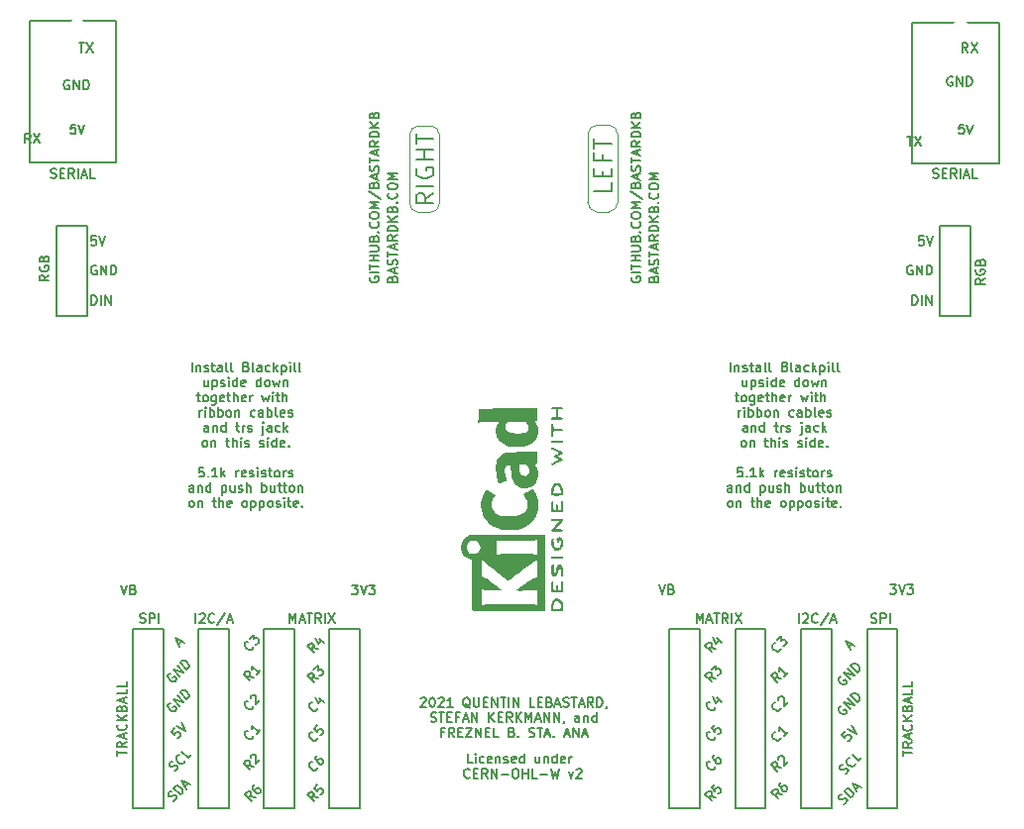
<source format=gbr>
%TF.GenerationSoftware,KiCad,Pcbnew,(6.0.0)*%
%TF.CreationDate,2021-12-31T23:30:31+08:00*%
%TF.ProjectId,adapter,61646170-7465-4722-9e6b-696361645f70,1.1*%
%TF.SameCoordinates,Original*%
%TF.FileFunction,Legend,Top*%
%TF.FilePolarity,Positive*%
%FSLAX46Y46*%
G04 Gerber Fmt 4.6, Leading zero omitted, Abs format (unit mm)*
G04 Created by KiCad (PCBNEW (6.0.0)) date 2021-12-31 23:30:31*
%MOMM*%
%LPD*%
G01*
G04 APERTURE LIST*
%ADD10C,0.120000*%
%ADD11C,0.150000*%
%ADD12C,0.200000*%
%ADD13C,5.000000*%
%ADD14R,1.700000X1.700000*%
%ADD15O,1.700000X1.700000*%
%ADD16O,1.400000X2.000000*%
%ADD17O,1.500000X1.500000*%
%ADD18O,1.400000X3.500000*%
%ADD19R,1.400000X2.000000*%
%ADD20C,1.700000*%
G04 APERTURE END LIST*
D10*
X116969496Y-36550159D02*
X115950385Y-36550159D01*
X130400000Y-35715189D02*
G75*
G03*
X131171079Y-36496078I800720J19520D01*
G01*
X130400001Y-29890189D02*
X130400001Y-35715189D01*
X132971080Y-29875000D02*
G75*
G03*
X132200001Y-29094111I-800720J-19520D01*
G01*
X116969496Y-36550159D02*
G75*
G03*
X117750386Y-35754081I-19496J800159D01*
G01*
X117750386Y-29929081D02*
G75*
G03*
X116979307Y-29148192I-800720J-19520D01*
G01*
X131180890Y-29094111D02*
X132200001Y-29094111D01*
D11*
X82720000Y-20180000D02*
X90110000Y-20180000D01*
X90110000Y-20180000D02*
X90110000Y-32240000D01*
X90110000Y-32240000D02*
X82720000Y-32240000D01*
X82720000Y-32240000D02*
X82720000Y-20180000D01*
D10*
X132190190Y-36496078D02*
G75*
G03*
X132971080Y-35700000I-19496J800159D01*
G01*
D11*
X158135000Y-20320000D02*
X165525000Y-20320000D01*
X165525000Y-20320000D02*
X165525000Y-32380000D01*
X165525000Y-32380000D02*
X158135000Y-32380000D01*
X158135000Y-32380000D02*
X158135000Y-20320000D01*
D10*
X132190190Y-36496078D02*
X131171079Y-36496078D01*
X131180890Y-29094111D02*
G75*
G03*
X130400000Y-29890189I19496J-800159D01*
G01*
X115960196Y-29148192D02*
X116979307Y-29148192D01*
X115960196Y-29148192D02*
G75*
G03*
X115179306Y-29944270I19496J-800159D01*
G01*
X117750386Y-35754081D02*
X117750385Y-29929081D01*
X132971080Y-35700000D02*
X132971079Y-29875000D01*
X115179306Y-35769270D02*
G75*
G03*
X115950385Y-36550159I800720J19520D01*
G01*
X115179307Y-29944270D02*
X115179307Y-35769270D01*
D11*
X86941476Y-22041904D02*
X87398619Y-22041904D01*
X87170047Y-22841904D02*
X87170047Y-22041904D01*
X87589095Y-22041904D02*
X88122428Y-22841904D01*
X88122428Y-22041904D02*
X87589095Y-22841904D01*
X107368624Y-76405095D02*
X106910688Y-76324283D01*
X107045375Y-76728344D02*
X106479690Y-76162658D01*
X106695189Y-75947159D01*
X106776001Y-75920221D01*
X106829876Y-75920221D01*
X106910688Y-75947159D01*
X106991500Y-76027971D01*
X107018438Y-76108783D01*
X107018438Y-76162658D01*
X106991500Y-76243470D01*
X106776001Y-76458970D01*
X106991500Y-75650847D02*
X107341687Y-75300661D01*
X107368624Y-75704722D01*
X107449436Y-75623910D01*
X107530248Y-75596973D01*
X107584123Y-75596973D01*
X107664935Y-75623910D01*
X107799622Y-75758597D01*
X107826560Y-75839409D01*
X107826560Y-75893284D01*
X107799622Y-75974096D01*
X107637998Y-76135721D01*
X107557186Y-76162658D01*
X107503311Y-76162658D01*
X146887949Y-78895511D02*
X146887949Y-78949386D01*
X146834074Y-79057135D01*
X146780200Y-79111010D01*
X146672450Y-79164885D01*
X146564700Y-79164885D01*
X146483888Y-79137948D01*
X146349201Y-79057135D01*
X146268389Y-78976323D01*
X146187577Y-78841636D01*
X146160639Y-78760824D01*
X146160639Y-78653074D01*
X146214514Y-78545325D01*
X146268389Y-78491450D01*
X146376138Y-78437575D01*
X146430013Y-78437575D01*
X146645512Y-78222076D02*
X146645512Y-78168201D01*
X146672450Y-78087389D01*
X146807137Y-77952702D01*
X146887949Y-77925764D01*
X146941824Y-77925764D01*
X147022636Y-77952702D01*
X147076511Y-78006577D01*
X147130386Y-78114326D01*
X147130386Y-78760824D01*
X147480572Y-78410638D01*
X159909935Y-33592993D02*
X160024221Y-33631088D01*
X160214697Y-33631088D01*
X160290888Y-33592993D01*
X160328983Y-33554898D01*
X160367078Y-33478707D01*
X160367078Y-33402517D01*
X160328983Y-33326326D01*
X160290888Y-33288231D01*
X160214697Y-33250136D01*
X160062316Y-33212041D01*
X159986126Y-33173945D01*
X159948031Y-33135850D01*
X159909935Y-33059660D01*
X159909935Y-32983469D01*
X159948031Y-32907279D01*
X159986126Y-32869184D01*
X160062316Y-32831088D01*
X160252793Y-32831088D01*
X160367078Y-32869184D01*
X160709935Y-33212041D02*
X160976602Y-33212041D01*
X161090888Y-33631088D02*
X160709935Y-33631088D01*
X160709935Y-32831088D01*
X161090888Y-32831088D01*
X161890888Y-33631088D02*
X161624221Y-33250136D01*
X161433745Y-33631088D02*
X161433745Y-32831088D01*
X161738507Y-32831088D01*
X161814697Y-32869184D01*
X161852793Y-32907279D01*
X161890888Y-32983469D01*
X161890888Y-33097755D01*
X161852793Y-33173945D01*
X161814697Y-33212041D01*
X161738507Y-33250136D01*
X161433745Y-33250136D01*
X162233745Y-33631088D02*
X162233745Y-32831088D01*
X162576602Y-33402517D02*
X162957555Y-33402517D01*
X162500412Y-33631088D02*
X162767078Y-32831088D01*
X163033745Y-33631088D01*
X163681364Y-33631088D02*
X163300412Y-33631088D01*
X163300412Y-32831088D01*
X94755358Y-75931957D02*
X94674546Y-75958895D01*
X94593734Y-76039707D01*
X94539859Y-76147456D01*
X94539859Y-76255206D01*
X94566797Y-76336018D01*
X94647609Y-76470705D01*
X94728421Y-76551517D01*
X94863108Y-76632330D01*
X94943920Y-76659267D01*
X95051670Y-76659267D01*
X95159419Y-76605392D01*
X95213294Y-76551517D01*
X95267169Y-76443768D01*
X95267169Y-76389893D01*
X95078607Y-76201331D01*
X94970858Y-76309081D01*
X95563480Y-76201331D02*
X94997795Y-75635646D01*
X95886729Y-75878082D01*
X95321044Y-75312397D01*
X96156103Y-75608708D02*
X95590418Y-75043023D01*
X95725105Y-74908336D01*
X95832854Y-74854461D01*
X95940604Y-74854461D01*
X96021416Y-74881399D01*
X96156103Y-74962211D01*
X96236915Y-75043023D01*
X96317728Y-75177710D01*
X96344665Y-75258522D01*
X96344665Y-75366272D01*
X96290790Y-75474021D01*
X96156103Y-75608708D01*
X116123089Y-78100634D02*
X116161184Y-78062539D01*
X116237374Y-78024443D01*
X116427851Y-78024443D01*
X116504041Y-78062539D01*
X116542136Y-78100634D01*
X116580232Y-78176824D01*
X116580232Y-78253015D01*
X116542136Y-78367300D01*
X116084994Y-78824443D01*
X116580232Y-78824443D01*
X117075470Y-78024443D02*
X117151660Y-78024443D01*
X117227851Y-78062539D01*
X117265946Y-78100634D01*
X117304041Y-78176824D01*
X117342136Y-78329205D01*
X117342136Y-78519681D01*
X117304041Y-78672062D01*
X117265946Y-78748253D01*
X117227851Y-78786348D01*
X117151660Y-78824443D01*
X117075470Y-78824443D01*
X116999279Y-78786348D01*
X116961184Y-78748253D01*
X116923089Y-78672062D01*
X116884994Y-78519681D01*
X116884994Y-78329205D01*
X116923089Y-78176824D01*
X116961184Y-78100634D01*
X116999279Y-78062539D01*
X117075470Y-78024443D01*
X117646898Y-78100634D02*
X117684994Y-78062539D01*
X117761184Y-78024443D01*
X117951660Y-78024443D01*
X118027851Y-78062539D01*
X118065946Y-78100634D01*
X118104041Y-78176824D01*
X118104041Y-78253015D01*
X118065946Y-78367300D01*
X117608803Y-78824443D01*
X118104041Y-78824443D01*
X118865946Y-78824443D02*
X118408803Y-78824443D01*
X118637374Y-78824443D02*
X118637374Y-78024443D01*
X118561184Y-78138729D01*
X118484994Y-78214919D01*
X118408803Y-78253015D01*
X120351660Y-78900634D02*
X120275470Y-78862539D01*
X120199279Y-78786348D01*
X120084994Y-78672062D01*
X120008803Y-78633967D01*
X119932613Y-78633967D01*
X119970708Y-78824443D02*
X119894517Y-78786348D01*
X119818327Y-78710158D01*
X119780232Y-78557777D01*
X119780232Y-78291110D01*
X119818327Y-78138729D01*
X119894517Y-78062539D01*
X119970708Y-78024443D01*
X120123089Y-78024443D01*
X120199279Y-78062539D01*
X120275470Y-78138729D01*
X120313565Y-78291110D01*
X120313565Y-78557777D01*
X120275470Y-78710158D01*
X120199279Y-78786348D01*
X120123089Y-78824443D01*
X119970708Y-78824443D01*
X120656422Y-78024443D02*
X120656422Y-78672062D01*
X120694517Y-78748253D01*
X120732613Y-78786348D01*
X120808803Y-78824443D01*
X120961184Y-78824443D01*
X121037374Y-78786348D01*
X121075470Y-78748253D01*
X121113565Y-78672062D01*
X121113565Y-78024443D01*
X121494517Y-78405396D02*
X121761184Y-78405396D01*
X121875470Y-78824443D02*
X121494517Y-78824443D01*
X121494517Y-78024443D01*
X121875470Y-78024443D01*
X122218327Y-78824443D02*
X122218327Y-78024443D01*
X122675470Y-78824443D01*
X122675470Y-78024443D01*
X122942136Y-78024443D02*
X123399279Y-78024443D01*
X123170708Y-78824443D02*
X123170708Y-78024443D01*
X123665946Y-78824443D02*
X123665946Y-78024443D01*
X124046898Y-78824443D02*
X124046898Y-78024443D01*
X124504041Y-78824443D01*
X124504041Y-78024443D01*
X125875470Y-78824443D02*
X125494517Y-78824443D01*
X125494517Y-78024443D01*
X126142136Y-78405396D02*
X126408803Y-78405396D01*
X126523089Y-78824443D02*
X126142136Y-78824443D01*
X126142136Y-78024443D01*
X126523089Y-78024443D01*
X127132613Y-78405396D02*
X127246898Y-78443491D01*
X127284994Y-78481586D01*
X127323089Y-78557777D01*
X127323089Y-78672062D01*
X127284994Y-78748253D01*
X127246898Y-78786348D01*
X127170708Y-78824443D01*
X126865946Y-78824443D01*
X126865946Y-78024443D01*
X127132613Y-78024443D01*
X127208803Y-78062539D01*
X127246898Y-78100634D01*
X127284994Y-78176824D01*
X127284994Y-78253015D01*
X127246898Y-78329205D01*
X127208803Y-78367300D01*
X127132613Y-78405396D01*
X126865946Y-78405396D01*
X127627851Y-78595872D02*
X128008803Y-78595872D01*
X127551660Y-78824443D02*
X127818327Y-78024443D01*
X128084994Y-78824443D01*
X128313565Y-78786348D02*
X128427851Y-78824443D01*
X128618327Y-78824443D01*
X128694517Y-78786348D01*
X128732613Y-78748253D01*
X128770708Y-78672062D01*
X128770708Y-78595872D01*
X128732613Y-78519681D01*
X128694517Y-78481586D01*
X128618327Y-78443491D01*
X128465946Y-78405396D01*
X128389755Y-78367300D01*
X128351660Y-78329205D01*
X128313565Y-78253015D01*
X128313565Y-78176824D01*
X128351660Y-78100634D01*
X128389755Y-78062539D01*
X128465946Y-78024443D01*
X128656422Y-78024443D01*
X128770708Y-78062539D01*
X128999279Y-78024443D02*
X129456422Y-78024443D01*
X129227851Y-78824443D02*
X129227851Y-78024443D01*
X129684994Y-78595872D02*
X130065946Y-78595872D01*
X129608803Y-78824443D02*
X129875470Y-78024443D01*
X130142136Y-78824443D01*
X130865946Y-78824443D02*
X130599279Y-78443491D01*
X130408803Y-78824443D02*
X130408803Y-78024443D01*
X130713565Y-78024443D01*
X130789755Y-78062539D01*
X130827851Y-78100634D01*
X130865946Y-78176824D01*
X130865946Y-78291110D01*
X130827851Y-78367300D01*
X130789755Y-78405396D01*
X130713565Y-78443491D01*
X130408803Y-78443491D01*
X131208803Y-78824443D02*
X131208803Y-78024443D01*
X131399279Y-78024443D01*
X131513565Y-78062539D01*
X131589755Y-78138729D01*
X131627851Y-78214919D01*
X131665946Y-78367300D01*
X131665946Y-78481586D01*
X131627851Y-78633967D01*
X131589755Y-78710158D01*
X131513565Y-78786348D01*
X131399279Y-78824443D01*
X131208803Y-78824443D01*
X132046898Y-78786348D02*
X132046898Y-78824443D01*
X132008803Y-78900634D01*
X131970708Y-78938729D01*
X116999279Y-80074348D02*
X117113565Y-80112443D01*
X117304041Y-80112443D01*
X117380232Y-80074348D01*
X117418327Y-80036253D01*
X117456422Y-79960062D01*
X117456422Y-79883872D01*
X117418327Y-79807681D01*
X117380232Y-79769586D01*
X117304041Y-79731491D01*
X117151660Y-79693396D01*
X117075470Y-79655300D01*
X117037374Y-79617205D01*
X116999279Y-79541015D01*
X116999279Y-79464824D01*
X117037374Y-79388634D01*
X117075470Y-79350539D01*
X117151660Y-79312443D01*
X117342136Y-79312443D01*
X117456422Y-79350539D01*
X117684994Y-79312443D02*
X118142136Y-79312443D01*
X117913565Y-80112443D02*
X117913565Y-79312443D01*
X118408803Y-79693396D02*
X118675470Y-79693396D01*
X118789755Y-80112443D02*
X118408803Y-80112443D01*
X118408803Y-79312443D01*
X118789755Y-79312443D01*
X119399279Y-79693396D02*
X119132613Y-79693396D01*
X119132613Y-80112443D02*
X119132613Y-79312443D01*
X119513565Y-79312443D01*
X119780232Y-79883872D02*
X120161184Y-79883872D01*
X119704041Y-80112443D02*
X119970708Y-79312443D01*
X120237374Y-80112443D01*
X120504041Y-80112443D02*
X120504041Y-79312443D01*
X120961184Y-80112443D01*
X120961184Y-79312443D01*
X121951660Y-80112443D02*
X121951660Y-79312443D01*
X122408803Y-80112443D02*
X122065946Y-79655300D01*
X122408803Y-79312443D02*
X121951660Y-79769586D01*
X122751660Y-79693396D02*
X123018327Y-79693396D01*
X123132613Y-80112443D02*
X122751660Y-80112443D01*
X122751660Y-79312443D01*
X123132613Y-79312443D01*
X123932613Y-80112443D02*
X123665946Y-79731491D01*
X123475470Y-80112443D02*
X123475470Y-79312443D01*
X123780232Y-79312443D01*
X123856422Y-79350539D01*
X123894517Y-79388634D01*
X123932613Y-79464824D01*
X123932613Y-79579110D01*
X123894517Y-79655300D01*
X123856422Y-79693396D01*
X123780232Y-79731491D01*
X123475470Y-79731491D01*
X124275470Y-80112443D02*
X124275470Y-79312443D01*
X124732613Y-80112443D02*
X124389755Y-79655300D01*
X124732613Y-79312443D02*
X124275470Y-79769586D01*
X125075470Y-80112443D02*
X125075470Y-79312443D01*
X125342136Y-79883872D01*
X125608803Y-79312443D01*
X125608803Y-80112443D01*
X125951660Y-79883872D02*
X126332613Y-79883872D01*
X125875470Y-80112443D02*
X126142136Y-79312443D01*
X126408803Y-80112443D01*
X126675470Y-80112443D02*
X126675470Y-79312443D01*
X127132613Y-80112443D01*
X127132613Y-79312443D01*
X127513565Y-80112443D02*
X127513565Y-79312443D01*
X127970708Y-80112443D01*
X127970708Y-79312443D01*
X128389755Y-80074348D02*
X128389755Y-80112443D01*
X128351660Y-80188634D01*
X128313565Y-80226729D01*
X129684994Y-80112443D02*
X129684994Y-79693396D01*
X129646898Y-79617205D01*
X129570708Y-79579110D01*
X129418327Y-79579110D01*
X129342136Y-79617205D01*
X129684994Y-80074348D02*
X129608803Y-80112443D01*
X129418327Y-80112443D01*
X129342136Y-80074348D01*
X129304041Y-79998158D01*
X129304041Y-79921967D01*
X129342136Y-79845777D01*
X129418327Y-79807681D01*
X129608803Y-79807681D01*
X129684994Y-79769586D01*
X130065946Y-79579110D02*
X130065946Y-80112443D01*
X130065946Y-79655300D02*
X130104041Y-79617205D01*
X130180232Y-79579110D01*
X130294517Y-79579110D01*
X130370708Y-79617205D01*
X130408803Y-79693396D01*
X130408803Y-80112443D01*
X131132613Y-80112443D02*
X131132613Y-79312443D01*
X131132613Y-80074348D02*
X131056422Y-80112443D01*
X130904041Y-80112443D01*
X130827851Y-80074348D01*
X130789755Y-80036253D01*
X130751660Y-79960062D01*
X130751660Y-79731491D01*
X130789755Y-79655300D01*
X130827851Y-79617205D01*
X130904041Y-79579110D01*
X131056422Y-79579110D01*
X131132613Y-79617205D01*
X118123089Y-80981396D02*
X117856422Y-80981396D01*
X117856422Y-81400443D02*
X117856422Y-80600443D01*
X118237374Y-80600443D01*
X118999279Y-81400443D02*
X118732613Y-81019491D01*
X118542136Y-81400443D02*
X118542136Y-80600443D01*
X118846898Y-80600443D01*
X118923089Y-80638539D01*
X118961184Y-80676634D01*
X118999279Y-80752824D01*
X118999279Y-80867110D01*
X118961184Y-80943300D01*
X118923089Y-80981396D01*
X118846898Y-81019491D01*
X118542136Y-81019491D01*
X119342136Y-80981396D02*
X119608803Y-80981396D01*
X119723089Y-81400443D02*
X119342136Y-81400443D01*
X119342136Y-80600443D01*
X119723089Y-80600443D01*
X119989755Y-80600443D02*
X120523089Y-80600443D01*
X119989755Y-81400443D01*
X120523089Y-81400443D01*
X120827851Y-81400443D02*
X120827851Y-80600443D01*
X121284994Y-81400443D01*
X121284994Y-80600443D01*
X121665946Y-80981396D02*
X121932613Y-80981396D01*
X122046898Y-81400443D02*
X121665946Y-81400443D01*
X121665946Y-80600443D01*
X122046898Y-80600443D01*
X122770708Y-81400443D02*
X122389755Y-81400443D01*
X122389755Y-80600443D01*
X123913565Y-80981396D02*
X124027851Y-81019491D01*
X124065946Y-81057586D01*
X124104041Y-81133777D01*
X124104041Y-81248062D01*
X124065946Y-81324253D01*
X124027851Y-81362348D01*
X123951660Y-81400443D01*
X123646898Y-81400443D01*
X123646898Y-80600443D01*
X123913565Y-80600443D01*
X123989755Y-80638539D01*
X124027851Y-80676634D01*
X124065946Y-80752824D01*
X124065946Y-80829015D01*
X124027851Y-80905205D01*
X123989755Y-80943300D01*
X123913565Y-80981396D01*
X123646898Y-80981396D01*
X124446898Y-81324253D02*
X124484994Y-81362348D01*
X124446898Y-81400443D01*
X124408803Y-81362348D01*
X124446898Y-81324253D01*
X124446898Y-81400443D01*
X125399279Y-81362348D02*
X125513565Y-81400443D01*
X125704041Y-81400443D01*
X125780232Y-81362348D01*
X125818327Y-81324253D01*
X125856422Y-81248062D01*
X125856422Y-81171872D01*
X125818327Y-81095681D01*
X125780232Y-81057586D01*
X125704041Y-81019491D01*
X125551660Y-80981396D01*
X125475470Y-80943300D01*
X125437374Y-80905205D01*
X125399279Y-80829015D01*
X125399279Y-80752824D01*
X125437374Y-80676634D01*
X125475470Y-80638539D01*
X125551660Y-80600443D01*
X125742136Y-80600443D01*
X125856422Y-80638539D01*
X126084994Y-80600443D02*
X126542136Y-80600443D01*
X126313565Y-81400443D02*
X126313565Y-80600443D01*
X126770708Y-81171872D02*
X127151660Y-81171872D01*
X126694517Y-81400443D02*
X126961184Y-80600443D01*
X127227851Y-81400443D01*
X127494517Y-81324253D02*
X127532613Y-81362348D01*
X127494517Y-81400443D01*
X127456422Y-81362348D01*
X127494517Y-81324253D01*
X127494517Y-81400443D01*
X128446898Y-81171872D02*
X128827851Y-81171872D01*
X128370708Y-81400443D02*
X128637374Y-80600443D01*
X128904041Y-81400443D01*
X129170708Y-81400443D02*
X129170708Y-80600443D01*
X129627851Y-81400443D01*
X129627851Y-80600443D01*
X129970708Y-81171872D02*
X130351660Y-81171872D01*
X129894517Y-81400443D02*
X130161184Y-80600443D01*
X130427851Y-81400443D01*
X101828349Y-78766311D02*
X101828349Y-78820186D01*
X101774474Y-78927935D01*
X101720599Y-78981810D01*
X101612850Y-79035685D01*
X101505100Y-79035685D01*
X101424288Y-79008748D01*
X101289601Y-78927935D01*
X101208789Y-78847123D01*
X101127977Y-78712436D01*
X101101039Y-78631624D01*
X101101039Y-78523874D01*
X101154914Y-78416125D01*
X101208789Y-78362250D01*
X101316538Y-78308375D01*
X101370413Y-78308375D01*
X101585912Y-78092876D02*
X101585912Y-78039001D01*
X101612850Y-77958189D01*
X101747537Y-77823502D01*
X101828349Y-77796564D01*
X101882224Y-77796564D01*
X101963036Y-77823502D01*
X102016911Y-77877377D01*
X102070786Y-77985126D01*
X102070786Y-78631624D01*
X102420972Y-78281438D01*
X161552381Y-24980000D02*
X161476190Y-24941904D01*
X161361905Y-24941904D01*
X161247619Y-24980000D01*
X161171428Y-25056190D01*
X161133333Y-25132380D01*
X161095238Y-25284761D01*
X161095238Y-25399047D01*
X161133333Y-25551428D01*
X161171428Y-25627619D01*
X161247619Y-25703809D01*
X161361905Y-25741904D01*
X161438095Y-25741904D01*
X161552381Y-25703809D01*
X161590476Y-25665714D01*
X161590476Y-25399047D01*
X161438095Y-25399047D01*
X161933333Y-25741904D02*
X161933333Y-24941904D01*
X162390476Y-25741904D01*
X162390476Y-24941904D01*
X162771428Y-25741904D02*
X162771428Y-24941904D01*
X162961905Y-24941904D01*
X163076190Y-24980000D01*
X163152381Y-25056190D01*
X163190476Y-25132380D01*
X163228571Y-25284761D01*
X163228571Y-25399047D01*
X163190476Y-25551428D01*
X163152381Y-25627619D01*
X163076190Y-25703809D01*
X162961905Y-25741904D01*
X162771428Y-25741904D01*
X84361904Y-41902379D02*
X83980952Y-42169046D01*
X84361904Y-42359522D02*
X83561904Y-42359522D01*
X83561904Y-42054760D01*
X83600000Y-41978570D01*
X83638095Y-41940475D01*
X83714285Y-41902379D01*
X83828571Y-41902379D01*
X83904761Y-41940475D01*
X83942857Y-41978570D01*
X83980952Y-42054760D01*
X83980952Y-42359522D01*
X83600000Y-41140475D02*
X83561904Y-41216665D01*
X83561904Y-41330951D01*
X83600000Y-41445237D01*
X83676190Y-41521427D01*
X83752380Y-41559522D01*
X83904761Y-41597618D01*
X84019047Y-41597618D01*
X84171428Y-41559522D01*
X84247619Y-41521427D01*
X84323809Y-41445237D01*
X84361904Y-41330951D01*
X84361904Y-41254760D01*
X84323809Y-41140475D01*
X84285714Y-41102379D01*
X84019047Y-41102379D01*
X84019047Y-41254760D01*
X83942857Y-40492856D02*
X83980952Y-40378570D01*
X84019047Y-40340475D01*
X84095238Y-40302379D01*
X84209523Y-40302379D01*
X84285714Y-40340475D01*
X84323809Y-40378570D01*
X84361904Y-40454760D01*
X84361904Y-40759522D01*
X83561904Y-40759522D01*
X83561904Y-40492856D01*
X83600000Y-40416665D01*
X83638095Y-40378570D01*
X83714285Y-40340475D01*
X83790476Y-40340475D01*
X83866666Y-40378570D01*
X83904761Y-40416665D01*
X83942857Y-40492856D01*
X83942857Y-40759522D01*
X101828349Y-73686311D02*
X101828349Y-73740186D01*
X101774474Y-73847935D01*
X101720599Y-73901810D01*
X101612850Y-73955685D01*
X101505100Y-73955685D01*
X101424288Y-73928748D01*
X101289601Y-73847935D01*
X101208789Y-73767123D01*
X101127977Y-73632436D01*
X101101039Y-73551624D01*
X101101039Y-73443874D01*
X101154914Y-73336125D01*
X101208789Y-73282250D01*
X101316538Y-73228375D01*
X101370413Y-73228375D01*
X101505100Y-72985938D02*
X101855287Y-72635752D01*
X101882224Y-73039813D01*
X101963036Y-72959001D01*
X102043848Y-72932064D01*
X102097723Y-72932064D01*
X102178535Y-72959001D01*
X102313222Y-73093688D01*
X102340160Y-73174500D01*
X102340160Y-73228375D01*
X102313222Y-73309187D01*
X102151598Y-73470812D01*
X102070786Y-73497749D01*
X102016911Y-73497749D01*
X104940285Y-71645904D02*
X104940285Y-70845904D01*
X105206952Y-71417333D01*
X105473619Y-70845904D01*
X105473619Y-71645904D01*
X105816476Y-71417333D02*
X106197428Y-71417333D01*
X105740285Y-71645904D02*
X106006952Y-70845904D01*
X106273619Y-71645904D01*
X106426000Y-70845904D02*
X106883142Y-70845904D01*
X106654571Y-71645904D02*
X106654571Y-70845904D01*
X107606952Y-71645904D02*
X107340285Y-71264952D01*
X107149809Y-71645904D02*
X107149809Y-70845904D01*
X107454571Y-70845904D01*
X107530761Y-70884000D01*
X107568857Y-70922095D01*
X107606952Y-70998285D01*
X107606952Y-71112571D01*
X107568857Y-71188761D01*
X107530761Y-71226857D01*
X107454571Y-71264952D01*
X107149809Y-71264952D01*
X107949809Y-71645904D02*
X107949809Y-70845904D01*
X108254571Y-70845904D02*
X108787904Y-71645904D01*
X108787904Y-70845904D02*
X108254571Y-71645904D01*
X152035358Y-78721955D02*
X151954546Y-78748893D01*
X151873734Y-78829705D01*
X151819859Y-78937454D01*
X151819859Y-79045204D01*
X151846797Y-79126016D01*
X151927609Y-79260703D01*
X152008421Y-79341515D01*
X152143108Y-79422328D01*
X152223920Y-79449265D01*
X152331670Y-79449265D01*
X152439419Y-79395390D01*
X152493294Y-79341515D01*
X152547169Y-79233766D01*
X152547169Y-79179891D01*
X152358607Y-78991329D01*
X152250858Y-79099079D01*
X152843480Y-78991329D02*
X152277795Y-78425644D01*
X153166729Y-78668080D01*
X152601044Y-78102395D01*
X153436103Y-78398706D02*
X152870418Y-77833021D01*
X153005105Y-77698334D01*
X153112854Y-77644459D01*
X153220604Y-77644459D01*
X153301416Y-77671397D01*
X153436103Y-77752209D01*
X153516915Y-77833021D01*
X153597728Y-77967708D01*
X153624665Y-78048520D01*
X153624665Y-78156270D01*
X153570790Y-78264019D01*
X153436103Y-78398706D01*
X162504762Y-29041904D02*
X162123809Y-29041904D01*
X162085714Y-29422857D01*
X162123809Y-29384761D01*
X162200000Y-29346666D01*
X162390476Y-29346666D01*
X162466666Y-29384761D01*
X162504762Y-29422857D01*
X162542857Y-29499047D01*
X162542857Y-29689523D01*
X162504762Y-29765714D01*
X162466666Y-29803809D01*
X162390476Y-29841904D01*
X162200000Y-29841904D01*
X162123809Y-29803809D01*
X162085714Y-29765714D01*
X162771428Y-29041904D02*
X163038095Y-29841904D01*
X163304762Y-29041904D01*
X92163952Y-71607809D02*
X92278238Y-71645904D01*
X92468714Y-71645904D01*
X92544904Y-71607809D01*
X92583000Y-71569714D01*
X92621095Y-71493523D01*
X92621095Y-71417333D01*
X92583000Y-71341142D01*
X92544904Y-71303047D01*
X92468714Y-71264952D01*
X92316333Y-71226857D01*
X92240142Y-71188761D01*
X92202047Y-71150666D01*
X92163952Y-71074476D01*
X92163952Y-70998285D01*
X92202047Y-70922095D01*
X92240142Y-70884000D01*
X92316333Y-70845904D01*
X92506809Y-70845904D01*
X92621095Y-70884000D01*
X92963952Y-71645904D02*
X92963952Y-70845904D01*
X93268714Y-70845904D01*
X93344904Y-70884000D01*
X93383000Y-70922095D01*
X93421095Y-70998285D01*
X93421095Y-71112571D01*
X93383000Y-71188761D01*
X93344904Y-71226857D01*
X93268714Y-71264952D01*
X92963952Y-71264952D01*
X93763952Y-71645904D02*
X93763952Y-70845904D01*
X146941824Y-84029386D02*
X146483888Y-83948574D01*
X146618575Y-84352635D02*
X146052890Y-83786949D01*
X146268389Y-83571450D01*
X146349201Y-83544512D01*
X146403076Y-83544512D01*
X146483888Y-83571450D01*
X146564700Y-83652262D01*
X146591638Y-83733074D01*
X146591638Y-83786949D01*
X146564700Y-83867761D01*
X146349201Y-84083261D01*
X146645512Y-83302076D02*
X146645512Y-83248201D01*
X146672450Y-83167389D01*
X146807137Y-83032702D01*
X146887949Y-83005764D01*
X146941824Y-83005764D01*
X147022636Y-83032702D01*
X147076511Y-83086577D01*
X147130386Y-83194326D01*
X147130386Y-83840824D01*
X147480572Y-83490638D01*
X96901142Y-71645904D02*
X96901142Y-70845904D01*
X97244000Y-70922095D02*
X97282095Y-70884000D01*
X97358285Y-70845904D01*
X97548761Y-70845904D01*
X97624952Y-70884000D01*
X97663047Y-70922095D01*
X97701142Y-70998285D01*
X97701142Y-71074476D01*
X97663047Y-71188761D01*
X97205904Y-71645904D01*
X97701142Y-71645904D01*
X98501142Y-71569714D02*
X98463047Y-71607809D01*
X98348761Y-71645904D01*
X98272571Y-71645904D01*
X98158285Y-71607809D01*
X98082095Y-71531619D01*
X98044000Y-71455428D01*
X98005904Y-71303047D01*
X98005904Y-71188761D01*
X98044000Y-71036380D01*
X98082095Y-70960190D01*
X98158285Y-70884000D01*
X98272571Y-70845904D01*
X98348761Y-70845904D01*
X98463047Y-70884000D01*
X98501142Y-70922095D01*
X99415428Y-70807809D02*
X98729714Y-71836380D01*
X99644000Y-71417333D02*
X100024952Y-71417333D01*
X99567809Y-71645904D02*
X99834476Y-70845904D01*
X100101142Y-71645904D01*
X110259523Y-68411904D02*
X110754761Y-68411904D01*
X110488095Y-68716666D01*
X110602380Y-68716666D01*
X110678571Y-68754761D01*
X110716666Y-68792857D01*
X110754761Y-68869047D01*
X110754761Y-69059523D01*
X110716666Y-69135714D01*
X110678571Y-69173809D01*
X110602380Y-69211904D01*
X110373809Y-69211904D01*
X110297619Y-69173809D01*
X110259523Y-69135714D01*
X110983333Y-68411904D02*
X111250000Y-69211904D01*
X111516666Y-68411904D01*
X111707142Y-68411904D02*
X112202380Y-68411904D01*
X111935714Y-68716666D01*
X112050000Y-68716666D01*
X112126190Y-68754761D01*
X112164285Y-68792857D01*
X112202380Y-68869047D01*
X112202380Y-69059523D01*
X112164285Y-69135714D01*
X112126190Y-69173809D01*
X112050000Y-69211904D01*
X111821428Y-69211904D01*
X111745238Y-69173809D01*
X111707142Y-69135714D01*
X141328424Y-76359389D02*
X140870488Y-76278577D01*
X141005175Y-76682638D02*
X140439490Y-76116952D01*
X140654989Y-75901453D01*
X140735801Y-75874515D01*
X140789676Y-75874515D01*
X140870488Y-75901453D01*
X140951300Y-75982265D01*
X140978238Y-76063077D01*
X140978238Y-76116952D01*
X140951300Y-76197764D01*
X140735801Y-76413264D01*
X140951300Y-75605141D02*
X141301487Y-75254955D01*
X141328424Y-75659016D01*
X141409236Y-75578204D01*
X141490048Y-75551267D01*
X141543923Y-75551267D01*
X141624735Y-75578204D01*
X141759422Y-75712891D01*
X141786360Y-75793703D01*
X141786360Y-75847578D01*
X141759422Y-75928390D01*
X141597798Y-76090015D01*
X141516986Y-76116952D01*
X141463111Y-76116952D01*
X162866666Y-22841904D02*
X162600000Y-22460952D01*
X162409523Y-22841904D02*
X162409523Y-22041904D01*
X162714285Y-22041904D01*
X162790476Y-22080000D01*
X162828571Y-22118095D01*
X162866666Y-22194285D01*
X162866666Y-22308571D01*
X162828571Y-22384761D01*
X162790476Y-22422857D01*
X162714285Y-22460952D01*
X162409523Y-22460952D01*
X163133333Y-22041904D02*
X163666666Y-22841904D01*
X163666666Y-22041904D02*
X163133333Y-22841904D01*
D12*
X132449651Y-34003571D02*
X132449651Y-34717857D01*
X130949651Y-34717857D01*
X131663937Y-33503571D02*
X131663937Y-33003571D01*
X132449651Y-32789285D02*
X132449651Y-33503571D01*
X130949651Y-33503571D01*
X130949651Y-32789285D01*
X131663937Y-31646428D02*
X131663937Y-32146428D01*
X132449651Y-32146428D02*
X130949651Y-32146428D01*
X130949651Y-31432142D01*
X130949651Y-31075000D02*
X130949651Y-30217857D01*
X132449651Y-30646428D02*
X130949651Y-30646428D01*
D11*
X158127838Y-41129000D02*
X158051647Y-41090904D01*
X157937362Y-41090904D01*
X157823076Y-41129000D01*
X157746885Y-41205190D01*
X157708790Y-41281380D01*
X157670695Y-41433761D01*
X157670695Y-41548047D01*
X157708790Y-41700428D01*
X157746885Y-41776619D01*
X157823076Y-41852809D01*
X157937362Y-41890904D01*
X158013552Y-41890904D01*
X158127838Y-41852809D01*
X158165933Y-41814714D01*
X158165933Y-41548047D01*
X158013552Y-41548047D01*
X158508790Y-41890904D02*
X158508790Y-41090904D01*
X158965933Y-41890904D01*
X158965933Y-41090904D01*
X159346885Y-41890904D02*
X159346885Y-41090904D01*
X159537362Y-41090904D01*
X159651647Y-41129000D01*
X159727838Y-41205190D01*
X159765933Y-41281380D01*
X159804028Y-41433761D01*
X159804028Y-41548047D01*
X159765933Y-41700428D01*
X159727838Y-41776619D01*
X159651647Y-41852809D01*
X159537362Y-41890904D01*
X159346885Y-41890904D01*
X90211904Y-82999695D02*
X90211904Y-82542552D01*
X91011904Y-82771124D02*
X90211904Y-82771124D01*
X91011904Y-81818743D02*
X90630952Y-82085410D01*
X91011904Y-82275886D02*
X90211904Y-82275886D01*
X90211904Y-81971124D01*
X90250000Y-81894933D01*
X90288095Y-81856838D01*
X90364285Y-81818743D01*
X90478571Y-81818743D01*
X90554761Y-81856838D01*
X90592857Y-81894933D01*
X90630952Y-81971124D01*
X90630952Y-82275886D01*
X90783333Y-81513981D02*
X90783333Y-81133029D01*
X91011904Y-81590171D02*
X90211904Y-81323505D01*
X91011904Y-81056838D01*
X90935714Y-80333029D02*
X90973809Y-80371124D01*
X91011904Y-80485410D01*
X91011904Y-80561600D01*
X90973809Y-80675886D01*
X90897619Y-80752076D01*
X90821428Y-80790171D01*
X90669047Y-80828267D01*
X90554761Y-80828267D01*
X90402380Y-80790171D01*
X90326190Y-80752076D01*
X90250000Y-80675886D01*
X90211904Y-80561600D01*
X90211904Y-80485410D01*
X90250000Y-80371124D01*
X90288095Y-80333029D01*
X91011904Y-79990171D02*
X90211904Y-79990171D01*
X91011904Y-79533029D02*
X90554761Y-79875886D01*
X90211904Y-79533029D02*
X90669047Y-79990171D01*
X90592857Y-78923505D02*
X90630952Y-78809219D01*
X90669047Y-78771124D01*
X90745238Y-78733029D01*
X90859523Y-78733029D01*
X90935714Y-78771124D01*
X90973809Y-78809219D01*
X91011904Y-78885410D01*
X91011904Y-79190171D01*
X90211904Y-79190171D01*
X90211904Y-78923505D01*
X90250000Y-78847314D01*
X90288095Y-78809219D01*
X90364285Y-78771124D01*
X90440476Y-78771124D01*
X90516666Y-78809219D01*
X90554761Y-78847314D01*
X90592857Y-78923505D01*
X90592857Y-79190171D01*
X90783333Y-78428267D02*
X90783333Y-78047314D01*
X91011904Y-78504457D02*
X90211904Y-78237791D01*
X91011904Y-77971124D01*
X91011904Y-77323505D02*
X91011904Y-77704457D01*
X90211904Y-77704457D01*
X91011904Y-76675886D02*
X91011904Y-77056838D01*
X90211904Y-77056838D01*
X158127838Y-44441904D02*
X158127838Y-43641904D01*
X158318314Y-43641904D01*
X158432600Y-43680000D01*
X158508790Y-43756190D01*
X158546886Y-43832380D01*
X158584981Y-43984761D01*
X158584981Y-44099047D01*
X158546886Y-44251428D01*
X158508790Y-44327619D01*
X158432600Y-44403809D01*
X158318314Y-44441904D01*
X158127838Y-44441904D01*
X158927838Y-44441904D02*
X158927838Y-43641904D01*
X159308790Y-44441904D02*
X159308790Y-43641904D01*
X159765933Y-44441904D01*
X159765933Y-43641904D01*
X159080219Y-38561904D02*
X158699266Y-38561904D01*
X158661171Y-38942857D01*
X158699266Y-38904761D01*
X158775457Y-38866666D01*
X158965933Y-38866666D01*
X159042123Y-38904761D01*
X159080219Y-38942857D01*
X159118314Y-39019047D01*
X159118314Y-39209523D01*
X159080219Y-39285714D01*
X159042123Y-39323809D01*
X158965933Y-39361904D01*
X158775457Y-39361904D01*
X158699266Y-39323809D01*
X158661171Y-39285714D01*
X159346885Y-38561904D02*
X159613552Y-39361904D01*
X159880219Y-38561904D01*
X147001624Y-86330186D02*
X146543688Y-86249374D01*
X146678375Y-86653435D02*
X146112690Y-86087749D01*
X146328189Y-85872250D01*
X146409001Y-85845312D01*
X146462876Y-85845312D01*
X146543688Y-85872250D01*
X146624500Y-85953062D01*
X146651438Y-86033874D01*
X146651438Y-86087749D01*
X146624500Y-86168561D01*
X146409001Y-86384061D01*
X146920812Y-85279627D02*
X146813062Y-85387377D01*
X146786125Y-85468189D01*
X146786125Y-85522064D01*
X146813062Y-85656751D01*
X146893874Y-85791438D01*
X147109374Y-86006937D01*
X147190186Y-86033874D01*
X147244061Y-86033874D01*
X147324873Y-86006937D01*
X147432622Y-85899187D01*
X147459560Y-85818375D01*
X147459560Y-85764500D01*
X147432622Y-85683688D01*
X147297935Y-85549001D01*
X147217123Y-85522064D01*
X147163248Y-85522064D01*
X147082436Y-85549001D01*
X146974687Y-85656751D01*
X146947749Y-85737563D01*
X146947749Y-85791438D01*
X146974687Y-85872250D01*
X101882224Y-83900186D02*
X101424288Y-83819374D01*
X101558975Y-84223435D02*
X100993290Y-83657749D01*
X101208789Y-83442250D01*
X101289601Y-83415312D01*
X101343476Y-83415312D01*
X101424288Y-83442250D01*
X101505100Y-83523062D01*
X101532038Y-83603874D01*
X101532038Y-83657749D01*
X101505100Y-83738561D01*
X101289601Y-83954061D01*
X101585912Y-83172876D02*
X101585912Y-83119001D01*
X101612850Y-83038189D01*
X101747537Y-82903502D01*
X101828349Y-82876564D01*
X101882224Y-82876564D01*
X101963036Y-82903502D01*
X102016911Y-82957377D01*
X102070786Y-83065126D01*
X102070786Y-83711624D01*
X102420972Y-83361438D01*
X152380132Y-84556202D02*
X152487882Y-84502328D01*
X152622569Y-84367641D01*
X152649506Y-84286828D01*
X152649506Y-84232954D01*
X152622569Y-84152141D01*
X152568694Y-84098267D01*
X152487882Y-84071329D01*
X152434007Y-84071329D01*
X152353195Y-84098267D01*
X152218508Y-84179079D01*
X152137696Y-84206016D01*
X152083821Y-84206016D01*
X152003009Y-84179079D01*
X151949134Y-84125204D01*
X151922197Y-84044392D01*
X151922197Y-83990517D01*
X151949134Y-83909705D01*
X152083821Y-83775018D01*
X152191571Y-83721143D01*
X153242129Y-83640331D02*
X153242129Y-83694206D01*
X153188254Y-83801955D01*
X153134380Y-83855830D01*
X153026630Y-83909705D01*
X152918880Y-83909705D01*
X152838068Y-83882767D01*
X152703381Y-83801955D01*
X152622569Y-83721143D01*
X152541757Y-83586456D01*
X152514819Y-83505644D01*
X152514819Y-83397894D01*
X152568694Y-83290145D01*
X152622569Y-83236270D01*
X152730319Y-83182395D01*
X152784193Y-83182395D01*
X153807815Y-83182395D02*
X153538441Y-83451769D01*
X152972755Y-82886084D01*
X152291264Y-87109672D02*
X152399013Y-87055797D01*
X152533700Y-86921110D01*
X152560638Y-86840298D01*
X152560638Y-86786423D01*
X152533700Y-86705611D01*
X152479825Y-86651736D01*
X152399013Y-86624799D01*
X152345138Y-86624799D01*
X152264326Y-86651736D01*
X152129639Y-86732549D01*
X152048827Y-86759486D01*
X151994952Y-86759486D01*
X151914140Y-86732549D01*
X151860265Y-86678674D01*
X151833328Y-86597862D01*
X151833328Y-86543987D01*
X151860265Y-86463175D01*
X151994952Y-86328488D01*
X152102702Y-86274613D01*
X152883887Y-86570924D02*
X152318201Y-86005239D01*
X152452888Y-85870552D01*
X152560638Y-85816677D01*
X152668387Y-85816677D01*
X152749200Y-85843614D01*
X152883887Y-85924426D01*
X152964699Y-86005239D01*
X153045511Y-86139926D01*
X153072448Y-86220738D01*
X153072448Y-86328488D01*
X153018574Y-86436237D01*
X152883887Y-86570924D01*
X153261010Y-85870552D02*
X153530384Y-85601178D01*
X153368760Y-86086051D02*
X152991636Y-85331804D01*
X153745883Y-85708927D01*
X101828349Y-81306311D02*
X101828349Y-81360186D01*
X101774474Y-81467935D01*
X101720599Y-81521810D01*
X101612850Y-81575685D01*
X101505100Y-81575685D01*
X101424288Y-81548748D01*
X101289601Y-81467935D01*
X101208789Y-81387123D01*
X101127977Y-81252436D01*
X101101039Y-81171624D01*
X101101039Y-81063874D01*
X101154914Y-80956125D01*
X101208789Y-80902250D01*
X101316538Y-80848375D01*
X101370413Y-80848375D01*
X102420972Y-80821438D02*
X102097723Y-81144687D01*
X102259348Y-80983062D02*
X101693662Y-80417377D01*
X101720600Y-80552064D01*
X101720600Y-80659813D01*
X101693662Y-80740625D01*
X164318904Y-42208380D02*
X163937952Y-42475047D01*
X164318904Y-42665523D02*
X163518904Y-42665523D01*
X163518904Y-42360761D01*
X163557000Y-42284571D01*
X163595095Y-42246476D01*
X163671285Y-42208380D01*
X163785571Y-42208380D01*
X163861761Y-42246476D01*
X163899857Y-42284571D01*
X163937952Y-42360761D01*
X163937952Y-42665523D01*
X163557000Y-41446476D02*
X163518904Y-41522666D01*
X163518904Y-41636952D01*
X163557000Y-41751238D01*
X163633190Y-41827428D01*
X163709380Y-41865523D01*
X163861761Y-41903619D01*
X163976047Y-41903619D01*
X164128428Y-41865523D01*
X164204619Y-41827428D01*
X164280809Y-41751238D01*
X164318904Y-41636952D01*
X164318904Y-41560761D01*
X164280809Y-41446476D01*
X164242714Y-41408380D01*
X163976047Y-41408380D01*
X163976047Y-41560761D01*
X163899857Y-40798857D02*
X163937952Y-40684571D01*
X163976047Y-40646476D01*
X164052238Y-40608380D01*
X164166523Y-40608380D01*
X164242714Y-40646476D01*
X164280809Y-40684571D01*
X164318904Y-40760761D01*
X164318904Y-41065523D01*
X163518904Y-41065523D01*
X163518904Y-40798857D01*
X163557000Y-40722666D01*
X163595095Y-40684571D01*
X163671285Y-40646476D01*
X163747476Y-40646476D01*
X163823666Y-40684571D01*
X163861761Y-40722666D01*
X163899857Y-40798857D01*
X163899857Y-41065523D01*
X84552380Y-33573809D02*
X84666666Y-33611904D01*
X84857142Y-33611904D01*
X84933333Y-33573809D01*
X84971428Y-33535714D01*
X85009523Y-33459523D01*
X85009523Y-33383333D01*
X84971428Y-33307142D01*
X84933333Y-33269047D01*
X84857142Y-33230952D01*
X84704761Y-33192857D01*
X84628571Y-33154761D01*
X84590476Y-33116666D01*
X84552380Y-33040476D01*
X84552380Y-32964285D01*
X84590476Y-32888095D01*
X84628571Y-32850000D01*
X84704761Y-32811904D01*
X84895238Y-32811904D01*
X85009523Y-32850000D01*
X85352380Y-33192857D02*
X85619047Y-33192857D01*
X85733333Y-33611904D02*
X85352380Y-33611904D01*
X85352380Y-32811904D01*
X85733333Y-32811904D01*
X86533333Y-33611904D02*
X86266666Y-33230952D01*
X86076190Y-33611904D02*
X86076190Y-32811904D01*
X86380952Y-32811904D01*
X86457142Y-32850000D01*
X86495238Y-32888095D01*
X86533333Y-32964285D01*
X86533333Y-33078571D01*
X86495238Y-33154761D01*
X86457142Y-33192857D01*
X86380952Y-33230952D01*
X86076190Y-33230952D01*
X86876190Y-33611904D02*
X86876190Y-32811904D01*
X87219047Y-33383333D02*
X87600000Y-33383333D01*
X87142857Y-33611904D02*
X87409523Y-32811904D01*
X87676190Y-33611904D01*
X88323809Y-33611904D02*
X87942857Y-33611904D01*
X87942857Y-32811904D01*
X152708793Y-73722768D02*
X152978167Y-73453394D01*
X152816543Y-73938268D02*
X152439419Y-73184020D01*
X153193667Y-73561144D01*
X107314749Y-83971220D02*
X107314749Y-84025095D01*
X107260874Y-84132844D01*
X107206999Y-84186719D01*
X107099250Y-84240594D01*
X106991500Y-84240594D01*
X106910688Y-84213657D01*
X106776001Y-84132844D01*
X106695189Y-84052032D01*
X106614377Y-83917345D01*
X106587439Y-83836533D01*
X106587439Y-83728783D01*
X106641314Y-83621034D01*
X106695189Y-83567159D01*
X106802938Y-83513284D01*
X106856813Y-83513284D01*
X107287812Y-82974536D02*
X107180062Y-83082286D01*
X107153125Y-83163098D01*
X107153125Y-83216973D01*
X107180062Y-83351660D01*
X107260874Y-83486347D01*
X107476374Y-83701846D01*
X107557186Y-83728783D01*
X107611061Y-83728783D01*
X107691873Y-83701846D01*
X107799622Y-83594096D01*
X107826560Y-83513284D01*
X107826560Y-83459409D01*
X107799622Y-83378597D01*
X107664935Y-83243910D01*
X107584123Y-83216973D01*
X107530248Y-83216973D01*
X107449436Y-83243910D01*
X107341687Y-83351660D01*
X107314749Y-83432472D01*
X107314749Y-83486347D01*
X107341687Y-83567159D01*
X152035358Y-76181956D02*
X151954546Y-76208894D01*
X151873734Y-76289706D01*
X151819859Y-76397455D01*
X151819859Y-76505205D01*
X151846797Y-76586017D01*
X151927609Y-76720704D01*
X152008421Y-76801516D01*
X152143108Y-76882329D01*
X152223920Y-76909266D01*
X152331670Y-76909266D01*
X152439419Y-76855391D01*
X152493294Y-76801516D01*
X152547169Y-76693767D01*
X152547169Y-76639892D01*
X152358607Y-76451330D01*
X152250858Y-76559080D01*
X152843480Y-76451330D02*
X152277795Y-75885645D01*
X153166729Y-76128081D01*
X152601044Y-75562396D01*
X153436103Y-75858707D02*
X152870418Y-75293022D01*
X153005105Y-75158335D01*
X153112854Y-75104460D01*
X153220604Y-75104460D01*
X153301416Y-75131398D01*
X153436103Y-75212210D01*
X153516915Y-75293022D01*
X153597728Y-75427709D01*
X153624665Y-75508521D01*
X153624665Y-75616271D01*
X153570790Y-75724020D01*
X153436103Y-75858707D01*
X86636715Y-29041904D02*
X86255762Y-29041904D01*
X86217667Y-29422857D01*
X86255762Y-29384761D01*
X86331953Y-29346666D01*
X86522429Y-29346666D01*
X86598619Y-29384761D01*
X86636715Y-29422857D01*
X86674810Y-29499047D01*
X86674810Y-29689523D01*
X86636715Y-29765714D01*
X86598619Y-29803809D01*
X86522429Y-29841904D01*
X86331953Y-29841904D01*
X86255762Y-29803809D01*
X86217667Y-29765714D01*
X86903381Y-29041904D02*
X87170048Y-29841904D01*
X87436715Y-29041904D01*
X107314749Y-78891220D02*
X107314749Y-78945095D01*
X107260874Y-79052844D01*
X107206999Y-79106719D01*
X107099250Y-79160594D01*
X106991500Y-79160594D01*
X106910688Y-79133657D01*
X106776001Y-79052844D01*
X106695189Y-78972032D01*
X106614377Y-78837345D01*
X106587439Y-78756533D01*
X106587439Y-78648783D01*
X106641314Y-78541034D01*
X106695189Y-78487159D01*
X106802938Y-78433284D01*
X106856813Y-78433284D01*
X107476374Y-78083098D02*
X107853497Y-78460221D01*
X107126187Y-78002286D02*
X107395561Y-78541034D01*
X107745748Y-78190847D01*
X141274549Y-83925514D02*
X141274549Y-83979389D01*
X141220674Y-84087138D01*
X141166800Y-84141013D01*
X141059050Y-84194888D01*
X140951300Y-84194888D01*
X140870488Y-84167951D01*
X140735801Y-84087138D01*
X140654989Y-84006326D01*
X140574177Y-83871639D01*
X140547239Y-83790827D01*
X140547239Y-83683077D01*
X140601114Y-83575328D01*
X140654989Y-83521453D01*
X140762738Y-83467578D01*
X140816613Y-83467578D01*
X141247612Y-82928830D02*
X141139862Y-83036580D01*
X141112925Y-83117392D01*
X141112925Y-83171267D01*
X141139862Y-83305954D01*
X141220674Y-83440641D01*
X141436174Y-83656140D01*
X141516986Y-83683077D01*
X141570861Y-83683077D01*
X141651673Y-83656140D01*
X141759422Y-83548390D01*
X141786360Y-83467578D01*
X141786360Y-83413703D01*
X141759422Y-83332891D01*
X141624735Y-83198204D01*
X141543923Y-83171267D01*
X141490048Y-83171267D01*
X141409236Y-83198204D01*
X141301487Y-83305954D01*
X141274549Y-83386766D01*
X141274549Y-83440641D01*
X141301487Y-83521453D01*
X94755358Y-78471956D02*
X94674546Y-78498894D01*
X94593734Y-78579706D01*
X94539859Y-78687455D01*
X94539859Y-78795205D01*
X94566797Y-78876017D01*
X94647609Y-79010704D01*
X94728421Y-79091516D01*
X94863108Y-79172329D01*
X94943920Y-79199266D01*
X95051670Y-79199266D01*
X95159419Y-79145391D01*
X95213294Y-79091516D01*
X95267169Y-78983767D01*
X95267169Y-78929892D01*
X95078607Y-78741330D01*
X94970858Y-78849080D01*
X95563480Y-78741330D02*
X94997795Y-78175645D01*
X95886729Y-78418081D01*
X95321044Y-77852396D01*
X96156103Y-78148707D02*
X95590418Y-77583022D01*
X95725105Y-77448335D01*
X95832854Y-77394460D01*
X95940604Y-77394460D01*
X96021416Y-77421398D01*
X96156103Y-77502210D01*
X96236915Y-77583022D01*
X96317728Y-77717709D01*
X96344665Y-77798521D01*
X96344665Y-77906271D01*
X96290790Y-78014020D01*
X96156103Y-78148707D01*
D12*
X117231457Y-34919271D02*
X116517171Y-35419271D01*
X117231457Y-35776413D02*
X115731457Y-35776413D01*
X115731457Y-35204985D01*
X115802886Y-35062128D01*
X115874314Y-34990699D01*
X116017171Y-34919271D01*
X116231457Y-34919271D01*
X116374314Y-34990699D01*
X116445743Y-35062128D01*
X116517171Y-35204985D01*
X116517171Y-35776413D01*
X117231457Y-34276413D02*
X115731457Y-34276413D01*
X115802886Y-32776413D02*
X115731457Y-32919271D01*
X115731457Y-33133556D01*
X115802886Y-33347842D01*
X115945743Y-33490699D01*
X116088600Y-33562128D01*
X116374314Y-33633556D01*
X116588600Y-33633556D01*
X116874314Y-33562128D01*
X117017171Y-33490699D01*
X117160028Y-33347842D01*
X117231457Y-33133556D01*
X117231457Y-32990699D01*
X117160028Y-32776413D01*
X117088600Y-32704985D01*
X116588600Y-32704985D01*
X116588600Y-32990699D01*
X117231457Y-32062128D02*
X115731457Y-32062128D01*
X116445743Y-32062128D02*
X116445743Y-31204985D01*
X117231457Y-31204985D02*
X115731457Y-31204985D01*
X115731457Y-30704985D02*
X115731457Y-29847842D01*
X117231457Y-30276413D02*
X115731457Y-30276413D01*
D11*
X95428793Y-73472769D02*
X95698167Y-73203395D01*
X95536543Y-73688269D02*
X95159419Y-72934021D01*
X95913667Y-73311145D01*
X146941824Y-76409386D02*
X146483888Y-76328574D01*
X146618575Y-76732635D02*
X146052890Y-76166949D01*
X146268389Y-75951450D01*
X146349201Y-75924512D01*
X146403076Y-75924512D01*
X146483888Y-75951450D01*
X146564700Y-76032262D01*
X146591638Y-76113074D01*
X146591638Y-76166949D01*
X146564700Y-76247761D01*
X146349201Y-76463261D01*
X147480572Y-75870638D02*
X147157323Y-76193887D01*
X147318948Y-76032262D02*
X146753262Y-75466577D01*
X146780200Y-75601264D01*
X146780200Y-75709013D01*
X146753262Y-75789825D01*
X156235523Y-68361904D02*
X156730761Y-68361904D01*
X156464095Y-68666666D01*
X156578380Y-68666666D01*
X156654571Y-68704761D01*
X156692666Y-68742857D01*
X156730761Y-68819047D01*
X156730761Y-69009523D01*
X156692666Y-69085714D01*
X156654571Y-69123809D01*
X156578380Y-69161904D01*
X156349809Y-69161904D01*
X156273619Y-69123809D01*
X156235523Y-69085714D01*
X156959333Y-68361904D02*
X157226000Y-69161904D01*
X157492666Y-68361904D01*
X157683142Y-68361904D02*
X158178380Y-68361904D01*
X157911714Y-68666666D01*
X158026000Y-68666666D01*
X158102190Y-68704761D01*
X158140285Y-68742857D01*
X158178380Y-68819047D01*
X158178380Y-69009523D01*
X158140285Y-69085714D01*
X158102190Y-69123809D01*
X158026000Y-69161904D01*
X157797428Y-69161904D01*
X157721238Y-69123809D01*
X157683142Y-69085714D01*
X88435714Y-41129000D02*
X88359523Y-41090904D01*
X88245238Y-41090904D01*
X88130952Y-41129000D01*
X88054761Y-41205190D01*
X88016666Y-41281380D01*
X87978571Y-41433761D01*
X87978571Y-41548047D01*
X88016666Y-41700428D01*
X88054761Y-41776619D01*
X88130952Y-41852809D01*
X88245238Y-41890904D01*
X88321428Y-41890904D01*
X88435714Y-41852809D01*
X88473809Y-41814714D01*
X88473809Y-41548047D01*
X88321428Y-41548047D01*
X88816666Y-41890904D02*
X88816666Y-41090904D01*
X89273809Y-41890904D01*
X89273809Y-41090904D01*
X89654761Y-41890904D02*
X89654761Y-41090904D01*
X89845238Y-41090904D01*
X89959523Y-41129000D01*
X90035714Y-41205190D01*
X90073809Y-41281380D01*
X90111904Y-41433761D01*
X90111904Y-41548047D01*
X90073809Y-41700428D01*
X90035714Y-41776619D01*
X89959523Y-41852809D01*
X89845238Y-41890904D01*
X89654761Y-41890904D01*
X90517333Y-68411904D02*
X90784000Y-69211904D01*
X91050666Y-68411904D01*
X91584000Y-68792857D02*
X91698285Y-68830952D01*
X91736380Y-68869047D01*
X91774476Y-68945238D01*
X91774476Y-69059523D01*
X91736380Y-69135714D01*
X91698285Y-69173809D01*
X91622095Y-69211904D01*
X91317333Y-69211904D01*
X91317333Y-68411904D01*
X91584000Y-68411904D01*
X91660190Y-68450000D01*
X91698285Y-68488095D01*
X91736380Y-68564285D01*
X91736380Y-68640476D01*
X91698285Y-68716666D01*
X91660190Y-68754761D01*
X91584000Y-68792857D01*
X91317333Y-68792857D01*
X95101670Y-80661770D02*
X94832296Y-80931144D01*
X95074732Y-81227455D01*
X95074732Y-81173581D01*
X95101670Y-81092768D01*
X95236357Y-80958081D01*
X95317169Y-80931144D01*
X95371044Y-80931144D01*
X95451856Y-80958081D01*
X95586543Y-81092768D01*
X95613480Y-81173581D01*
X95613480Y-81227455D01*
X95586543Y-81308268D01*
X95451856Y-81442955D01*
X95371044Y-81469892D01*
X95317169Y-81469892D01*
X95290232Y-80473208D02*
X96044479Y-80850332D01*
X95667355Y-80096085D01*
X134150000Y-42071429D02*
X134111904Y-42147619D01*
X134111904Y-42261905D01*
X134150000Y-42376191D01*
X134226190Y-42452381D01*
X134302380Y-42490477D01*
X134454761Y-42528572D01*
X134569047Y-42528572D01*
X134721428Y-42490477D01*
X134797619Y-42452381D01*
X134873809Y-42376191D01*
X134911904Y-42261905D01*
X134911904Y-42185715D01*
X134873809Y-42071429D01*
X134835714Y-42033334D01*
X134569047Y-42033334D01*
X134569047Y-42185715D01*
X134911904Y-41690477D02*
X134111904Y-41690477D01*
X134111904Y-41423810D02*
X134111904Y-40966667D01*
X134911904Y-41195238D02*
X134111904Y-41195238D01*
X134911904Y-40700000D02*
X134111904Y-40700000D01*
X134492857Y-40700000D02*
X134492857Y-40242857D01*
X134911904Y-40242857D02*
X134111904Y-40242857D01*
X134111904Y-39861905D02*
X134759523Y-39861905D01*
X134835714Y-39823810D01*
X134873809Y-39785715D01*
X134911904Y-39709524D01*
X134911904Y-39557143D01*
X134873809Y-39480953D01*
X134835714Y-39442857D01*
X134759523Y-39404762D01*
X134111904Y-39404762D01*
X134492857Y-38757143D02*
X134530952Y-38642857D01*
X134569047Y-38604762D01*
X134645238Y-38566667D01*
X134759523Y-38566667D01*
X134835714Y-38604762D01*
X134873809Y-38642857D01*
X134911904Y-38719048D01*
X134911904Y-39023810D01*
X134111904Y-39023810D01*
X134111904Y-38757143D01*
X134150000Y-38680953D01*
X134188095Y-38642857D01*
X134264285Y-38604762D01*
X134340476Y-38604762D01*
X134416666Y-38642857D01*
X134454761Y-38680953D01*
X134492857Y-38757143D01*
X134492857Y-39023810D01*
X134835714Y-38223810D02*
X134873809Y-38185715D01*
X134911904Y-38223810D01*
X134873809Y-38261905D01*
X134835714Y-38223810D01*
X134911904Y-38223810D01*
X134835714Y-37385715D02*
X134873809Y-37423810D01*
X134911904Y-37538096D01*
X134911904Y-37614286D01*
X134873809Y-37728572D01*
X134797619Y-37804762D01*
X134721428Y-37842857D01*
X134569047Y-37880953D01*
X134454761Y-37880953D01*
X134302380Y-37842857D01*
X134226190Y-37804762D01*
X134150000Y-37728572D01*
X134111904Y-37614286D01*
X134111904Y-37538096D01*
X134150000Y-37423810D01*
X134188095Y-37385715D01*
X134111904Y-36890477D02*
X134111904Y-36738096D01*
X134150000Y-36661905D01*
X134226190Y-36585715D01*
X134378571Y-36547619D01*
X134645238Y-36547619D01*
X134797619Y-36585715D01*
X134873809Y-36661905D01*
X134911904Y-36738096D01*
X134911904Y-36890477D01*
X134873809Y-36966667D01*
X134797619Y-37042857D01*
X134645238Y-37080953D01*
X134378571Y-37080953D01*
X134226190Y-37042857D01*
X134150000Y-36966667D01*
X134111904Y-36890477D01*
X134911904Y-36204762D02*
X134111904Y-36204762D01*
X134683333Y-35938096D01*
X134111904Y-35671429D01*
X134911904Y-35671429D01*
X134073809Y-34719048D02*
X135102380Y-35404762D01*
X134492857Y-34185715D02*
X134530952Y-34071429D01*
X134569047Y-34033334D01*
X134645238Y-33995238D01*
X134759523Y-33995238D01*
X134835714Y-34033334D01*
X134873809Y-34071429D01*
X134911904Y-34147619D01*
X134911904Y-34452381D01*
X134111904Y-34452381D01*
X134111904Y-34185715D01*
X134150000Y-34109524D01*
X134188095Y-34071429D01*
X134264285Y-34033334D01*
X134340476Y-34033334D01*
X134416666Y-34071429D01*
X134454761Y-34109524D01*
X134492857Y-34185715D01*
X134492857Y-34452381D01*
X134683333Y-33690477D02*
X134683333Y-33309524D01*
X134911904Y-33766667D02*
X134111904Y-33500000D01*
X134911904Y-33233334D01*
X134873809Y-33004762D02*
X134911904Y-32890477D01*
X134911904Y-32700000D01*
X134873809Y-32623810D01*
X134835714Y-32585715D01*
X134759523Y-32547619D01*
X134683333Y-32547619D01*
X134607142Y-32585715D01*
X134569047Y-32623810D01*
X134530952Y-32700000D01*
X134492857Y-32852381D01*
X134454761Y-32928572D01*
X134416666Y-32966667D01*
X134340476Y-33004762D01*
X134264285Y-33004762D01*
X134188095Y-32966667D01*
X134150000Y-32928572D01*
X134111904Y-32852381D01*
X134111904Y-32661905D01*
X134150000Y-32547619D01*
X134111904Y-32319048D02*
X134111904Y-31861905D01*
X134911904Y-32090477D02*
X134111904Y-32090477D01*
X134683333Y-31633334D02*
X134683333Y-31252381D01*
X134911904Y-31709524D02*
X134111904Y-31442857D01*
X134911904Y-31176191D01*
X134911904Y-30452381D02*
X134530952Y-30719048D01*
X134911904Y-30909524D02*
X134111904Y-30909524D01*
X134111904Y-30604762D01*
X134150000Y-30528572D01*
X134188095Y-30490477D01*
X134264285Y-30452381D01*
X134378571Y-30452381D01*
X134454761Y-30490477D01*
X134492857Y-30528572D01*
X134530952Y-30604762D01*
X134530952Y-30909524D01*
X134911904Y-30109524D02*
X134111904Y-30109524D01*
X134111904Y-29919048D01*
X134150000Y-29804762D01*
X134226190Y-29728572D01*
X134302380Y-29690477D01*
X134454761Y-29652381D01*
X134569047Y-29652381D01*
X134721428Y-29690477D01*
X134797619Y-29728572D01*
X134873809Y-29804762D01*
X134911904Y-29919048D01*
X134911904Y-30109524D01*
X134911904Y-29309524D02*
X134111904Y-29309524D01*
X134911904Y-28852381D02*
X134454761Y-29195238D01*
X134111904Y-28852381D02*
X134569047Y-29309524D01*
X134492857Y-28242857D02*
X134530952Y-28128572D01*
X134569047Y-28090477D01*
X134645238Y-28052381D01*
X134759523Y-28052381D01*
X134835714Y-28090477D01*
X134873809Y-28128572D01*
X134911904Y-28204762D01*
X134911904Y-28509524D01*
X134111904Y-28509524D01*
X134111904Y-28242857D01*
X134150000Y-28166667D01*
X134188095Y-28128572D01*
X134264285Y-28090477D01*
X134340476Y-28090477D01*
X134416666Y-28128572D01*
X134454761Y-28166667D01*
X134492857Y-28242857D01*
X134492857Y-28509524D01*
X88397619Y-38561904D02*
X88016666Y-38561904D01*
X87978571Y-38942857D01*
X88016666Y-38904761D01*
X88092857Y-38866666D01*
X88283333Y-38866666D01*
X88359523Y-38904761D01*
X88397619Y-38942857D01*
X88435714Y-39019047D01*
X88435714Y-39209523D01*
X88397619Y-39285714D01*
X88359523Y-39323809D01*
X88283333Y-39361904D01*
X88092857Y-39361904D01*
X88016666Y-39323809D01*
X87978571Y-39285714D01*
X88664285Y-38561904D02*
X88930952Y-39361904D01*
X89197619Y-38561904D01*
X146887949Y-73815511D02*
X146887949Y-73869386D01*
X146834074Y-73977135D01*
X146780200Y-74031010D01*
X146672450Y-74084885D01*
X146564700Y-74084885D01*
X146483888Y-74057948D01*
X146349201Y-73977135D01*
X146268389Y-73896323D01*
X146187577Y-73761636D01*
X146160639Y-73680824D01*
X146160639Y-73573074D01*
X146214514Y-73465325D01*
X146268389Y-73411450D01*
X146376138Y-73357575D01*
X146430013Y-73357575D01*
X146564700Y-73115138D02*
X146914887Y-72764952D01*
X146941824Y-73169013D01*
X147022636Y-73088201D01*
X147103448Y-73061264D01*
X147157323Y-73061264D01*
X147238135Y-73088201D01*
X147372822Y-73222888D01*
X147399760Y-73303700D01*
X147399760Y-73357575D01*
X147372822Y-73438387D01*
X147211198Y-73600012D01*
X147130386Y-73626949D01*
X147076511Y-73626949D01*
X111800000Y-42071429D02*
X111761904Y-42147619D01*
X111761904Y-42261905D01*
X111800000Y-42376191D01*
X111876190Y-42452381D01*
X111952380Y-42490477D01*
X112104761Y-42528572D01*
X112219047Y-42528572D01*
X112371428Y-42490477D01*
X112447619Y-42452381D01*
X112523809Y-42376191D01*
X112561904Y-42261905D01*
X112561904Y-42185715D01*
X112523809Y-42071429D01*
X112485714Y-42033334D01*
X112219047Y-42033334D01*
X112219047Y-42185715D01*
X112561904Y-41690477D02*
X111761904Y-41690477D01*
X111761904Y-41423810D02*
X111761904Y-40966667D01*
X112561904Y-41195238D02*
X111761904Y-41195238D01*
X112561904Y-40700000D02*
X111761904Y-40700000D01*
X112142857Y-40700000D02*
X112142857Y-40242857D01*
X112561904Y-40242857D02*
X111761904Y-40242857D01*
X111761904Y-39861905D02*
X112409523Y-39861905D01*
X112485714Y-39823810D01*
X112523809Y-39785715D01*
X112561904Y-39709524D01*
X112561904Y-39557143D01*
X112523809Y-39480953D01*
X112485714Y-39442857D01*
X112409523Y-39404762D01*
X111761904Y-39404762D01*
X112142857Y-38757143D02*
X112180952Y-38642857D01*
X112219047Y-38604762D01*
X112295238Y-38566667D01*
X112409523Y-38566667D01*
X112485714Y-38604762D01*
X112523809Y-38642857D01*
X112561904Y-38719048D01*
X112561904Y-39023810D01*
X111761904Y-39023810D01*
X111761904Y-38757143D01*
X111800000Y-38680953D01*
X111838095Y-38642857D01*
X111914285Y-38604762D01*
X111990476Y-38604762D01*
X112066666Y-38642857D01*
X112104761Y-38680953D01*
X112142857Y-38757143D01*
X112142857Y-39023810D01*
X112485714Y-38223810D02*
X112523809Y-38185715D01*
X112561904Y-38223810D01*
X112523809Y-38261905D01*
X112485714Y-38223810D01*
X112561904Y-38223810D01*
X112485714Y-37385715D02*
X112523809Y-37423810D01*
X112561904Y-37538096D01*
X112561904Y-37614286D01*
X112523809Y-37728572D01*
X112447619Y-37804762D01*
X112371428Y-37842857D01*
X112219047Y-37880953D01*
X112104761Y-37880953D01*
X111952380Y-37842857D01*
X111876190Y-37804762D01*
X111800000Y-37728572D01*
X111761904Y-37614286D01*
X111761904Y-37538096D01*
X111800000Y-37423810D01*
X111838095Y-37385715D01*
X111761904Y-36890477D02*
X111761904Y-36738096D01*
X111800000Y-36661905D01*
X111876190Y-36585715D01*
X112028571Y-36547619D01*
X112295238Y-36547619D01*
X112447619Y-36585715D01*
X112523809Y-36661905D01*
X112561904Y-36738096D01*
X112561904Y-36890477D01*
X112523809Y-36966667D01*
X112447619Y-37042857D01*
X112295238Y-37080953D01*
X112028571Y-37080953D01*
X111876190Y-37042857D01*
X111800000Y-36966667D01*
X111761904Y-36890477D01*
X112561904Y-36204762D02*
X111761904Y-36204762D01*
X112333333Y-35938096D01*
X111761904Y-35671429D01*
X112561904Y-35671429D01*
X111723809Y-34719048D02*
X112752380Y-35404762D01*
X112142857Y-34185715D02*
X112180952Y-34071429D01*
X112219047Y-34033334D01*
X112295238Y-33995238D01*
X112409523Y-33995238D01*
X112485714Y-34033334D01*
X112523809Y-34071429D01*
X112561904Y-34147619D01*
X112561904Y-34452381D01*
X111761904Y-34452381D01*
X111761904Y-34185715D01*
X111800000Y-34109524D01*
X111838095Y-34071429D01*
X111914285Y-34033334D01*
X111990476Y-34033334D01*
X112066666Y-34071429D01*
X112104761Y-34109524D01*
X112142857Y-34185715D01*
X112142857Y-34452381D01*
X112333333Y-33690477D02*
X112333333Y-33309524D01*
X112561904Y-33766667D02*
X111761904Y-33500000D01*
X112561904Y-33233334D01*
X112523809Y-33004762D02*
X112561904Y-32890477D01*
X112561904Y-32700000D01*
X112523809Y-32623810D01*
X112485714Y-32585715D01*
X112409523Y-32547619D01*
X112333333Y-32547619D01*
X112257142Y-32585715D01*
X112219047Y-32623810D01*
X112180952Y-32700000D01*
X112142857Y-32852381D01*
X112104761Y-32928572D01*
X112066666Y-32966667D01*
X111990476Y-33004762D01*
X111914285Y-33004762D01*
X111838095Y-32966667D01*
X111800000Y-32928572D01*
X111761904Y-32852381D01*
X111761904Y-32661905D01*
X111800000Y-32547619D01*
X111761904Y-32319048D02*
X111761904Y-31861905D01*
X112561904Y-32090477D02*
X111761904Y-32090477D01*
X112333333Y-31633334D02*
X112333333Y-31252381D01*
X112561904Y-31709524D02*
X111761904Y-31442857D01*
X112561904Y-31176191D01*
X112561904Y-30452381D02*
X112180952Y-30719048D01*
X112561904Y-30909524D02*
X111761904Y-30909524D01*
X111761904Y-30604762D01*
X111800000Y-30528572D01*
X111838095Y-30490477D01*
X111914285Y-30452381D01*
X112028571Y-30452381D01*
X112104761Y-30490477D01*
X112142857Y-30528572D01*
X112180952Y-30604762D01*
X112180952Y-30909524D01*
X112561904Y-30109524D02*
X111761904Y-30109524D01*
X111761904Y-29919048D01*
X111800000Y-29804762D01*
X111876190Y-29728572D01*
X111952380Y-29690477D01*
X112104761Y-29652381D01*
X112219047Y-29652381D01*
X112371428Y-29690477D01*
X112447619Y-29728572D01*
X112523809Y-29804762D01*
X112561904Y-29919048D01*
X112561904Y-30109524D01*
X112561904Y-29309524D02*
X111761904Y-29309524D01*
X112561904Y-28852381D02*
X112104761Y-29195238D01*
X111761904Y-28852381D02*
X112219047Y-29309524D01*
X112142857Y-28242857D02*
X112180952Y-28128572D01*
X112219047Y-28090477D01*
X112295238Y-28052381D01*
X112409523Y-28052381D01*
X112485714Y-28090477D01*
X112523809Y-28128572D01*
X112561904Y-28204762D01*
X112561904Y-28509524D01*
X111761904Y-28509524D01*
X111761904Y-28242857D01*
X111800000Y-28166667D01*
X111838095Y-28128572D01*
X111914285Y-28090477D01*
X111990476Y-28090477D01*
X112066666Y-28128572D01*
X112104761Y-28166667D01*
X112142857Y-28242857D01*
X112142857Y-28509524D01*
X107314749Y-81431220D02*
X107314749Y-81485095D01*
X107260874Y-81592844D01*
X107206999Y-81646719D01*
X107099250Y-81700594D01*
X106991500Y-81700594D01*
X106910688Y-81673657D01*
X106776001Y-81592844D01*
X106695189Y-81512032D01*
X106614377Y-81377345D01*
X106587439Y-81296533D01*
X106587439Y-81188783D01*
X106641314Y-81081034D01*
X106695189Y-81027159D01*
X106802938Y-80973284D01*
X106856813Y-80973284D01*
X107314749Y-80407599D02*
X107045375Y-80676973D01*
X107287812Y-80973284D01*
X107287812Y-80919409D01*
X107314749Y-80838597D01*
X107449436Y-80703910D01*
X107530248Y-80676973D01*
X107584123Y-80676973D01*
X107664935Y-80703910D01*
X107799622Y-80838597D01*
X107826560Y-80919409D01*
X107826560Y-80973284D01*
X107799622Y-81054096D01*
X107664935Y-81188783D01*
X107584123Y-81215721D01*
X107530248Y-81215721D01*
X82816666Y-30621904D02*
X82550000Y-30240952D01*
X82359523Y-30621904D02*
X82359523Y-29821904D01*
X82664285Y-29821904D01*
X82740476Y-29860000D01*
X82778571Y-29898095D01*
X82816666Y-29974285D01*
X82816666Y-30088571D01*
X82778571Y-30164761D01*
X82740476Y-30202857D01*
X82664285Y-30240952D01*
X82359523Y-30240952D01*
X83083333Y-29821904D02*
X83616666Y-30621904D01*
X83616666Y-29821904D02*
X83083333Y-30621904D01*
X141328424Y-86519389D02*
X140870488Y-86438577D01*
X141005175Y-86842638D02*
X140439490Y-86276952D01*
X140654989Y-86061453D01*
X140735801Y-86034515D01*
X140789676Y-86034515D01*
X140870488Y-86061453D01*
X140951300Y-86142265D01*
X140978238Y-86223077D01*
X140978238Y-86276952D01*
X140951300Y-86357764D01*
X140735801Y-86573264D01*
X141274549Y-85441893D02*
X141005175Y-85711267D01*
X141247612Y-86007578D01*
X141247612Y-85953703D01*
X141274549Y-85872891D01*
X141409236Y-85738204D01*
X141490048Y-85711267D01*
X141543923Y-85711267D01*
X141624735Y-85738204D01*
X141759422Y-85872891D01*
X141786360Y-85953703D01*
X141786360Y-86007578D01*
X141759422Y-86088390D01*
X141624735Y-86223077D01*
X141543923Y-86250015D01*
X141490048Y-86250015D01*
X113692857Y-42223810D02*
X113730952Y-42109524D01*
X113769047Y-42071429D01*
X113845238Y-42033334D01*
X113959523Y-42033334D01*
X114035714Y-42071429D01*
X114073809Y-42109524D01*
X114111904Y-42185715D01*
X114111904Y-42490477D01*
X113311904Y-42490477D01*
X113311904Y-42223810D01*
X113350000Y-42147619D01*
X113388095Y-42109524D01*
X113464285Y-42071429D01*
X113540476Y-42071429D01*
X113616666Y-42109524D01*
X113654761Y-42147619D01*
X113692857Y-42223810D01*
X113692857Y-42490477D01*
X113883333Y-41728572D02*
X113883333Y-41347619D01*
X114111904Y-41804762D02*
X113311904Y-41538096D01*
X114111904Y-41271429D01*
X114073809Y-41042858D02*
X114111904Y-40928572D01*
X114111904Y-40738096D01*
X114073809Y-40661905D01*
X114035714Y-40623810D01*
X113959523Y-40585715D01*
X113883333Y-40585715D01*
X113807142Y-40623810D01*
X113769047Y-40661905D01*
X113730952Y-40738096D01*
X113692857Y-40890477D01*
X113654761Y-40966667D01*
X113616666Y-41004762D01*
X113540476Y-41042858D01*
X113464285Y-41042858D01*
X113388095Y-41004762D01*
X113350000Y-40966667D01*
X113311904Y-40890477D01*
X113311904Y-40700000D01*
X113350000Y-40585715D01*
X113311904Y-40357143D02*
X113311904Y-39900000D01*
X114111904Y-40128572D02*
X113311904Y-40128572D01*
X113883333Y-39671429D02*
X113883333Y-39290477D01*
X114111904Y-39747619D02*
X113311904Y-39480953D01*
X114111904Y-39214286D01*
X114111904Y-38490477D02*
X113730952Y-38757143D01*
X114111904Y-38947619D02*
X113311904Y-38947619D01*
X113311904Y-38642858D01*
X113350000Y-38566667D01*
X113388095Y-38528572D01*
X113464285Y-38490477D01*
X113578571Y-38490477D01*
X113654761Y-38528572D01*
X113692857Y-38566667D01*
X113730952Y-38642858D01*
X113730952Y-38947619D01*
X114111904Y-38147619D02*
X113311904Y-38147619D01*
X113311904Y-37957143D01*
X113350000Y-37842858D01*
X113426190Y-37766667D01*
X113502380Y-37728572D01*
X113654761Y-37690477D01*
X113769047Y-37690477D01*
X113921428Y-37728572D01*
X113997619Y-37766667D01*
X114073809Y-37842858D01*
X114111904Y-37957143D01*
X114111904Y-38147619D01*
X114111904Y-37347619D02*
X113311904Y-37347619D01*
X114111904Y-36890477D02*
X113654761Y-37233334D01*
X113311904Y-36890477D02*
X113769047Y-37347619D01*
X113692857Y-36280953D02*
X113730952Y-36166667D01*
X113769047Y-36128572D01*
X113845238Y-36090477D01*
X113959523Y-36090477D01*
X114035714Y-36128572D01*
X114073809Y-36166667D01*
X114111904Y-36242858D01*
X114111904Y-36547619D01*
X113311904Y-36547619D01*
X113311904Y-36280953D01*
X113350000Y-36204762D01*
X113388095Y-36166667D01*
X113464285Y-36128572D01*
X113540476Y-36128572D01*
X113616666Y-36166667D01*
X113654761Y-36204762D01*
X113692857Y-36280953D01*
X113692857Y-36547619D01*
X114035714Y-35747619D02*
X114073809Y-35709524D01*
X114111904Y-35747619D01*
X114073809Y-35785715D01*
X114035714Y-35747619D01*
X114111904Y-35747619D01*
X114035714Y-34909524D02*
X114073809Y-34947619D01*
X114111904Y-35061905D01*
X114111904Y-35138096D01*
X114073809Y-35252381D01*
X113997619Y-35328572D01*
X113921428Y-35366667D01*
X113769047Y-35404762D01*
X113654761Y-35404762D01*
X113502380Y-35366667D01*
X113426190Y-35328572D01*
X113350000Y-35252381D01*
X113311904Y-35138096D01*
X113311904Y-35061905D01*
X113350000Y-34947619D01*
X113388095Y-34909524D01*
X113311904Y-34414286D02*
X113311904Y-34261905D01*
X113350000Y-34185715D01*
X113426190Y-34109524D01*
X113578571Y-34071429D01*
X113845238Y-34071429D01*
X113997619Y-34109524D01*
X114073809Y-34185715D01*
X114111904Y-34261905D01*
X114111904Y-34414286D01*
X114073809Y-34490477D01*
X113997619Y-34566667D01*
X113845238Y-34604762D01*
X113578571Y-34604762D01*
X113426190Y-34566667D01*
X113350000Y-34490477D01*
X113311904Y-34414286D01*
X114111904Y-33728572D02*
X113311904Y-33728572D01*
X113883333Y-33461905D01*
X113311904Y-33195238D01*
X114111904Y-33195238D01*
X141274549Y-78845514D02*
X141274549Y-78899389D01*
X141220674Y-79007138D01*
X141166800Y-79061013D01*
X141059050Y-79114888D01*
X140951300Y-79114888D01*
X140870488Y-79087951D01*
X140735801Y-79007138D01*
X140654989Y-78926326D01*
X140574177Y-78791639D01*
X140547239Y-78710827D01*
X140547239Y-78603077D01*
X140601114Y-78495328D01*
X140654989Y-78441453D01*
X140762738Y-78387578D01*
X140816613Y-78387578D01*
X141436174Y-78037392D02*
X141813297Y-78414515D01*
X141085987Y-77956580D02*
X141355361Y-78495328D01*
X141705548Y-78145141D01*
X120545238Y-83617904D02*
X120164285Y-83617904D01*
X120164285Y-82817904D01*
X120811904Y-83617904D02*
X120811904Y-83084571D01*
X120811904Y-82817904D02*
X120773809Y-82856000D01*
X120811904Y-82894095D01*
X120850000Y-82856000D01*
X120811904Y-82817904D01*
X120811904Y-82894095D01*
X121535714Y-83579809D02*
X121459523Y-83617904D01*
X121307142Y-83617904D01*
X121230952Y-83579809D01*
X121192857Y-83541714D01*
X121154761Y-83465523D01*
X121154761Y-83236952D01*
X121192857Y-83160761D01*
X121230952Y-83122666D01*
X121307142Y-83084571D01*
X121459523Y-83084571D01*
X121535714Y-83122666D01*
X122183333Y-83579809D02*
X122107142Y-83617904D01*
X121954761Y-83617904D01*
X121878571Y-83579809D01*
X121840476Y-83503619D01*
X121840476Y-83198857D01*
X121878571Y-83122666D01*
X121954761Y-83084571D01*
X122107142Y-83084571D01*
X122183333Y-83122666D01*
X122221428Y-83198857D01*
X122221428Y-83275047D01*
X121840476Y-83351238D01*
X122564285Y-83084571D02*
X122564285Y-83617904D01*
X122564285Y-83160761D02*
X122602380Y-83122666D01*
X122678571Y-83084571D01*
X122792857Y-83084571D01*
X122869047Y-83122666D01*
X122907142Y-83198857D01*
X122907142Y-83617904D01*
X123250000Y-83579809D02*
X123326190Y-83617904D01*
X123478571Y-83617904D01*
X123554761Y-83579809D01*
X123592857Y-83503619D01*
X123592857Y-83465523D01*
X123554761Y-83389333D01*
X123478571Y-83351238D01*
X123364285Y-83351238D01*
X123288095Y-83313142D01*
X123250000Y-83236952D01*
X123250000Y-83198857D01*
X123288095Y-83122666D01*
X123364285Y-83084571D01*
X123478571Y-83084571D01*
X123554761Y-83122666D01*
X124240476Y-83579809D02*
X124164285Y-83617904D01*
X124011904Y-83617904D01*
X123935714Y-83579809D01*
X123897619Y-83503619D01*
X123897619Y-83198857D01*
X123935714Y-83122666D01*
X124011904Y-83084571D01*
X124164285Y-83084571D01*
X124240476Y-83122666D01*
X124278571Y-83198857D01*
X124278571Y-83275047D01*
X123897619Y-83351238D01*
X124964285Y-83617904D02*
X124964285Y-82817904D01*
X124964285Y-83579809D02*
X124888095Y-83617904D01*
X124735714Y-83617904D01*
X124659523Y-83579809D01*
X124621428Y-83541714D01*
X124583333Y-83465523D01*
X124583333Y-83236952D01*
X124621428Y-83160761D01*
X124659523Y-83122666D01*
X124735714Y-83084571D01*
X124888095Y-83084571D01*
X124964285Y-83122666D01*
X126297619Y-83084571D02*
X126297619Y-83617904D01*
X125954761Y-83084571D02*
X125954761Y-83503619D01*
X125992857Y-83579809D01*
X126069047Y-83617904D01*
X126183333Y-83617904D01*
X126259523Y-83579809D01*
X126297619Y-83541714D01*
X126678571Y-83084571D02*
X126678571Y-83617904D01*
X126678571Y-83160761D02*
X126716666Y-83122666D01*
X126792857Y-83084571D01*
X126907142Y-83084571D01*
X126983333Y-83122666D01*
X127021428Y-83198857D01*
X127021428Y-83617904D01*
X127745238Y-83617904D02*
X127745238Y-82817904D01*
X127745238Y-83579809D02*
X127669047Y-83617904D01*
X127516666Y-83617904D01*
X127440476Y-83579809D01*
X127402380Y-83541714D01*
X127364285Y-83465523D01*
X127364285Y-83236952D01*
X127402380Y-83160761D01*
X127440476Y-83122666D01*
X127516666Y-83084571D01*
X127669047Y-83084571D01*
X127745238Y-83122666D01*
X128430952Y-83579809D02*
X128354761Y-83617904D01*
X128202380Y-83617904D01*
X128126190Y-83579809D01*
X128088095Y-83503619D01*
X128088095Y-83198857D01*
X128126190Y-83122666D01*
X128202380Y-83084571D01*
X128354761Y-83084571D01*
X128430952Y-83122666D01*
X128469047Y-83198857D01*
X128469047Y-83275047D01*
X128088095Y-83351238D01*
X128811904Y-83617904D02*
X128811904Y-83084571D01*
X128811904Y-83236952D02*
X128850000Y-83160761D01*
X128888095Y-83122666D01*
X128964285Y-83084571D01*
X129040476Y-83084571D01*
X120316666Y-84829714D02*
X120278571Y-84867809D01*
X120164285Y-84905904D01*
X120088095Y-84905904D01*
X119973809Y-84867809D01*
X119897619Y-84791619D01*
X119859523Y-84715428D01*
X119821428Y-84563047D01*
X119821428Y-84448761D01*
X119859523Y-84296380D01*
X119897619Y-84220190D01*
X119973809Y-84144000D01*
X120088095Y-84105904D01*
X120164285Y-84105904D01*
X120278571Y-84144000D01*
X120316666Y-84182095D01*
X120659523Y-84486857D02*
X120926190Y-84486857D01*
X121040476Y-84905904D02*
X120659523Y-84905904D01*
X120659523Y-84105904D01*
X121040476Y-84105904D01*
X121840476Y-84905904D02*
X121573809Y-84524952D01*
X121383333Y-84905904D02*
X121383333Y-84105904D01*
X121688095Y-84105904D01*
X121764285Y-84144000D01*
X121802380Y-84182095D01*
X121840476Y-84258285D01*
X121840476Y-84372571D01*
X121802380Y-84448761D01*
X121764285Y-84486857D01*
X121688095Y-84524952D01*
X121383333Y-84524952D01*
X122183333Y-84905904D02*
X122183333Y-84105904D01*
X122640476Y-84905904D01*
X122640476Y-84105904D01*
X123021428Y-84601142D02*
X123630952Y-84601142D01*
X124164285Y-84105904D02*
X124316666Y-84105904D01*
X124392857Y-84144000D01*
X124469047Y-84220190D01*
X124507142Y-84372571D01*
X124507142Y-84639238D01*
X124469047Y-84791619D01*
X124392857Y-84867809D01*
X124316666Y-84905904D01*
X124164285Y-84905904D01*
X124088095Y-84867809D01*
X124011904Y-84791619D01*
X123973809Y-84639238D01*
X123973809Y-84372571D01*
X124011904Y-84220190D01*
X124088095Y-84144000D01*
X124164285Y-84105904D01*
X124850000Y-84905904D02*
X124850000Y-84105904D01*
X124850000Y-84486857D02*
X125307142Y-84486857D01*
X125307142Y-84905904D02*
X125307142Y-84105904D01*
X126069047Y-84905904D02*
X125688095Y-84905904D01*
X125688095Y-84105904D01*
X126335714Y-84601142D02*
X126945238Y-84601142D01*
X127250000Y-84105904D02*
X127440476Y-84905904D01*
X127592857Y-84334476D01*
X127745238Y-84905904D01*
X127935714Y-84105904D01*
X128773809Y-84372571D02*
X128964285Y-84905904D01*
X129154761Y-84372571D01*
X129421428Y-84182095D02*
X129459523Y-84144000D01*
X129535714Y-84105904D01*
X129726190Y-84105904D01*
X129802380Y-84144000D01*
X129840476Y-84182095D01*
X129878571Y-84258285D01*
X129878571Y-84334476D01*
X129840476Y-84448761D01*
X129383333Y-84905904D01*
X129878571Y-84905904D01*
X95011264Y-86859673D02*
X95119013Y-86805798D01*
X95253700Y-86671111D01*
X95280638Y-86590299D01*
X95280638Y-86536424D01*
X95253700Y-86455612D01*
X95199825Y-86401737D01*
X95119013Y-86374800D01*
X95065138Y-86374800D01*
X94984326Y-86401737D01*
X94849639Y-86482550D01*
X94768827Y-86509487D01*
X94714952Y-86509487D01*
X94634140Y-86482550D01*
X94580265Y-86428675D01*
X94553328Y-86347863D01*
X94553328Y-86293988D01*
X94580265Y-86213176D01*
X94714952Y-86078489D01*
X94822702Y-86024614D01*
X95603887Y-86320925D02*
X95038201Y-85755240D01*
X95172888Y-85620553D01*
X95280638Y-85566678D01*
X95388387Y-85566678D01*
X95469200Y-85593615D01*
X95603887Y-85674427D01*
X95684699Y-85755240D01*
X95765511Y-85889927D01*
X95792448Y-85970739D01*
X95792448Y-86078489D01*
X95738574Y-86186238D01*
X95603887Y-86320925D01*
X95981010Y-85620553D02*
X96250384Y-85351179D01*
X96088760Y-85836052D02*
X95711636Y-85081805D01*
X96465883Y-85458928D01*
X107368624Y-86565095D02*
X106910688Y-86484283D01*
X107045375Y-86888344D02*
X106479690Y-86322658D01*
X106695189Y-86107159D01*
X106776001Y-86080221D01*
X106829876Y-86080221D01*
X106910688Y-86107159D01*
X106991500Y-86187971D01*
X107018438Y-86268783D01*
X107018438Y-86322658D01*
X106991500Y-86403470D01*
X106776001Y-86618970D01*
X107314749Y-85487599D02*
X107045375Y-85756973D01*
X107287812Y-86053284D01*
X107287812Y-85999409D01*
X107314749Y-85918597D01*
X107449436Y-85783910D01*
X107530248Y-85756973D01*
X107584123Y-85756973D01*
X107664935Y-85783910D01*
X107799622Y-85918597D01*
X107826560Y-85999409D01*
X107826560Y-86053284D01*
X107799622Y-86134096D01*
X107664935Y-86268783D01*
X107584123Y-86295721D01*
X107530248Y-86295721D01*
X88016667Y-44441904D02*
X88016667Y-43641904D01*
X88207143Y-43641904D01*
X88321429Y-43680000D01*
X88397619Y-43756190D01*
X88435715Y-43832380D01*
X88473810Y-43984761D01*
X88473810Y-44099047D01*
X88435715Y-44251428D01*
X88397619Y-44327619D01*
X88321429Y-44403809D01*
X88207143Y-44441904D01*
X88016667Y-44441904D01*
X88816667Y-44441904D02*
X88816667Y-43641904D01*
X89197619Y-44441904D02*
X89197619Y-43641904D01*
X89654762Y-44441904D01*
X89654762Y-43641904D01*
X96590476Y-50145904D02*
X96590476Y-49345904D01*
X96971428Y-49612571D02*
X96971428Y-50145904D01*
X96971428Y-49688761D02*
X97009523Y-49650666D01*
X97085714Y-49612571D01*
X97200000Y-49612571D01*
X97276190Y-49650666D01*
X97314285Y-49726857D01*
X97314285Y-50145904D01*
X97657142Y-50107809D02*
X97733333Y-50145904D01*
X97885714Y-50145904D01*
X97961904Y-50107809D01*
X98000000Y-50031619D01*
X98000000Y-49993523D01*
X97961904Y-49917333D01*
X97885714Y-49879238D01*
X97771428Y-49879238D01*
X97695238Y-49841142D01*
X97657142Y-49764952D01*
X97657142Y-49726857D01*
X97695238Y-49650666D01*
X97771428Y-49612571D01*
X97885714Y-49612571D01*
X97961904Y-49650666D01*
X98228571Y-49612571D02*
X98533333Y-49612571D01*
X98342857Y-49345904D02*
X98342857Y-50031619D01*
X98380952Y-50107809D01*
X98457142Y-50145904D01*
X98533333Y-50145904D01*
X99142857Y-50145904D02*
X99142857Y-49726857D01*
X99104761Y-49650666D01*
X99028571Y-49612571D01*
X98876190Y-49612571D01*
X98800000Y-49650666D01*
X99142857Y-50107809D02*
X99066666Y-50145904D01*
X98876190Y-50145904D01*
X98800000Y-50107809D01*
X98761904Y-50031619D01*
X98761904Y-49955428D01*
X98800000Y-49879238D01*
X98876190Y-49841142D01*
X99066666Y-49841142D01*
X99142857Y-49803047D01*
X99638095Y-50145904D02*
X99561904Y-50107809D01*
X99523809Y-50031619D01*
X99523809Y-49345904D01*
X100057142Y-50145904D02*
X99980952Y-50107809D01*
X99942857Y-50031619D01*
X99942857Y-49345904D01*
X101238095Y-49726857D02*
X101352380Y-49764952D01*
X101390476Y-49803047D01*
X101428571Y-49879238D01*
X101428571Y-49993523D01*
X101390476Y-50069714D01*
X101352380Y-50107809D01*
X101276190Y-50145904D01*
X100971428Y-50145904D01*
X100971428Y-49345904D01*
X101238095Y-49345904D01*
X101314285Y-49384000D01*
X101352380Y-49422095D01*
X101390476Y-49498285D01*
X101390476Y-49574476D01*
X101352380Y-49650666D01*
X101314285Y-49688761D01*
X101238095Y-49726857D01*
X100971428Y-49726857D01*
X101885714Y-50145904D02*
X101809523Y-50107809D01*
X101771428Y-50031619D01*
X101771428Y-49345904D01*
X102533333Y-50145904D02*
X102533333Y-49726857D01*
X102495238Y-49650666D01*
X102419047Y-49612571D01*
X102266666Y-49612571D01*
X102190476Y-49650666D01*
X102533333Y-50107809D02*
X102457142Y-50145904D01*
X102266666Y-50145904D01*
X102190476Y-50107809D01*
X102152380Y-50031619D01*
X102152380Y-49955428D01*
X102190476Y-49879238D01*
X102266666Y-49841142D01*
X102457142Y-49841142D01*
X102533333Y-49803047D01*
X103257142Y-50107809D02*
X103180952Y-50145904D01*
X103028571Y-50145904D01*
X102952380Y-50107809D01*
X102914285Y-50069714D01*
X102876190Y-49993523D01*
X102876190Y-49764952D01*
X102914285Y-49688761D01*
X102952380Y-49650666D01*
X103028571Y-49612571D01*
X103180952Y-49612571D01*
X103257142Y-49650666D01*
X103600000Y-50145904D02*
X103600000Y-49345904D01*
X103676190Y-49841142D02*
X103904761Y-50145904D01*
X103904761Y-49612571D02*
X103600000Y-49917333D01*
X104247619Y-49612571D02*
X104247619Y-50412571D01*
X104247619Y-49650666D02*
X104323809Y-49612571D01*
X104476190Y-49612571D01*
X104552380Y-49650666D01*
X104590476Y-49688761D01*
X104628571Y-49764952D01*
X104628571Y-49993523D01*
X104590476Y-50069714D01*
X104552380Y-50107809D01*
X104476190Y-50145904D01*
X104323809Y-50145904D01*
X104247619Y-50107809D01*
X104971428Y-50145904D02*
X104971428Y-49612571D01*
X104971428Y-49345904D02*
X104933333Y-49384000D01*
X104971428Y-49422095D01*
X105009523Y-49384000D01*
X104971428Y-49345904D01*
X104971428Y-49422095D01*
X105466666Y-50145904D02*
X105390476Y-50107809D01*
X105352380Y-50031619D01*
X105352380Y-49345904D01*
X105885714Y-50145904D02*
X105809523Y-50107809D01*
X105771428Y-50031619D01*
X105771428Y-49345904D01*
X97980952Y-50900571D02*
X97980952Y-51433904D01*
X97638095Y-50900571D02*
X97638095Y-51319619D01*
X97676190Y-51395809D01*
X97752380Y-51433904D01*
X97866666Y-51433904D01*
X97942857Y-51395809D01*
X97980952Y-51357714D01*
X98361904Y-50900571D02*
X98361904Y-51700571D01*
X98361904Y-50938666D02*
X98438095Y-50900571D01*
X98590476Y-50900571D01*
X98666666Y-50938666D01*
X98704761Y-50976761D01*
X98742857Y-51052952D01*
X98742857Y-51281523D01*
X98704761Y-51357714D01*
X98666666Y-51395809D01*
X98590476Y-51433904D01*
X98438095Y-51433904D01*
X98361904Y-51395809D01*
X99047619Y-51395809D02*
X99123809Y-51433904D01*
X99276190Y-51433904D01*
X99352380Y-51395809D01*
X99390476Y-51319619D01*
X99390476Y-51281523D01*
X99352380Y-51205333D01*
X99276190Y-51167238D01*
X99161904Y-51167238D01*
X99085714Y-51129142D01*
X99047619Y-51052952D01*
X99047619Y-51014857D01*
X99085714Y-50938666D01*
X99161904Y-50900571D01*
X99276190Y-50900571D01*
X99352380Y-50938666D01*
X99733333Y-51433904D02*
X99733333Y-50900571D01*
X99733333Y-50633904D02*
X99695238Y-50672000D01*
X99733333Y-50710095D01*
X99771428Y-50672000D01*
X99733333Y-50633904D01*
X99733333Y-50710095D01*
X100457142Y-51433904D02*
X100457142Y-50633904D01*
X100457142Y-51395809D02*
X100380952Y-51433904D01*
X100228571Y-51433904D01*
X100152380Y-51395809D01*
X100114285Y-51357714D01*
X100076190Y-51281523D01*
X100076190Y-51052952D01*
X100114285Y-50976761D01*
X100152380Y-50938666D01*
X100228571Y-50900571D01*
X100380952Y-50900571D01*
X100457142Y-50938666D01*
X101142857Y-51395809D02*
X101066666Y-51433904D01*
X100914285Y-51433904D01*
X100838095Y-51395809D01*
X100800000Y-51319619D01*
X100800000Y-51014857D01*
X100838095Y-50938666D01*
X100914285Y-50900571D01*
X101066666Y-50900571D01*
X101142857Y-50938666D01*
X101180952Y-51014857D01*
X101180952Y-51091047D01*
X100800000Y-51167238D01*
X102476190Y-51433904D02*
X102476190Y-50633904D01*
X102476190Y-51395809D02*
X102400000Y-51433904D01*
X102247619Y-51433904D01*
X102171428Y-51395809D01*
X102133333Y-51357714D01*
X102095238Y-51281523D01*
X102095238Y-51052952D01*
X102133333Y-50976761D01*
X102171428Y-50938666D01*
X102247619Y-50900571D01*
X102400000Y-50900571D01*
X102476190Y-50938666D01*
X102971428Y-51433904D02*
X102895238Y-51395809D01*
X102857142Y-51357714D01*
X102819047Y-51281523D01*
X102819047Y-51052952D01*
X102857142Y-50976761D01*
X102895238Y-50938666D01*
X102971428Y-50900571D01*
X103085714Y-50900571D01*
X103161904Y-50938666D01*
X103200000Y-50976761D01*
X103238095Y-51052952D01*
X103238095Y-51281523D01*
X103200000Y-51357714D01*
X103161904Y-51395809D01*
X103085714Y-51433904D01*
X102971428Y-51433904D01*
X103504761Y-50900571D02*
X103657142Y-51433904D01*
X103809523Y-51052952D01*
X103961904Y-51433904D01*
X104114285Y-50900571D01*
X104419047Y-50900571D02*
X104419047Y-51433904D01*
X104419047Y-50976761D02*
X104457142Y-50938666D01*
X104533333Y-50900571D01*
X104647619Y-50900571D01*
X104723809Y-50938666D01*
X104761904Y-51014857D01*
X104761904Y-51433904D01*
X96990476Y-52188571D02*
X97295238Y-52188571D01*
X97104761Y-51921904D02*
X97104761Y-52607619D01*
X97142857Y-52683809D01*
X97219047Y-52721904D01*
X97295238Y-52721904D01*
X97676190Y-52721904D02*
X97600000Y-52683809D01*
X97561904Y-52645714D01*
X97523809Y-52569523D01*
X97523809Y-52340952D01*
X97561904Y-52264761D01*
X97600000Y-52226666D01*
X97676190Y-52188571D01*
X97790476Y-52188571D01*
X97866666Y-52226666D01*
X97904761Y-52264761D01*
X97942857Y-52340952D01*
X97942857Y-52569523D01*
X97904761Y-52645714D01*
X97866666Y-52683809D01*
X97790476Y-52721904D01*
X97676190Y-52721904D01*
X98628571Y-52188571D02*
X98628571Y-52836190D01*
X98590476Y-52912380D01*
X98552380Y-52950476D01*
X98476190Y-52988571D01*
X98361904Y-52988571D01*
X98285714Y-52950476D01*
X98628571Y-52683809D02*
X98552380Y-52721904D01*
X98400000Y-52721904D01*
X98323809Y-52683809D01*
X98285714Y-52645714D01*
X98247619Y-52569523D01*
X98247619Y-52340952D01*
X98285714Y-52264761D01*
X98323809Y-52226666D01*
X98400000Y-52188571D01*
X98552380Y-52188571D01*
X98628571Y-52226666D01*
X99314285Y-52683809D02*
X99238095Y-52721904D01*
X99085714Y-52721904D01*
X99009523Y-52683809D01*
X98971428Y-52607619D01*
X98971428Y-52302857D01*
X99009523Y-52226666D01*
X99085714Y-52188571D01*
X99238095Y-52188571D01*
X99314285Y-52226666D01*
X99352380Y-52302857D01*
X99352380Y-52379047D01*
X98971428Y-52455238D01*
X99580952Y-52188571D02*
X99885714Y-52188571D01*
X99695238Y-51921904D02*
X99695238Y-52607619D01*
X99733333Y-52683809D01*
X99809523Y-52721904D01*
X99885714Y-52721904D01*
X100152380Y-52721904D02*
X100152380Y-51921904D01*
X100495238Y-52721904D02*
X100495238Y-52302857D01*
X100457142Y-52226666D01*
X100380952Y-52188571D01*
X100266666Y-52188571D01*
X100190476Y-52226666D01*
X100152380Y-52264761D01*
X101180952Y-52683809D02*
X101104761Y-52721904D01*
X100952380Y-52721904D01*
X100876190Y-52683809D01*
X100838095Y-52607619D01*
X100838095Y-52302857D01*
X100876190Y-52226666D01*
X100952380Y-52188571D01*
X101104761Y-52188571D01*
X101180952Y-52226666D01*
X101219047Y-52302857D01*
X101219047Y-52379047D01*
X100838095Y-52455238D01*
X101561904Y-52721904D02*
X101561904Y-52188571D01*
X101561904Y-52340952D02*
X101600000Y-52264761D01*
X101638095Y-52226666D01*
X101714285Y-52188571D01*
X101790476Y-52188571D01*
X102590476Y-52188571D02*
X102742857Y-52721904D01*
X102895238Y-52340952D01*
X103047619Y-52721904D01*
X103200000Y-52188571D01*
X103504761Y-52721904D02*
X103504761Y-52188571D01*
X103504761Y-51921904D02*
X103466666Y-51960000D01*
X103504761Y-51998095D01*
X103542857Y-51960000D01*
X103504761Y-51921904D01*
X103504761Y-51998095D01*
X103771428Y-52188571D02*
X104076190Y-52188571D01*
X103885714Y-51921904D02*
X103885714Y-52607619D01*
X103923809Y-52683809D01*
X104000000Y-52721904D01*
X104076190Y-52721904D01*
X104342857Y-52721904D02*
X104342857Y-51921904D01*
X104685714Y-52721904D02*
X104685714Y-52302857D01*
X104647619Y-52226666D01*
X104571428Y-52188571D01*
X104457142Y-52188571D01*
X104380952Y-52226666D01*
X104342857Y-52264761D01*
X97257142Y-54009904D02*
X97257142Y-53476571D01*
X97257142Y-53628952D02*
X97295238Y-53552761D01*
X97333333Y-53514666D01*
X97409523Y-53476571D01*
X97485714Y-53476571D01*
X97752380Y-54009904D02*
X97752380Y-53476571D01*
X97752380Y-53209904D02*
X97714285Y-53248000D01*
X97752380Y-53286095D01*
X97790476Y-53248000D01*
X97752380Y-53209904D01*
X97752380Y-53286095D01*
X98133333Y-54009904D02*
X98133333Y-53209904D01*
X98133333Y-53514666D02*
X98209523Y-53476571D01*
X98361904Y-53476571D01*
X98438095Y-53514666D01*
X98476190Y-53552761D01*
X98514285Y-53628952D01*
X98514285Y-53857523D01*
X98476190Y-53933714D01*
X98438095Y-53971809D01*
X98361904Y-54009904D01*
X98209523Y-54009904D01*
X98133333Y-53971809D01*
X98857142Y-54009904D02*
X98857142Y-53209904D01*
X98857142Y-53514666D02*
X98933333Y-53476571D01*
X99085714Y-53476571D01*
X99161904Y-53514666D01*
X99200000Y-53552761D01*
X99238095Y-53628952D01*
X99238095Y-53857523D01*
X99200000Y-53933714D01*
X99161904Y-53971809D01*
X99085714Y-54009904D01*
X98933333Y-54009904D01*
X98857142Y-53971809D01*
X99695238Y-54009904D02*
X99619047Y-53971809D01*
X99580952Y-53933714D01*
X99542857Y-53857523D01*
X99542857Y-53628952D01*
X99580952Y-53552761D01*
X99619047Y-53514666D01*
X99695238Y-53476571D01*
X99809523Y-53476571D01*
X99885714Y-53514666D01*
X99923809Y-53552761D01*
X99961904Y-53628952D01*
X99961904Y-53857523D01*
X99923809Y-53933714D01*
X99885714Y-53971809D01*
X99809523Y-54009904D01*
X99695238Y-54009904D01*
X100304761Y-53476571D02*
X100304761Y-54009904D01*
X100304761Y-53552761D02*
X100342857Y-53514666D01*
X100419047Y-53476571D01*
X100533333Y-53476571D01*
X100609523Y-53514666D01*
X100647619Y-53590857D01*
X100647619Y-54009904D01*
X101980952Y-53971809D02*
X101904761Y-54009904D01*
X101752380Y-54009904D01*
X101676190Y-53971809D01*
X101638095Y-53933714D01*
X101600000Y-53857523D01*
X101600000Y-53628952D01*
X101638095Y-53552761D01*
X101676190Y-53514666D01*
X101752380Y-53476571D01*
X101904761Y-53476571D01*
X101980952Y-53514666D01*
X102666666Y-54009904D02*
X102666666Y-53590857D01*
X102628571Y-53514666D01*
X102552380Y-53476571D01*
X102400000Y-53476571D01*
X102323809Y-53514666D01*
X102666666Y-53971809D02*
X102590476Y-54009904D01*
X102400000Y-54009904D01*
X102323809Y-53971809D01*
X102285714Y-53895619D01*
X102285714Y-53819428D01*
X102323809Y-53743238D01*
X102400000Y-53705142D01*
X102590476Y-53705142D01*
X102666666Y-53667047D01*
X103047619Y-54009904D02*
X103047619Y-53209904D01*
X103047619Y-53514666D02*
X103123809Y-53476571D01*
X103276190Y-53476571D01*
X103352380Y-53514666D01*
X103390476Y-53552761D01*
X103428571Y-53628952D01*
X103428571Y-53857523D01*
X103390476Y-53933714D01*
X103352380Y-53971809D01*
X103276190Y-54009904D01*
X103123809Y-54009904D01*
X103047619Y-53971809D01*
X103885714Y-54009904D02*
X103809523Y-53971809D01*
X103771428Y-53895619D01*
X103771428Y-53209904D01*
X104495238Y-53971809D02*
X104419047Y-54009904D01*
X104266666Y-54009904D01*
X104190476Y-53971809D01*
X104152380Y-53895619D01*
X104152380Y-53590857D01*
X104190476Y-53514666D01*
X104266666Y-53476571D01*
X104419047Y-53476571D01*
X104495238Y-53514666D01*
X104533333Y-53590857D01*
X104533333Y-53667047D01*
X104152380Y-53743238D01*
X104838095Y-53971809D02*
X104914285Y-54009904D01*
X105066666Y-54009904D01*
X105142857Y-53971809D01*
X105180952Y-53895619D01*
X105180952Y-53857523D01*
X105142857Y-53781333D01*
X105066666Y-53743238D01*
X104952380Y-53743238D01*
X104876190Y-53705142D01*
X104838095Y-53628952D01*
X104838095Y-53590857D01*
X104876190Y-53514666D01*
X104952380Y-53476571D01*
X105066666Y-53476571D01*
X105142857Y-53514666D01*
X98019047Y-55297904D02*
X98019047Y-54878857D01*
X97980952Y-54802666D01*
X97904761Y-54764571D01*
X97752380Y-54764571D01*
X97676190Y-54802666D01*
X98019047Y-55259809D02*
X97942857Y-55297904D01*
X97752380Y-55297904D01*
X97676190Y-55259809D01*
X97638095Y-55183619D01*
X97638095Y-55107428D01*
X97676190Y-55031238D01*
X97752380Y-54993142D01*
X97942857Y-54993142D01*
X98019047Y-54955047D01*
X98400000Y-54764571D02*
X98400000Y-55297904D01*
X98400000Y-54840761D02*
X98438095Y-54802666D01*
X98514285Y-54764571D01*
X98628571Y-54764571D01*
X98704761Y-54802666D01*
X98742857Y-54878857D01*
X98742857Y-55297904D01*
X99466666Y-55297904D02*
X99466666Y-54497904D01*
X99466666Y-55259809D02*
X99390476Y-55297904D01*
X99238095Y-55297904D01*
X99161904Y-55259809D01*
X99123809Y-55221714D01*
X99085714Y-55145523D01*
X99085714Y-54916952D01*
X99123809Y-54840761D01*
X99161904Y-54802666D01*
X99238095Y-54764571D01*
X99390476Y-54764571D01*
X99466666Y-54802666D01*
X100342857Y-54764571D02*
X100647619Y-54764571D01*
X100457142Y-54497904D02*
X100457142Y-55183619D01*
X100495238Y-55259809D01*
X100571428Y-55297904D01*
X100647619Y-55297904D01*
X100914285Y-55297904D02*
X100914285Y-54764571D01*
X100914285Y-54916952D02*
X100952380Y-54840761D01*
X100990476Y-54802666D01*
X101066666Y-54764571D01*
X101142857Y-54764571D01*
X101371428Y-55259809D02*
X101447619Y-55297904D01*
X101600000Y-55297904D01*
X101676190Y-55259809D01*
X101714285Y-55183619D01*
X101714285Y-55145523D01*
X101676190Y-55069333D01*
X101600000Y-55031238D01*
X101485714Y-55031238D01*
X101409523Y-54993142D01*
X101371428Y-54916952D01*
X101371428Y-54878857D01*
X101409523Y-54802666D01*
X101485714Y-54764571D01*
X101600000Y-54764571D01*
X101676190Y-54802666D01*
X102666666Y-54764571D02*
X102666666Y-55450285D01*
X102628571Y-55526476D01*
X102552380Y-55564571D01*
X102514285Y-55564571D01*
X102666666Y-54497904D02*
X102628571Y-54536000D01*
X102666666Y-54574095D01*
X102704761Y-54536000D01*
X102666666Y-54497904D01*
X102666666Y-54574095D01*
X103390476Y-55297904D02*
X103390476Y-54878857D01*
X103352380Y-54802666D01*
X103276190Y-54764571D01*
X103123809Y-54764571D01*
X103047619Y-54802666D01*
X103390476Y-55259809D02*
X103314285Y-55297904D01*
X103123809Y-55297904D01*
X103047619Y-55259809D01*
X103009523Y-55183619D01*
X103009523Y-55107428D01*
X103047619Y-55031238D01*
X103123809Y-54993142D01*
X103314285Y-54993142D01*
X103390476Y-54955047D01*
X104114285Y-55259809D02*
X104038095Y-55297904D01*
X103885714Y-55297904D01*
X103809523Y-55259809D01*
X103771428Y-55221714D01*
X103733333Y-55145523D01*
X103733333Y-54916952D01*
X103771428Y-54840761D01*
X103809523Y-54802666D01*
X103885714Y-54764571D01*
X104038095Y-54764571D01*
X104114285Y-54802666D01*
X104457142Y-55297904D02*
X104457142Y-54497904D01*
X104533333Y-54993142D02*
X104761904Y-55297904D01*
X104761904Y-54764571D02*
X104457142Y-55069333D01*
X97657142Y-56585904D02*
X97580952Y-56547809D01*
X97542857Y-56509714D01*
X97504761Y-56433523D01*
X97504761Y-56204952D01*
X97542857Y-56128761D01*
X97580952Y-56090666D01*
X97657142Y-56052571D01*
X97771428Y-56052571D01*
X97847619Y-56090666D01*
X97885714Y-56128761D01*
X97923809Y-56204952D01*
X97923809Y-56433523D01*
X97885714Y-56509714D01*
X97847619Y-56547809D01*
X97771428Y-56585904D01*
X97657142Y-56585904D01*
X98266666Y-56052571D02*
X98266666Y-56585904D01*
X98266666Y-56128761D02*
X98304761Y-56090666D01*
X98380952Y-56052571D01*
X98495238Y-56052571D01*
X98571428Y-56090666D01*
X98609523Y-56166857D01*
X98609523Y-56585904D01*
X99485714Y-56052571D02*
X99790476Y-56052571D01*
X99600000Y-55785904D02*
X99600000Y-56471619D01*
X99638095Y-56547809D01*
X99714285Y-56585904D01*
X99790476Y-56585904D01*
X100057142Y-56585904D02*
X100057142Y-55785904D01*
X100400000Y-56585904D02*
X100400000Y-56166857D01*
X100361904Y-56090666D01*
X100285714Y-56052571D01*
X100171428Y-56052571D01*
X100095238Y-56090666D01*
X100057142Y-56128761D01*
X100780952Y-56585904D02*
X100780952Y-56052571D01*
X100780952Y-55785904D02*
X100742857Y-55824000D01*
X100780952Y-55862095D01*
X100819047Y-55824000D01*
X100780952Y-55785904D01*
X100780952Y-55862095D01*
X101123809Y-56547809D02*
X101200000Y-56585904D01*
X101352380Y-56585904D01*
X101428571Y-56547809D01*
X101466666Y-56471619D01*
X101466666Y-56433523D01*
X101428571Y-56357333D01*
X101352380Y-56319238D01*
X101238095Y-56319238D01*
X101161904Y-56281142D01*
X101123809Y-56204952D01*
X101123809Y-56166857D01*
X101161904Y-56090666D01*
X101238095Y-56052571D01*
X101352380Y-56052571D01*
X101428571Y-56090666D01*
X102380952Y-56547809D02*
X102457142Y-56585904D01*
X102609523Y-56585904D01*
X102685714Y-56547809D01*
X102723809Y-56471619D01*
X102723809Y-56433523D01*
X102685714Y-56357333D01*
X102609523Y-56319238D01*
X102495238Y-56319238D01*
X102419047Y-56281142D01*
X102380952Y-56204952D01*
X102380952Y-56166857D01*
X102419047Y-56090666D01*
X102495238Y-56052571D01*
X102609523Y-56052571D01*
X102685714Y-56090666D01*
X103066666Y-56585904D02*
X103066666Y-56052571D01*
X103066666Y-55785904D02*
X103028571Y-55824000D01*
X103066666Y-55862095D01*
X103104761Y-55824000D01*
X103066666Y-55785904D01*
X103066666Y-55862095D01*
X103790476Y-56585904D02*
X103790476Y-55785904D01*
X103790476Y-56547809D02*
X103714285Y-56585904D01*
X103561904Y-56585904D01*
X103485714Y-56547809D01*
X103447619Y-56509714D01*
X103409523Y-56433523D01*
X103409523Y-56204952D01*
X103447619Y-56128761D01*
X103485714Y-56090666D01*
X103561904Y-56052571D01*
X103714285Y-56052571D01*
X103790476Y-56090666D01*
X104476190Y-56547809D02*
X104400000Y-56585904D01*
X104247619Y-56585904D01*
X104171428Y-56547809D01*
X104133333Y-56471619D01*
X104133333Y-56166857D01*
X104171428Y-56090666D01*
X104247619Y-56052571D01*
X104400000Y-56052571D01*
X104476190Y-56090666D01*
X104514285Y-56166857D01*
X104514285Y-56243047D01*
X104133333Y-56319238D01*
X104857142Y-56509714D02*
X104895238Y-56547809D01*
X104857142Y-56585904D01*
X104819047Y-56547809D01*
X104857142Y-56509714D01*
X104857142Y-56585904D01*
X97600000Y-58361904D02*
X97219047Y-58361904D01*
X97180952Y-58742857D01*
X97219047Y-58704761D01*
X97295238Y-58666666D01*
X97485714Y-58666666D01*
X97561904Y-58704761D01*
X97600000Y-58742857D01*
X97638095Y-58819047D01*
X97638095Y-59009523D01*
X97600000Y-59085714D01*
X97561904Y-59123809D01*
X97485714Y-59161904D01*
X97295238Y-59161904D01*
X97219047Y-59123809D01*
X97180952Y-59085714D01*
X97980952Y-59085714D02*
X98019047Y-59123809D01*
X97980952Y-59161904D01*
X97942857Y-59123809D01*
X97980952Y-59085714D01*
X97980952Y-59161904D01*
X98780952Y-59161904D02*
X98323809Y-59161904D01*
X98552380Y-59161904D02*
X98552380Y-58361904D01*
X98476190Y-58476190D01*
X98400000Y-58552380D01*
X98323809Y-58590476D01*
X99123809Y-59161904D02*
X99123809Y-58361904D01*
X99200000Y-58857142D02*
X99428571Y-59161904D01*
X99428571Y-58628571D02*
X99123809Y-58933333D01*
X100380952Y-59161904D02*
X100380952Y-58628571D01*
X100380952Y-58780952D02*
X100419047Y-58704761D01*
X100457142Y-58666666D01*
X100533333Y-58628571D01*
X100609523Y-58628571D01*
X101180952Y-59123809D02*
X101104761Y-59161904D01*
X100952380Y-59161904D01*
X100876190Y-59123809D01*
X100838095Y-59047619D01*
X100838095Y-58742857D01*
X100876190Y-58666666D01*
X100952380Y-58628571D01*
X101104761Y-58628571D01*
X101180952Y-58666666D01*
X101219047Y-58742857D01*
X101219047Y-58819047D01*
X100838095Y-58895238D01*
X101523809Y-59123809D02*
X101600000Y-59161904D01*
X101752380Y-59161904D01*
X101828571Y-59123809D01*
X101866666Y-59047619D01*
X101866666Y-59009523D01*
X101828571Y-58933333D01*
X101752380Y-58895238D01*
X101638095Y-58895238D01*
X101561904Y-58857142D01*
X101523809Y-58780952D01*
X101523809Y-58742857D01*
X101561904Y-58666666D01*
X101638095Y-58628571D01*
X101752380Y-58628571D01*
X101828571Y-58666666D01*
X102209523Y-59161904D02*
X102209523Y-58628571D01*
X102209523Y-58361904D02*
X102171428Y-58400000D01*
X102209523Y-58438095D01*
X102247619Y-58400000D01*
X102209523Y-58361904D01*
X102209523Y-58438095D01*
X102552380Y-59123809D02*
X102628571Y-59161904D01*
X102780952Y-59161904D01*
X102857142Y-59123809D01*
X102895238Y-59047619D01*
X102895238Y-59009523D01*
X102857142Y-58933333D01*
X102780952Y-58895238D01*
X102666666Y-58895238D01*
X102590476Y-58857142D01*
X102552380Y-58780952D01*
X102552380Y-58742857D01*
X102590476Y-58666666D01*
X102666666Y-58628571D01*
X102780952Y-58628571D01*
X102857142Y-58666666D01*
X103123809Y-58628571D02*
X103428571Y-58628571D01*
X103238095Y-58361904D02*
X103238095Y-59047619D01*
X103276190Y-59123809D01*
X103352380Y-59161904D01*
X103428571Y-59161904D01*
X103809523Y-59161904D02*
X103733333Y-59123809D01*
X103695238Y-59085714D01*
X103657142Y-59009523D01*
X103657142Y-58780952D01*
X103695238Y-58704761D01*
X103733333Y-58666666D01*
X103809523Y-58628571D01*
X103923809Y-58628571D01*
X104000000Y-58666666D01*
X104038095Y-58704761D01*
X104076190Y-58780952D01*
X104076190Y-59009523D01*
X104038095Y-59085714D01*
X104000000Y-59123809D01*
X103923809Y-59161904D01*
X103809523Y-59161904D01*
X104419047Y-59161904D02*
X104419047Y-58628571D01*
X104419047Y-58780952D02*
X104457142Y-58704761D01*
X104495238Y-58666666D01*
X104571428Y-58628571D01*
X104647619Y-58628571D01*
X104876190Y-59123809D02*
X104952380Y-59161904D01*
X105104761Y-59161904D01*
X105180952Y-59123809D01*
X105219047Y-59047619D01*
X105219047Y-59009523D01*
X105180952Y-58933333D01*
X105104761Y-58895238D01*
X104990476Y-58895238D01*
X104914285Y-58857142D01*
X104876190Y-58780952D01*
X104876190Y-58742857D01*
X104914285Y-58666666D01*
X104990476Y-58628571D01*
X105104761Y-58628571D01*
X105180952Y-58666666D01*
X96723809Y-60449904D02*
X96723809Y-60030857D01*
X96685714Y-59954666D01*
X96609523Y-59916571D01*
X96457142Y-59916571D01*
X96380952Y-59954666D01*
X96723809Y-60411809D02*
X96647619Y-60449904D01*
X96457142Y-60449904D01*
X96380952Y-60411809D01*
X96342857Y-60335619D01*
X96342857Y-60259428D01*
X96380952Y-60183238D01*
X96457142Y-60145142D01*
X96647619Y-60145142D01*
X96723809Y-60107047D01*
X97104761Y-59916571D02*
X97104761Y-60449904D01*
X97104761Y-59992761D02*
X97142857Y-59954666D01*
X97219047Y-59916571D01*
X97333333Y-59916571D01*
X97409523Y-59954666D01*
X97447619Y-60030857D01*
X97447619Y-60449904D01*
X98171428Y-60449904D02*
X98171428Y-59649904D01*
X98171428Y-60411809D02*
X98095238Y-60449904D01*
X97942857Y-60449904D01*
X97866666Y-60411809D01*
X97828571Y-60373714D01*
X97790476Y-60297523D01*
X97790476Y-60068952D01*
X97828571Y-59992761D01*
X97866666Y-59954666D01*
X97942857Y-59916571D01*
X98095238Y-59916571D01*
X98171428Y-59954666D01*
X99161904Y-59916571D02*
X99161904Y-60716571D01*
X99161904Y-59954666D02*
X99238095Y-59916571D01*
X99390476Y-59916571D01*
X99466666Y-59954666D01*
X99504761Y-59992761D01*
X99542857Y-60068952D01*
X99542857Y-60297523D01*
X99504761Y-60373714D01*
X99466666Y-60411809D01*
X99390476Y-60449904D01*
X99238095Y-60449904D01*
X99161904Y-60411809D01*
X100228571Y-59916571D02*
X100228571Y-60449904D01*
X99885714Y-59916571D02*
X99885714Y-60335619D01*
X99923809Y-60411809D01*
X100000000Y-60449904D01*
X100114285Y-60449904D01*
X100190476Y-60411809D01*
X100228571Y-60373714D01*
X100571428Y-60411809D02*
X100647619Y-60449904D01*
X100800000Y-60449904D01*
X100876190Y-60411809D01*
X100914285Y-60335619D01*
X100914285Y-60297523D01*
X100876190Y-60221333D01*
X100800000Y-60183238D01*
X100685714Y-60183238D01*
X100609523Y-60145142D01*
X100571428Y-60068952D01*
X100571428Y-60030857D01*
X100609523Y-59954666D01*
X100685714Y-59916571D01*
X100800000Y-59916571D01*
X100876190Y-59954666D01*
X101257142Y-60449904D02*
X101257142Y-59649904D01*
X101600000Y-60449904D02*
X101600000Y-60030857D01*
X101561904Y-59954666D01*
X101485714Y-59916571D01*
X101371428Y-59916571D01*
X101295238Y-59954666D01*
X101257142Y-59992761D01*
X102590476Y-60449904D02*
X102590476Y-59649904D01*
X102590476Y-59954666D02*
X102666666Y-59916571D01*
X102819047Y-59916571D01*
X102895238Y-59954666D01*
X102933333Y-59992761D01*
X102971428Y-60068952D01*
X102971428Y-60297523D01*
X102933333Y-60373714D01*
X102895238Y-60411809D01*
X102819047Y-60449904D01*
X102666666Y-60449904D01*
X102590476Y-60411809D01*
X103657142Y-59916571D02*
X103657142Y-60449904D01*
X103314285Y-59916571D02*
X103314285Y-60335619D01*
X103352380Y-60411809D01*
X103428571Y-60449904D01*
X103542857Y-60449904D01*
X103619047Y-60411809D01*
X103657142Y-60373714D01*
X103923809Y-59916571D02*
X104228571Y-59916571D01*
X104038095Y-59649904D02*
X104038095Y-60335619D01*
X104076190Y-60411809D01*
X104152380Y-60449904D01*
X104228571Y-60449904D01*
X104380952Y-59916571D02*
X104685714Y-59916571D01*
X104495238Y-59649904D02*
X104495238Y-60335619D01*
X104533333Y-60411809D01*
X104609523Y-60449904D01*
X104685714Y-60449904D01*
X105066666Y-60449904D02*
X104990476Y-60411809D01*
X104952380Y-60373714D01*
X104914285Y-60297523D01*
X104914285Y-60068952D01*
X104952380Y-59992761D01*
X104990476Y-59954666D01*
X105066666Y-59916571D01*
X105180952Y-59916571D01*
X105257142Y-59954666D01*
X105295238Y-59992761D01*
X105333333Y-60068952D01*
X105333333Y-60297523D01*
X105295238Y-60373714D01*
X105257142Y-60411809D01*
X105180952Y-60449904D01*
X105066666Y-60449904D01*
X105676190Y-59916571D02*
X105676190Y-60449904D01*
X105676190Y-59992761D02*
X105714285Y-59954666D01*
X105790476Y-59916571D01*
X105904761Y-59916571D01*
X105980952Y-59954666D01*
X106019047Y-60030857D01*
X106019047Y-60449904D01*
X96514285Y-61737904D02*
X96438095Y-61699809D01*
X96400000Y-61661714D01*
X96361904Y-61585523D01*
X96361904Y-61356952D01*
X96400000Y-61280761D01*
X96438095Y-61242666D01*
X96514285Y-61204571D01*
X96628571Y-61204571D01*
X96704761Y-61242666D01*
X96742857Y-61280761D01*
X96780952Y-61356952D01*
X96780952Y-61585523D01*
X96742857Y-61661714D01*
X96704761Y-61699809D01*
X96628571Y-61737904D01*
X96514285Y-61737904D01*
X97123809Y-61204571D02*
X97123809Y-61737904D01*
X97123809Y-61280761D02*
X97161904Y-61242666D01*
X97238095Y-61204571D01*
X97352380Y-61204571D01*
X97428571Y-61242666D01*
X97466666Y-61318857D01*
X97466666Y-61737904D01*
X98342857Y-61204571D02*
X98647619Y-61204571D01*
X98457142Y-60937904D02*
X98457142Y-61623619D01*
X98495238Y-61699809D01*
X98571428Y-61737904D01*
X98647619Y-61737904D01*
X98914285Y-61737904D02*
X98914285Y-60937904D01*
X99257142Y-61737904D02*
X99257142Y-61318857D01*
X99219047Y-61242666D01*
X99142857Y-61204571D01*
X99028571Y-61204571D01*
X98952380Y-61242666D01*
X98914285Y-61280761D01*
X99942857Y-61699809D02*
X99866666Y-61737904D01*
X99714285Y-61737904D01*
X99638095Y-61699809D01*
X99600000Y-61623619D01*
X99600000Y-61318857D01*
X99638095Y-61242666D01*
X99714285Y-61204571D01*
X99866666Y-61204571D01*
X99942857Y-61242666D01*
X99980952Y-61318857D01*
X99980952Y-61395047D01*
X99600000Y-61471238D01*
X101047619Y-61737904D02*
X100971428Y-61699809D01*
X100933333Y-61661714D01*
X100895238Y-61585523D01*
X100895238Y-61356952D01*
X100933333Y-61280761D01*
X100971428Y-61242666D01*
X101047619Y-61204571D01*
X101161904Y-61204571D01*
X101238095Y-61242666D01*
X101276190Y-61280761D01*
X101314285Y-61356952D01*
X101314285Y-61585523D01*
X101276190Y-61661714D01*
X101238095Y-61699809D01*
X101161904Y-61737904D01*
X101047619Y-61737904D01*
X101657142Y-61204571D02*
X101657142Y-62004571D01*
X101657142Y-61242666D02*
X101733333Y-61204571D01*
X101885714Y-61204571D01*
X101961904Y-61242666D01*
X102000000Y-61280761D01*
X102038095Y-61356952D01*
X102038095Y-61585523D01*
X102000000Y-61661714D01*
X101961904Y-61699809D01*
X101885714Y-61737904D01*
X101733333Y-61737904D01*
X101657142Y-61699809D01*
X102380952Y-61204571D02*
X102380952Y-62004571D01*
X102380952Y-61242666D02*
X102457142Y-61204571D01*
X102609523Y-61204571D01*
X102685714Y-61242666D01*
X102723809Y-61280761D01*
X102761904Y-61356952D01*
X102761904Y-61585523D01*
X102723809Y-61661714D01*
X102685714Y-61699809D01*
X102609523Y-61737904D01*
X102457142Y-61737904D01*
X102380952Y-61699809D01*
X103219047Y-61737904D02*
X103142857Y-61699809D01*
X103104761Y-61661714D01*
X103066666Y-61585523D01*
X103066666Y-61356952D01*
X103104761Y-61280761D01*
X103142857Y-61242666D01*
X103219047Y-61204571D01*
X103333333Y-61204571D01*
X103409523Y-61242666D01*
X103447619Y-61280761D01*
X103485714Y-61356952D01*
X103485714Y-61585523D01*
X103447619Y-61661714D01*
X103409523Y-61699809D01*
X103333333Y-61737904D01*
X103219047Y-61737904D01*
X103790476Y-61699809D02*
X103866666Y-61737904D01*
X104019047Y-61737904D01*
X104095238Y-61699809D01*
X104133333Y-61623619D01*
X104133333Y-61585523D01*
X104095238Y-61509333D01*
X104019047Y-61471238D01*
X103904761Y-61471238D01*
X103828571Y-61433142D01*
X103790476Y-61356952D01*
X103790476Y-61318857D01*
X103828571Y-61242666D01*
X103904761Y-61204571D01*
X104019047Y-61204571D01*
X104095238Y-61242666D01*
X104476190Y-61737904D02*
X104476190Y-61204571D01*
X104476190Y-60937904D02*
X104438095Y-60976000D01*
X104476190Y-61014095D01*
X104514285Y-60976000D01*
X104476190Y-60937904D01*
X104476190Y-61014095D01*
X104742857Y-61204571D02*
X105047619Y-61204571D01*
X104857142Y-60937904D02*
X104857142Y-61623619D01*
X104895238Y-61699809D01*
X104971428Y-61737904D01*
X105047619Y-61737904D01*
X105619047Y-61699809D02*
X105542857Y-61737904D01*
X105390476Y-61737904D01*
X105314285Y-61699809D01*
X105276190Y-61623619D01*
X105276190Y-61318857D01*
X105314285Y-61242666D01*
X105390476Y-61204571D01*
X105542857Y-61204571D01*
X105619047Y-61242666D01*
X105657142Y-61318857D01*
X105657142Y-61395047D01*
X105276190Y-61471238D01*
X106000000Y-61661714D02*
X106038095Y-61699809D01*
X106000000Y-61737904D01*
X105961904Y-61699809D01*
X106000000Y-61661714D01*
X106000000Y-61737904D01*
X141274549Y-81385514D02*
X141274549Y-81439389D01*
X141220674Y-81547138D01*
X141166800Y-81601013D01*
X141059050Y-81654888D01*
X140951300Y-81654888D01*
X140870488Y-81627951D01*
X140735801Y-81547138D01*
X140654989Y-81466326D01*
X140574177Y-81331639D01*
X140547239Y-81250827D01*
X140547239Y-81143077D01*
X140601114Y-81035328D01*
X140654989Y-80981453D01*
X140762738Y-80927578D01*
X140816613Y-80927578D01*
X141274549Y-80361893D02*
X141005175Y-80631267D01*
X141247612Y-80927578D01*
X141247612Y-80873703D01*
X141274549Y-80792891D01*
X141409236Y-80658204D01*
X141490048Y-80631267D01*
X141543923Y-80631267D01*
X141624735Y-80658204D01*
X141759422Y-80792891D01*
X141786360Y-80873703D01*
X141786360Y-80927578D01*
X141759422Y-81008390D01*
X141624735Y-81143077D01*
X141543923Y-81170015D01*
X141490048Y-81170015D01*
X136493333Y-68361904D02*
X136760000Y-69161904D01*
X137026666Y-68361904D01*
X137560000Y-68742857D02*
X137674285Y-68780952D01*
X137712380Y-68819047D01*
X137750476Y-68895238D01*
X137750476Y-69009523D01*
X137712380Y-69085714D01*
X137674285Y-69123809D01*
X137598095Y-69161904D01*
X137293333Y-69161904D01*
X137293333Y-68361904D01*
X137560000Y-68361904D01*
X137636190Y-68400000D01*
X137674285Y-68438095D01*
X137712380Y-68514285D01*
X137712380Y-68590476D01*
X137674285Y-68666666D01*
X137636190Y-68704761D01*
X137560000Y-68742857D01*
X137293333Y-68742857D01*
X139701561Y-71645904D02*
X139701561Y-70845904D01*
X139968228Y-71417333D01*
X140234895Y-70845904D01*
X140234895Y-71645904D01*
X140577752Y-71417333D02*
X140958704Y-71417333D01*
X140501561Y-71645904D02*
X140768228Y-70845904D01*
X141034895Y-71645904D01*
X141187276Y-70845904D02*
X141644418Y-70845904D01*
X141415847Y-71645904D02*
X141415847Y-70845904D01*
X142368228Y-71645904D02*
X142101561Y-71264952D01*
X141911085Y-71645904D02*
X141911085Y-70845904D01*
X142215847Y-70845904D01*
X142292037Y-70884000D01*
X142330133Y-70922095D01*
X142368228Y-70998285D01*
X142368228Y-71112571D01*
X142330133Y-71188761D01*
X142292037Y-71226857D01*
X142215847Y-71264952D01*
X141911085Y-71264952D01*
X142711085Y-71645904D02*
X142711085Y-70845904D01*
X143015847Y-70845904D02*
X143549180Y-71645904D01*
X143549180Y-70845904D02*
X143015847Y-71645904D01*
X107368624Y-73865095D02*
X106910688Y-73784283D01*
X107045375Y-74188344D02*
X106479690Y-73622658D01*
X106695189Y-73407159D01*
X106776001Y-73380221D01*
X106829876Y-73380221D01*
X106910688Y-73407159D01*
X106991500Y-73487971D01*
X107018438Y-73568783D01*
X107018438Y-73622658D01*
X106991500Y-73703470D01*
X106776001Y-73918970D01*
X107476374Y-73003098D02*
X107853497Y-73380221D01*
X107126187Y-72922286D02*
X107395561Y-73461034D01*
X107745748Y-73110847D01*
X141328424Y-73819389D02*
X140870488Y-73738577D01*
X141005175Y-74142638D02*
X140439490Y-73576952D01*
X140654989Y-73361453D01*
X140735801Y-73334515D01*
X140789676Y-73334515D01*
X140870488Y-73361453D01*
X140951300Y-73442265D01*
X140978238Y-73523077D01*
X140978238Y-73576952D01*
X140951300Y-73657764D01*
X140735801Y-73873264D01*
X141436174Y-72957392D02*
X141813297Y-73334515D01*
X141085987Y-72876580D02*
X141355361Y-73415328D01*
X141705548Y-73065141D01*
X157710476Y-30071904D02*
X158167619Y-30071904D01*
X157939047Y-30871904D02*
X157939047Y-30071904D01*
X158358095Y-30071904D02*
X158891428Y-30871904D01*
X158891428Y-30071904D02*
X158358095Y-30871904D01*
X101882224Y-76280186D02*
X101424288Y-76199374D01*
X101558975Y-76603435D02*
X100993290Y-76037749D01*
X101208789Y-75822250D01*
X101289601Y-75795312D01*
X101343476Y-75795312D01*
X101424288Y-75822250D01*
X101505100Y-75903062D01*
X101532038Y-75983874D01*
X101532038Y-76037749D01*
X101505100Y-76118561D01*
X101289601Y-76334061D01*
X102420972Y-75741438D02*
X102097723Y-76064687D01*
X102259348Y-75903062D02*
X101693662Y-75337377D01*
X101720600Y-75472064D01*
X101720600Y-75579813D01*
X101693662Y-75660625D01*
X95100132Y-84306203D02*
X95207882Y-84252329D01*
X95342569Y-84117642D01*
X95369506Y-84036829D01*
X95369506Y-83982955D01*
X95342569Y-83902142D01*
X95288694Y-83848268D01*
X95207882Y-83821330D01*
X95154007Y-83821330D01*
X95073195Y-83848268D01*
X94938508Y-83929080D01*
X94857696Y-83956017D01*
X94803821Y-83956017D01*
X94723009Y-83929080D01*
X94669134Y-83875205D01*
X94642197Y-83794393D01*
X94642197Y-83740518D01*
X94669134Y-83659706D01*
X94803821Y-83525019D01*
X94911571Y-83471144D01*
X95962129Y-83390332D02*
X95962129Y-83444207D01*
X95908254Y-83551956D01*
X95854380Y-83605831D01*
X95746630Y-83659706D01*
X95638880Y-83659706D01*
X95558068Y-83632768D01*
X95423381Y-83551956D01*
X95342569Y-83471144D01*
X95261757Y-83336457D01*
X95234819Y-83255645D01*
X95234819Y-83147895D01*
X95288694Y-83040146D01*
X95342569Y-82986271D01*
X95450319Y-82932396D01*
X95504193Y-82932396D01*
X96527815Y-82932396D02*
X96258441Y-83201770D01*
X95692755Y-82636085D01*
X148436802Y-71645904D02*
X148436802Y-70845904D01*
X148779660Y-70922095D02*
X148817755Y-70884000D01*
X148893945Y-70845904D01*
X149084421Y-70845904D01*
X149160612Y-70884000D01*
X149198707Y-70922095D01*
X149236802Y-70998285D01*
X149236802Y-71074476D01*
X149198707Y-71188761D01*
X148741564Y-71645904D01*
X149236802Y-71645904D01*
X150036802Y-71569714D02*
X149998707Y-71607809D01*
X149884421Y-71645904D01*
X149808231Y-71645904D01*
X149693945Y-71607809D01*
X149617755Y-71531619D01*
X149579660Y-71455428D01*
X149541564Y-71303047D01*
X149541564Y-71188761D01*
X149579660Y-71036380D01*
X149617755Y-70960190D01*
X149693945Y-70884000D01*
X149808231Y-70845904D01*
X149884421Y-70845904D01*
X149998707Y-70884000D01*
X150036802Y-70922095D01*
X150951088Y-70807809D02*
X150265374Y-71836380D01*
X151179660Y-71417333D02*
X151560612Y-71417333D01*
X151103469Y-71645904D02*
X151370136Y-70845904D01*
X151636802Y-71645904D01*
X146887949Y-81435511D02*
X146887949Y-81489386D01*
X146834074Y-81597135D01*
X146780200Y-81651010D01*
X146672450Y-81704885D01*
X146564700Y-81704885D01*
X146483888Y-81677948D01*
X146349201Y-81597135D01*
X146268389Y-81516323D01*
X146187577Y-81381636D01*
X146160639Y-81300824D01*
X146160639Y-81193074D01*
X146214514Y-81085325D01*
X146268389Y-81031450D01*
X146376138Y-80977575D01*
X146430013Y-80977575D01*
X147480572Y-80950638D02*
X147157323Y-81273887D01*
X147318948Y-81112262D02*
X146753262Y-80546577D01*
X146780200Y-80681264D01*
X146780200Y-80789013D01*
X146753262Y-80869825D01*
X102011624Y-86540186D02*
X101553688Y-86459374D01*
X101688375Y-86863435D02*
X101122690Y-86297749D01*
X101338189Y-86082250D01*
X101419001Y-86055312D01*
X101472876Y-86055312D01*
X101553688Y-86082250D01*
X101634500Y-86163062D01*
X101661438Y-86243874D01*
X101661438Y-86297749D01*
X101634500Y-86378561D01*
X101419001Y-86594061D01*
X101930812Y-85489627D02*
X101823062Y-85597377D01*
X101796125Y-85678189D01*
X101796125Y-85732064D01*
X101823062Y-85866751D01*
X101903874Y-86001438D01*
X102119374Y-86216937D01*
X102200186Y-86243874D01*
X102254061Y-86243874D01*
X102334873Y-86216937D01*
X102442622Y-86109187D01*
X102469560Y-86028375D01*
X102469560Y-85974500D01*
X102442622Y-85893688D01*
X102307935Y-85759001D01*
X102227123Y-85732064D01*
X102173248Y-85732064D01*
X102092436Y-85759001D01*
X101984687Y-85866751D01*
X101957749Y-85947563D01*
X101957749Y-86001438D01*
X101984687Y-86082250D01*
X154617728Y-71607809D02*
X154732014Y-71645904D01*
X154922490Y-71645904D01*
X154998680Y-71607809D01*
X155036776Y-71569714D01*
X155074871Y-71493523D01*
X155074871Y-71417333D01*
X155036776Y-71341142D01*
X154998680Y-71303047D01*
X154922490Y-71264952D01*
X154770109Y-71226857D01*
X154693918Y-71188761D01*
X154655823Y-71150666D01*
X154617728Y-71074476D01*
X154617728Y-70998285D01*
X154655823Y-70922095D01*
X154693918Y-70884000D01*
X154770109Y-70845904D01*
X154960585Y-70845904D01*
X155074871Y-70884000D01*
X155417728Y-71645904D02*
X155417728Y-70845904D01*
X155722490Y-70845904D01*
X155798680Y-70884000D01*
X155836776Y-70922095D01*
X155874871Y-70998285D01*
X155874871Y-71112571D01*
X155836776Y-71188761D01*
X155798680Y-71226857D01*
X155722490Y-71264952D01*
X155417728Y-71264952D01*
X156217728Y-71645904D02*
X156217728Y-70845904D01*
X157295904Y-83011904D02*
X157295904Y-82554761D01*
X158095904Y-82783333D02*
X157295904Y-82783333D01*
X158095904Y-81830952D02*
X157714952Y-82097619D01*
X158095904Y-82288095D02*
X157295904Y-82288095D01*
X157295904Y-81983333D01*
X157334000Y-81907142D01*
X157372095Y-81869047D01*
X157448285Y-81830952D01*
X157562571Y-81830952D01*
X157638761Y-81869047D01*
X157676857Y-81907142D01*
X157714952Y-81983333D01*
X157714952Y-82288095D01*
X157867333Y-81526190D02*
X157867333Y-81145238D01*
X158095904Y-81602380D02*
X157295904Y-81335714D01*
X158095904Y-81069047D01*
X158019714Y-80345238D02*
X158057809Y-80383333D01*
X158095904Y-80497619D01*
X158095904Y-80573809D01*
X158057809Y-80688095D01*
X157981619Y-80764285D01*
X157905428Y-80802380D01*
X157753047Y-80840476D01*
X157638761Y-80840476D01*
X157486380Y-80802380D01*
X157410190Y-80764285D01*
X157334000Y-80688095D01*
X157295904Y-80573809D01*
X157295904Y-80497619D01*
X157334000Y-80383333D01*
X157372095Y-80345238D01*
X158095904Y-80002380D02*
X157295904Y-80002380D01*
X158095904Y-79545238D02*
X157638761Y-79888095D01*
X157295904Y-79545238D02*
X157753047Y-80002380D01*
X157676857Y-78935714D02*
X157714952Y-78821428D01*
X157753047Y-78783333D01*
X157829238Y-78745238D01*
X157943523Y-78745238D01*
X158019714Y-78783333D01*
X158057809Y-78821428D01*
X158095904Y-78897619D01*
X158095904Y-79202380D01*
X157295904Y-79202380D01*
X157295904Y-78935714D01*
X157334000Y-78859523D01*
X157372095Y-78821428D01*
X157448285Y-78783333D01*
X157524476Y-78783333D01*
X157600666Y-78821428D01*
X157638761Y-78859523D01*
X157676857Y-78935714D01*
X157676857Y-79202380D01*
X157867333Y-78440476D02*
X157867333Y-78059523D01*
X158095904Y-78516666D02*
X157295904Y-78250000D01*
X158095904Y-77983333D01*
X158095904Y-77335714D02*
X158095904Y-77716666D01*
X157295904Y-77716666D01*
X158095904Y-76688095D02*
X158095904Y-77069047D01*
X157295904Y-77069047D01*
X86103381Y-25280000D02*
X86027190Y-25241904D01*
X85912905Y-25241904D01*
X85798619Y-25280000D01*
X85722428Y-25356190D01*
X85684333Y-25432380D01*
X85646238Y-25584761D01*
X85646238Y-25699047D01*
X85684333Y-25851428D01*
X85722428Y-25927619D01*
X85798619Y-26003809D01*
X85912905Y-26041904D01*
X85989095Y-26041904D01*
X86103381Y-26003809D01*
X86141476Y-25965714D01*
X86141476Y-25699047D01*
X85989095Y-25699047D01*
X86484333Y-26041904D02*
X86484333Y-25241904D01*
X86941476Y-26041904D01*
X86941476Y-25241904D01*
X87322428Y-26041904D02*
X87322428Y-25241904D01*
X87512905Y-25241904D01*
X87627190Y-25280000D01*
X87703381Y-25356190D01*
X87741476Y-25432380D01*
X87779571Y-25584761D01*
X87779571Y-25699047D01*
X87741476Y-25851428D01*
X87703381Y-25927619D01*
X87627190Y-26003809D01*
X87512905Y-26041904D01*
X87322428Y-26041904D01*
X142590476Y-50145904D02*
X142590476Y-49345904D01*
X142971428Y-49612571D02*
X142971428Y-50145904D01*
X142971428Y-49688761D02*
X143009523Y-49650666D01*
X143085714Y-49612571D01*
X143200000Y-49612571D01*
X143276190Y-49650666D01*
X143314285Y-49726857D01*
X143314285Y-50145904D01*
X143657142Y-50107809D02*
X143733333Y-50145904D01*
X143885714Y-50145904D01*
X143961904Y-50107809D01*
X144000000Y-50031619D01*
X144000000Y-49993523D01*
X143961904Y-49917333D01*
X143885714Y-49879238D01*
X143771428Y-49879238D01*
X143695238Y-49841142D01*
X143657142Y-49764952D01*
X143657142Y-49726857D01*
X143695238Y-49650666D01*
X143771428Y-49612571D01*
X143885714Y-49612571D01*
X143961904Y-49650666D01*
X144228571Y-49612571D02*
X144533333Y-49612571D01*
X144342857Y-49345904D02*
X144342857Y-50031619D01*
X144380952Y-50107809D01*
X144457142Y-50145904D01*
X144533333Y-50145904D01*
X145142857Y-50145904D02*
X145142857Y-49726857D01*
X145104761Y-49650666D01*
X145028571Y-49612571D01*
X144876190Y-49612571D01*
X144800000Y-49650666D01*
X145142857Y-50107809D02*
X145066666Y-50145904D01*
X144876190Y-50145904D01*
X144800000Y-50107809D01*
X144761904Y-50031619D01*
X144761904Y-49955428D01*
X144800000Y-49879238D01*
X144876190Y-49841142D01*
X145066666Y-49841142D01*
X145142857Y-49803047D01*
X145638095Y-50145904D02*
X145561904Y-50107809D01*
X145523809Y-50031619D01*
X145523809Y-49345904D01*
X146057142Y-50145904D02*
X145980952Y-50107809D01*
X145942857Y-50031619D01*
X145942857Y-49345904D01*
X147238095Y-49726857D02*
X147352380Y-49764952D01*
X147390476Y-49803047D01*
X147428571Y-49879238D01*
X147428571Y-49993523D01*
X147390476Y-50069714D01*
X147352380Y-50107809D01*
X147276190Y-50145904D01*
X146971428Y-50145904D01*
X146971428Y-49345904D01*
X147238095Y-49345904D01*
X147314285Y-49384000D01*
X147352380Y-49422095D01*
X147390476Y-49498285D01*
X147390476Y-49574476D01*
X147352380Y-49650666D01*
X147314285Y-49688761D01*
X147238095Y-49726857D01*
X146971428Y-49726857D01*
X147885714Y-50145904D02*
X147809523Y-50107809D01*
X147771428Y-50031619D01*
X147771428Y-49345904D01*
X148533333Y-50145904D02*
X148533333Y-49726857D01*
X148495238Y-49650666D01*
X148419047Y-49612571D01*
X148266666Y-49612571D01*
X148190476Y-49650666D01*
X148533333Y-50107809D02*
X148457142Y-50145904D01*
X148266666Y-50145904D01*
X148190476Y-50107809D01*
X148152380Y-50031619D01*
X148152380Y-49955428D01*
X148190476Y-49879238D01*
X148266666Y-49841142D01*
X148457142Y-49841142D01*
X148533333Y-49803047D01*
X149257142Y-50107809D02*
X149180952Y-50145904D01*
X149028571Y-50145904D01*
X148952380Y-50107809D01*
X148914285Y-50069714D01*
X148876190Y-49993523D01*
X148876190Y-49764952D01*
X148914285Y-49688761D01*
X148952380Y-49650666D01*
X149028571Y-49612571D01*
X149180952Y-49612571D01*
X149257142Y-49650666D01*
X149600000Y-50145904D02*
X149600000Y-49345904D01*
X149676190Y-49841142D02*
X149904761Y-50145904D01*
X149904761Y-49612571D02*
X149600000Y-49917333D01*
X150247619Y-49612571D02*
X150247619Y-50412571D01*
X150247619Y-49650666D02*
X150323809Y-49612571D01*
X150476190Y-49612571D01*
X150552380Y-49650666D01*
X150590476Y-49688761D01*
X150628571Y-49764952D01*
X150628571Y-49993523D01*
X150590476Y-50069714D01*
X150552380Y-50107809D01*
X150476190Y-50145904D01*
X150323809Y-50145904D01*
X150247619Y-50107809D01*
X150971428Y-50145904D02*
X150971428Y-49612571D01*
X150971428Y-49345904D02*
X150933333Y-49384000D01*
X150971428Y-49422095D01*
X151009523Y-49384000D01*
X150971428Y-49345904D01*
X150971428Y-49422095D01*
X151466666Y-50145904D02*
X151390476Y-50107809D01*
X151352380Y-50031619D01*
X151352380Y-49345904D01*
X151885714Y-50145904D02*
X151809523Y-50107809D01*
X151771428Y-50031619D01*
X151771428Y-49345904D01*
X143980952Y-50900571D02*
X143980952Y-51433904D01*
X143638095Y-50900571D02*
X143638095Y-51319619D01*
X143676190Y-51395809D01*
X143752380Y-51433904D01*
X143866666Y-51433904D01*
X143942857Y-51395809D01*
X143980952Y-51357714D01*
X144361904Y-50900571D02*
X144361904Y-51700571D01*
X144361904Y-50938666D02*
X144438095Y-50900571D01*
X144590476Y-50900571D01*
X144666666Y-50938666D01*
X144704761Y-50976761D01*
X144742857Y-51052952D01*
X144742857Y-51281523D01*
X144704761Y-51357714D01*
X144666666Y-51395809D01*
X144590476Y-51433904D01*
X144438095Y-51433904D01*
X144361904Y-51395809D01*
X145047619Y-51395809D02*
X145123809Y-51433904D01*
X145276190Y-51433904D01*
X145352380Y-51395809D01*
X145390476Y-51319619D01*
X145390476Y-51281523D01*
X145352380Y-51205333D01*
X145276190Y-51167238D01*
X145161904Y-51167238D01*
X145085714Y-51129142D01*
X145047619Y-51052952D01*
X145047619Y-51014857D01*
X145085714Y-50938666D01*
X145161904Y-50900571D01*
X145276190Y-50900571D01*
X145352380Y-50938666D01*
X145733333Y-51433904D02*
X145733333Y-50900571D01*
X145733333Y-50633904D02*
X145695238Y-50672000D01*
X145733333Y-50710095D01*
X145771428Y-50672000D01*
X145733333Y-50633904D01*
X145733333Y-50710095D01*
X146457142Y-51433904D02*
X146457142Y-50633904D01*
X146457142Y-51395809D02*
X146380952Y-51433904D01*
X146228571Y-51433904D01*
X146152380Y-51395809D01*
X146114285Y-51357714D01*
X146076190Y-51281523D01*
X146076190Y-51052952D01*
X146114285Y-50976761D01*
X146152380Y-50938666D01*
X146228571Y-50900571D01*
X146380952Y-50900571D01*
X146457142Y-50938666D01*
X147142857Y-51395809D02*
X147066666Y-51433904D01*
X146914285Y-51433904D01*
X146838095Y-51395809D01*
X146800000Y-51319619D01*
X146800000Y-51014857D01*
X146838095Y-50938666D01*
X146914285Y-50900571D01*
X147066666Y-50900571D01*
X147142857Y-50938666D01*
X147180952Y-51014857D01*
X147180952Y-51091047D01*
X146800000Y-51167238D01*
X148476190Y-51433904D02*
X148476190Y-50633904D01*
X148476190Y-51395809D02*
X148400000Y-51433904D01*
X148247619Y-51433904D01*
X148171428Y-51395809D01*
X148133333Y-51357714D01*
X148095238Y-51281523D01*
X148095238Y-51052952D01*
X148133333Y-50976761D01*
X148171428Y-50938666D01*
X148247619Y-50900571D01*
X148400000Y-50900571D01*
X148476190Y-50938666D01*
X148971428Y-51433904D02*
X148895238Y-51395809D01*
X148857142Y-51357714D01*
X148819047Y-51281523D01*
X148819047Y-51052952D01*
X148857142Y-50976761D01*
X148895238Y-50938666D01*
X148971428Y-50900571D01*
X149085714Y-50900571D01*
X149161904Y-50938666D01*
X149200000Y-50976761D01*
X149238095Y-51052952D01*
X149238095Y-51281523D01*
X149200000Y-51357714D01*
X149161904Y-51395809D01*
X149085714Y-51433904D01*
X148971428Y-51433904D01*
X149504761Y-50900571D02*
X149657142Y-51433904D01*
X149809523Y-51052952D01*
X149961904Y-51433904D01*
X150114285Y-50900571D01*
X150419047Y-50900571D02*
X150419047Y-51433904D01*
X150419047Y-50976761D02*
X150457142Y-50938666D01*
X150533333Y-50900571D01*
X150647619Y-50900571D01*
X150723809Y-50938666D01*
X150761904Y-51014857D01*
X150761904Y-51433904D01*
X142990476Y-52188571D02*
X143295238Y-52188571D01*
X143104761Y-51921904D02*
X143104761Y-52607619D01*
X143142857Y-52683809D01*
X143219047Y-52721904D01*
X143295238Y-52721904D01*
X143676190Y-52721904D02*
X143600000Y-52683809D01*
X143561904Y-52645714D01*
X143523809Y-52569523D01*
X143523809Y-52340952D01*
X143561904Y-52264761D01*
X143600000Y-52226666D01*
X143676190Y-52188571D01*
X143790476Y-52188571D01*
X143866666Y-52226666D01*
X143904761Y-52264761D01*
X143942857Y-52340952D01*
X143942857Y-52569523D01*
X143904761Y-52645714D01*
X143866666Y-52683809D01*
X143790476Y-52721904D01*
X143676190Y-52721904D01*
X144628571Y-52188571D02*
X144628571Y-52836190D01*
X144590476Y-52912380D01*
X144552380Y-52950476D01*
X144476190Y-52988571D01*
X144361904Y-52988571D01*
X144285714Y-52950476D01*
X144628571Y-52683809D02*
X144552380Y-52721904D01*
X144400000Y-52721904D01*
X144323809Y-52683809D01*
X144285714Y-52645714D01*
X144247619Y-52569523D01*
X144247619Y-52340952D01*
X144285714Y-52264761D01*
X144323809Y-52226666D01*
X144400000Y-52188571D01*
X144552380Y-52188571D01*
X144628571Y-52226666D01*
X145314285Y-52683809D02*
X145238095Y-52721904D01*
X145085714Y-52721904D01*
X145009523Y-52683809D01*
X144971428Y-52607619D01*
X144971428Y-52302857D01*
X145009523Y-52226666D01*
X145085714Y-52188571D01*
X145238095Y-52188571D01*
X145314285Y-52226666D01*
X145352380Y-52302857D01*
X145352380Y-52379047D01*
X144971428Y-52455238D01*
X145580952Y-52188571D02*
X145885714Y-52188571D01*
X145695238Y-51921904D02*
X145695238Y-52607619D01*
X145733333Y-52683809D01*
X145809523Y-52721904D01*
X145885714Y-52721904D01*
X146152380Y-52721904D02*
X146152380Y-51921904D01*
X146495238Y-52721904D02*
X146495238Y-52302857D01*
X146457142Y-52226666D01*
X146380952Y-52188571D01*
X146266666Y-52188571D01*
X146190476Y-52226666D01*
X146152380Y-52264761D01*
X147180952Y-52683809D02*
X147104761Y-52721904D01*
X146952380Y-52721904D01*
X146876190Y-52683809D01*
X146838095Y-52607619D01*
X146838095Y-52302857D01*
X146876190Y-52226666D01*
X146952380Y-52188571D01*
X147104761Y-52188571D01*
X147180952Y-52226666D01*
X147219047Y-52302857D01*
X147219047Y-52379047D01*
X146838095Y-52455238D01*
X147561904Y-52721904D02*
X147561904Y-52188571D01*
X147561904Y-52340952D02*
X147600000Y-52264761D01*
X147638095Y-52226666D01*
X147714285Y-52188571D01*
X147790476Y-52188571D01*
X148590476Y-52188571D02*
X148742857Y-52721904D01*
X148895238Y-52340952D01*
X149047619Y-52721904D01*
X149200000Y-52188571D01*
X149504761Y-52721904D02*
X149504761Y-52188571D01*
X149504761Y-51921904D02*
X149466666Y-51960000D01*
X149504761Y-51998095D01*
X149542857Y-51960000D01*
X149504761Y-51921904D01*
X149504761Y-51998095D01*
X149771428Y-52188571D02*
X150076190Y-52188571D01*
X149885714Y-51921904D02*
X149885714Y-52607619D01*
X149923809Y-52683809D01*
X150000000Y-52721904D01*
X150076190Y-52721904D01*
X150342857Y-52721904D02*
X150342857Y-51921904D01*
X150685714Y-52721904D02*
X150685714Y-52302857D01*
X150647619Y-52226666D01*
X150571428Y-52188571D01*
X150457142Y-52188571D01*
X150380952Y-52226666D01*
X150342857Y-52264761D01*
X143257142Y-54009904D02*
X143257142Y-53476571D01*
X143257142Y-53628952D02*
X143295238Y-53552761D01*
X143333333Y-53514666D01*
X143409523Y-53476571D01*
X143485714Y-53476571D01*
X143752380Y-54009904D02*
X143752380Y-53476571D01*
X143752380Y-53209904D02*
X143714285Y-53248000D01*
X143752380Y-53286095D01*
X143790476Y-53248000D01*
X143752380Y-53209904D01*
X143752380Y-53286095D01*
X144133333Y-54009904D02*
X144133333Y-53209904D01*
X144133333Y-53514666D02*
X144209523Y-53476571D01*
X144361904Y-53476571D01*
X144438095Y-53514666D01*
X144476190Y-53552761D01*
X144514285Y-53628952D01*
X144514285Y-53857523D01*
X144476190Y-53933714D01*
X144438095Y-53971809D01*
X144361904Y-54009904D01*
X144209523Y-54009904D01*
X144133333Y-53971809D01*
X144857142Y-54009904D02*
X144857142Y-53209904D01*
X144857142Y-53514666D02*
X144933333Y-53476571D01*
X145085714Y-53476571D01*
X145161904Y-53514666D01*
X145200000Y-53552761D01*
X145238095Y-53628952D01*
X145238095Y-53857523D01*
X145200000Y-53933714D01*
X145161904Y-53971809D01*
X145085714Y-54009904D01*
X144933333Y-54009904D01*
X144857142Y-53971809D01*
X145695238Y-54009904D02*
X145619047Y-53971809D01*
X145580952Y-53933714D01*
X145542857Y-53857523D01*
X145542857Y-53628952D01*
X145580952Y-53552761D01*
X145619047Y-53514666D01*
X145695238Y-53476571D01*
X145809523Y-53476571D01*
X145885714Y-53514666D01*
X145923809Y-53552761D01*
X145961904Y-53628952D01*
X145961904Y-53857523D01*
X145923809Y-53933714D01*
X145885714Y-53971809D01*
X145809523Y-54009904D01*
X145695238Y-54009904D01*
X146304761Y-53476571D02*
X146304761Y-54009904D01*
X146304761Y-53552761D02*
X146342857Y-53514666D01*
X146419047Y-53476571D01*
X146533333Y-53476571D01*
X146609523Y-53514666D01*
X146647619Y-53590857D01*
X146647619Y-54009904D01*
X147980952Y-53971809D02*
X147904761Y-54009904D01*
X147752380Y-54009904D01*
X147676190Y-53971809D01*
X147638095Y-53933714D01*
X147600000Y-53857523D01*
X147600000Y-53628952D01*
X147638095Y-53552761D01*
X147676190Y-53514666D01*
X147752380Y-53476571D01*
X147904761Y-53476571D01*
X147980952Y-53514666D01*
X148666666Y-54009904D02*
X148666666Y-53590857D01*
X148628571Y-53514666D01*
X148552380Y-53476571D01*
X148400000Y-53476571D01*
X148323809Y-53514666D01*
X148666666Y-53971809D02*
X148590476Y-54009904D01*
X148400000Y-54009904D01*
X148323809Y-53971809D01*
X148285714Y-53895619D01*
X148285714Y-53819428D01*
X148323809Y-53743238D01*
X148400000Y-53705142D01*
X148590476Y-53705142D01*
X148666666Y-53667047D01*
X149047619Y-54009904D02*
X149047619Y-53209904D01*
X149047619Y-53514666D02*
X149123809Y-53476571D01*
X149276190Y-53476571D01*
X149352380Y-53514666D01*
X149390476Y-53552761D01*
X149428571Y-53628952D01*
X149428571Y-53857523D01*
X149390476Y-53933714D01*
X149352380Y-53971809D01*
X149276190Y-54009904D01*
X149123809Y-54009904D01*
X149047619Y-53971809D01*
X149885714Y-54009904D02*
X149809523Y-53971809D01*
X149771428Y-53895619D01*
X149771428Y-53209904D01*
X150495238Y-53971809D02*
X150419047Y-54009904D01*
X150266666Y-54009904D01*
X150190476Y-53971809D01*
X150152380Y-53895619D01*
X150152380Y-53590857D01*
X150190476Y-53514666D01*
X150266666Y-53476571D01*
X150419047Y-53476571D01*
X150495238Y-53514666D01*
X150533333Y-53590857D01*
X150533333Y-53667047D01*
X150152380Y-53743238D01*
X150838095Y-53971809D02*
X150914285Y-54009904D01*
X151066666Y-54009904D01*
X151142857Y-53971809D01*
X151180952Y-53895619D01*
X151180952Y-53857523D01*
X151142857Y-53781333D01*
X151066666Y-53743238D01*
X150952380Y-53743238D01*
X150876190Y-53705142D01*
X150838095Y-53628952D01*
X150838095Y-53590857D01*
X150876190Y-53514666D01*
X150952380Y-53476571D01*
X151066666Y-53476571D01*
X151142857Y-53514666D01*
X144019047Y-55297904D02*
X144019047Y-54878857D01*
X143980952Y-54802666D01*
X143904761Y-54764571D01*
X143752380Y-54764571D01*
X143676190Y-54802666D01*
X144019047Y-55259809D02*
X143942857Y-55297904D01*
X143752380Y-55297904D01*
X143676190Y-55259809D01*
X143638095Y-55183619D01*
X143638095Y-55107428D01*
X143676190Y-55031238D01*
X143752380Y-54993142D01*
X143942857Y-54993142D01*
X144019047Y-54955047D01*
X144400000Y-54764571D02*
X144400000Y-55297904D01*
X144400000Y-54840761D02*
X144438095Y-54802666D01*
X144514285Y-54764571D01*
X144628571Y-54764571D01*
X144704761Y-54802666D01*
X144742857Y-54878857D01*
X144742857Y-55297904D01*
X145466666Y-55297904D02*
X145466666Y-54497904D01*
X145466666Y-55259809D02*
X145390476Y-55297904D01*
X145238095Y-55297904D01*
X145161904Y-55259809D01*
X145123809Y-55221714D01*
X145085714Y-55145523D01*
X145085714Y-54916952D01*
X145123809Y-54840761D01*
X145161904Y-54802666D01*
X145238095Y-54764571D01*
X145390476Y-54764571D01*
X145466666Y-54802666D01*
X146342857Y-54764571D02*
X146647619Y-54764571D01*
X146457142Y-54497904D02*
X146457142Y-55183619D01*
X146495238Y-55259809D01*
X146571428Y-55297904D01*
X146647619Y-55297904D01*
X146914285Y-55297904D02*
X146914285Y-54764571D01*
X146914285Y-54916952D02*
X146952380Y-54840761D01*
X146990476Y-54802666D01*
X147066666Y-54764571D01*
X147142857Y-54764571D01*
X147371428Y-55259809D02*
X147447619Y-55297904D01*
X147600000Y-55297904D01*
X147676190Y-55259809D01*
X147714285Y-55183619D01*
X147714285Y-55145523D01*
X147676190Y-55069333D01*
X147600000Y-55031238D01*
X147485714Y-55031238D01*
X147409523Y-54993142D01*
X147371428Y-54916952D01*
X147371428Y-54878857D01*
X147409523Y-54802666D01*
X147485714Y-54764571D01*
X147600000Y-54764571D01*
X147676190Y-54802666D01*
X148666666Y-54764571D02*
X148666666Y-55450285D01*
X148628571Y-55526476D01*
X148552380Y-55564571D01*
X148514285Y-55564571D01*
X148666666Y-54497904D02*
X148628571Y-54536000D01*
X148666666Y-54574095D01*
X148704761Y-54536000D01*
X148666666Y-54497904D01*
X148666666Y-54574095D01*
X149390476Y-55297904D02*
X149390476Y-54878857D01*
X149352380Y-54802666D01*
X149276190Y-54764571D01*
X149123809Y-54764571D01*
X149047619Y-54802666D01*
X149390476Y-55259809D02*
X149314285Y-55297904D01*
X149123809Y-55297904D01*
X149047619Y-55259809D01*
X149009523Y-55183619D01*
X149009523Y-55107428D01*
X149047619Y-55031238D01*
X149123809Y-54993142D01*
X149314285Y-54993142D01*
X149390476Y-54955047D01*
X150114285Y-55259809D02*
X150038095Y-55297904D01*
X149885714Y-55297904D01*
X149809523Y-55259809D01*
X149771428Y-55221714D01*
X149733333Y-55145523D01*
X149733333Y-54916952D01*
X149771428Y-54840761D01*
X149809523Y-54802666D01*
X149885714Y-54764571D01*
X150038095Y-54764571D01*
X150114285Y-54802666D01*
X150457142Y-55297904D02*
X150457142Y-54497904D01*
X150533333Y-54993142D02*
X150761904Y-55297904D01*
X150761904Y-54764571D02*
X150457142Y-55069333D01*
X143657142Y-56585904D02*
X143580952Y-56547809D01*
X143542857Y-56509714D01*
X143504761Y-56433523D01*
X143504761Y-56204952D01*
X143542857Y-56128761D01*
X143580952Y-56090666D01*
X143657142Y-56052571D01*
X143771428Y-56052571D01*
X143847619Y-56090666D01*
X143885714Y-56128761D01*
X143923809Y-56204952D01*
X143923809Y-56433523D01*
X143885714Y-56509714D01*
X143847619Y-56547809D01*
X143771428Y-56585904D01*
X143657142Y-56585904D01*
X144266666Y-56052571D02*
X144266666Y-56585904D01*
X144266666Y-56128761D02*
X144304761Y-56090666D01*
X144380952Y-56052571D01*
X144495238Y-56052571D01*
X144571428Y-56090666D01*
X144609523Y-56166857D01*
X144609523Y-56585904D01*
X145485714Y-56052571D02*
X145790476Y-56052571D01*
X145600000Y-55785904D02*
X145600000Y-56471619D01*
X145638095Y-56547809D01*
X145714285Y-56585904D01*
X145790476Y-56585904D01*
X146057142Y-56585904D02*
X146057142Y-55785904D01*
X146400000Y-56585904D02*
X146400000Y-56166857D01*
X146361904Y-56090666D01*
X146285714Y-56052571D01*
X146171428Y-56052571D01*
X146095238Y-56090666D01*
X146057142Y-56128761D01*
X146780952Y-56585904D02*
X146780952Y-56052571D01*
X146780952Y-55785904D02*
X146742857Y-55824000D01*
X146780952Y-55862095D01*
X146819047Y-55824000D01*
X146780952Y-55785904D01*
X146780952Y-55862095D01*
X147123809Y-56547809D02*
X147200000Y-56585904D01*
X147352380Y-56585904D01*
X147428571Y-56547809D01*
X147466666Y-56471619D01*
X147466666Y-56433523D01*
X147428571Y-56357333D01*
X147352380Y-56319238D01*
X147238095Y-56319238D01*
X147161904Y-56281142D01*
X147123809Y-56204952D01*
X147123809Y-56166857D01*
X147161904Y-56090666D01*
X147238095Y-56052571D01*
X147352380Y-56052571D01*
X147428571Y-56090666D01*
X148380952Y-56547809D02*
X148457142Y-56585904D01*
X148609523Y-56585904D01*
X148685714Y-56547809D01*
X148723809Y-56471619D01*
X148723809Y-56433523D01*
X148685714Y-56357333D01*
X148609523Y-56319238D01*
X148495238Y-56319238D01*
X148419047Y-56281142D01*
X148380952Y-56204952D01*
X148380952Y-56166857D01*
X148419047Y-56090666D01*
X148495238Y-56052571D01*
X148609523Y-56052571D01*
X148685714Y-56090666D01*
X149066666Y-56585904D02*
X149066666Y-56052571D01*
X149066666Y-55785904D02*
X149028571Y-55824000D01*
X149066666Y-55862095D01*
X149104761Y-55824000D01*
X149066666Y-55785904D01*
X149066666Y-55862095D01*
X149790476Y-56585904D02*
X149790476Y-55785904D01*
X149790476Y-56547809D02*
X149714285Y-56585904D01*
X149561904Y-56585904D01*
X149485714Y-56547809D01*
X149447619Y-56509714D01*
X149409523Y-56433523D01*
X149409523Y-56204952D01*
X149447619Y-56128761D01*
X149485714Y-56090666D01*
X149561904Y-56052571D01*
X149714285Y-56052571D01*
X149790476Y-56090666D01*
X150476190Y-56547809D02*
X150400000Y-56585904D01*
X150247619Y-56585904D01*
X150171428Y-56547809D01*
X150133333Y-56471619D01*
X150133333Y-56166857D01*
X150171428Y-56090666D01*
X150247619Y-56052571D01*
X150400000Y-56052571D01*
X150476190Y-56090666D01*
X150514285Y-56166857D01*
X150514285Y-56243047D01*
X150133333Y-56319238D01*
X150857142Y-56509714D02*
X150895238Y-56547809D01*
X150857142Y-56585904D01*
X150819047Y-56547809D01*
X150857142Y-56509714D01*
X150857142Y-56585904D01*
X143600000Y-58361904D02*
X143219047Y-58361904D01*
X143180952Y-58742857D01*
X143219047Y-58704761D01*
X143295238Y-58666666D01*
X143485714Y-58666666D01*
X143561904Y-58704761D01*
X143600000Y-58742857D01*
X143638095Y-58819047D01*
X143638095Y-59009523D01*
X143600000Y-59085714D01*
X143561904Y-59123809D01*
X143485714Y-59161904D01*
X143295238Y-59161904D01*
X143219047Y-59123809D01*
X143180952Y-59085714D01*
X143980952Y-59085714D02*
X144019047Y-59123809D01*
X143980952Y-59161904D01*
X143942857Y-59123809D01*
X143980952Y-59085714D01*
X143980952Y-59161904D01*
X144780952Y-59161904D02*
X144323809Y-59161904D01*
X144552380Y-59161904D02*
X144552380Y-58361904D01*
X144476190Y-58476190D01*
X144400000Y-58552380D01*
X144323809Y-58590476D01*
X145123809Y-59161904D02*
X145123809Y-58361904D01*
X145200000Y-58857142D02*
X145428571Y-59161904D01*
X145428571Y-58628571D02*
X145123809Y-58933333D01*
X146380952Y-59161904D02*
X146380952Y-58628571D01*
X146380952Y-58780952D02*
X146419047Y-58704761D01*
X146457142Y-58666666D01*
X146533333Y-58628571D01*
X146609523Y-58628571D01*
X147180952Y-59123809D02*
X147104761Y-59161904D01*
X146952380Y-59161904D01*
X146876190Y-59123809D01*
X146838095Y-59047619D01*
X146838095Y-58742857D01*
X146876190Y-58666666D01*
X146952380Y-58628571D01*
X147104761Y-58628571D01*
X147180952Y-58666666D01*
X147219047Y-58742857D01*
X147219047Y-58819047D01*
X146838095Y-58895238D01*
X147523809Y-59123809D02*
X147600000Y-59161904D01*
X147752380Y-59161904D01*
X147828571Y-59123809D01*
X147866666Y-59047619D01*
X147866666Y-59009523D01*
X147828571Y-58933333D01*
X147752380Y-58895238D01*
X147638095Y-58895238D01*
X147561904Y-58857142D01*
X147523809Y-58780952D01*
X147523809Y-58742857D01*
X147561904Y-58666666D01*
X147638095Y-58628571D01*
X147752380Y-58628571D01*
X147828571Y-58666666D01*
X148209523Y-59161904D02*
X148209523Y-58628571D01*
X148209523Y-58361904D02*
X148171428Y-58400000D01*
X148209523Y-58438095D01*
X148247619Y-58400000D01*
X148209523Y-58361904D01*
X148209523Y-58438095D01*
X148552380Y-59123809D02*
X148628571Y-59161904D01*
X148780952Y-59161904D01*
X148857142Y-59123809D01*
X148895238Y-59047619D01*
X148895238Y-59009523D01*
X148857142Y-58933333D01*
X148780952Y-58895238D01*
X148666666Y-58895238D01*
X148590476Y-58857142D01*
X148552380Y-58780952D01*
X148552380Y-58742857D01*
X148590476Y-58666666D01*
X148666666Y-58628571D01*
X148780952Y-58628571D01*
X148857142Y-58666666D01*
X149123809Y-58628571D02*
X149428571Y-58628571D01*
X149238095Y-58361904D02*
X149238095Y-59047619D01*
X149276190Y-59123809D01*
X149352380Y-59161904D01*
X149428571Y-59161904D01*
X149809523Y-59161904D02*
X149733333Y-59123809D01*
X149695238Y-59085714D01*
X149657142Y-59009523D01*
X149657142Y-58780952D01*
X149695238Y-58704761D01*
X149733333Y-58666666D01*
X149809523Y-58628571D01*
X149923809Y-58628571D01*
X150000000Y-58666666D01*
X150038095Y-58704761D01*
X150076190Y-58780952D01*
X150076190Y-59009523D01*
X150038095Y-59085714D01*
X150000000Y-59123809D01*
X149923809Y-59161904D01*
X149809523Y-59161904D01*
X150419047Y-59161904D02*
X150419047Y-58628571D01*
X150419047Y-58780952D02*
X150457142Y-58704761D01*
X150495238Y-58666666D01*
X150571428Y-58628571D01*
X150647619Y-58628571D01*
X150876190Y-59123809D02*
X150952380Y-59161904D01*
X151104761Y-59161904D01*
X151180952Y-59123809D01*
X151219047Y-59047619D01*
X151219047Y-59009523D01*
X151180952Y-58933333D01*
X151104761Y-58895238D01*
X150990476Y-58895238D01*
X150914285Y-58857142D01*
X150876190Y-58780952D01*
X150876190Y-58742857D01*
X150914285Y-58666666D01*
X150990476Y-58628571D01*
X151104761Y-58628571D01*
X151180952Y-58666666D01*
X142723809Y-60449904D02*
X142723809Y-60030857D01*
X142685714Y-59954666D01*
X142609523Y-59916571D01*
X142457142Y-59916571D01*
X142380952Y-59954666D01*
X142723809Y-60411809D02*
X142647619Y-60449904D01*
X142457142Y-60449904D01*
X142380952Y-60411809D01*
X142342857Y-60335619D01*
X142342857Y-60259428D01*
X142380952Y-60183238D01*
X142457142Y-60145142D01*
X142647619Y-60145142D01*
X142723809Y-60107047D01*
X143104761Y-59916571D02*
X143104761Y-60449904D01*
X143104761Y-59992761D02*
X143142857Y-59954666D01*
X143219047Y-59916571D01*
X143333333Y-59916571D01*
X143409523Y-59954666D01*
X143447619Y-60030857D01*
X143447619Y-60449904D01*
X144171428Y-60449904D02*
X144171428Y-59649904D01*
X144171428Y-60411809D02*
X144095238Y-60449904D01*
X143942857Y-60449904D01*
X143866666Y-60411809D01*
X143828571Y-60373714D01*
X143790476Y-60297523D01*
X143790476Y-60068952D01*
X143828571Y-59992761D01*
X143866666Y-59954666D01*
X143942857Y-59916571D01*
X144095238Y-59916571D01*
X144171428Y-59954666D01*
X145161904Y-59916571D02*
X145161904Y-60716571D01*
X145161904Y-59954666D02*
X145238095Y-59916571D01*
X145390476Y-59916571D01*
X145466666Y-59954666D01*
X145504761Y-59992761D01*
X145542857Y-60068952D01*
X145542857Y-60297523D01*
X145504761Y-60373714D01*
X145466666Y-60411809D01*
X145390476Y-60449904D01*
X145238095Y-60449904D01*
X145161904Y-60411809D01*
X146228571Y-59916571D02*
X146228571Y-60449904D01*
X145885714Y-59916571D02*
X145885714Y-60335619D01*
X145923809Y-60411809D01*
X146000000Y-60449904D01*
X146114285Y-60449904D01*
X146190476Y-60411809D01*
X146228571Y-60373714D01*
X146571428Y-60411809D02*
X146647619Y-60449904D01*
X146800000Y-60449904D01*
X146876190Y-60411809D01*
X146914285Y-60335619D01*
X146914285Y-60297523D01*
X146876190Y-60221333D01*
X146800000Y-60183238D01*
X146685714Y-60183238D01*
X146609523Y-60145142D01*
X146571428Y-60068952D01*
X146571428Y-60030857D01*
X146609523Y-59954666D01*
X146685714Y-59916571D01*
X146800000Y-59916571D01*
X146876190Y-59954666D01*
X147257142Y-60449904D02*
X147257142Y-59649904D01*
X147600000Y-60449904D02*
X147600000Y-60030857D01*
X147561904Y-59954666D01*
X147485714Y-59916571D01*
X147371428Y-59916571D01*
X147295238Y-59954666D01*
X147257142Y-59992761D01*
X148590476Y-60449904D02*
X148590476Y-59649904D01*
X148590476Y-59954666D02*
X148666666Y-59916571D01*
X148819047Y-59916571D01*
X148895238Y-59954666D01*
X148933333Y-59992761D01*
X148971428Y-60068952D01*
X148971428Y-60297523D01*
X148933333Y-60373714D01*
X148895238Y-60411809D01*
X148819047Y-60449904D01*
X148666666Y-60449904D01*
X148590476Y-60411809D01*
X149657142Y-59916571D02*
X149657142Y-60449904D01*
X149314285Y-59916571D02*
X149314285Y-60335619D01*
X149352380Y-60411809D01*
X149428571Y-60449904D01*
X149542857Y-60449904D01*
X149619047Y-60411809D01*
X149657142Y-60373714D01*
X149923809Y-59916571D02*
X150228571Y-59916571D01*
X150038095Y-59649904D02*
X150038095Y-60335619D01*
X150076190Y-60411809D01*
X150152380Y-60449904D01*
X150228571Y-60449904D01*
X150380952Y-59916571D02*
X150685714Y-59916571D01*
X150495238Y-59649904D02*
X150495238Y-60335619D01*
X150533333Y-60411809D01*
X150609523Y-60449904D01*
X150685714Y-60449904D01*
X151066666Y-60449904D02*
X150990476Y-60411809D01*
X150952380Y-60373714D01*
X150914285Y-60297523D01*
X150914285Y-60068952D01*
X150952380Y-59992761D01*
X150990476Y-59954666D01*
X151066666Y-59916571D01*
X151180952Y-59916571D01*
X151257142Y-59954666D01*
X151295238Y-59992761D01*
X151333333Y-60068952D01*
X151333333Y-60297523D01*
X151295238Y-60373714D01*
X151257142Y-60411809D01*
X151180952Y-60449904D01*
X151066666Y-60449904D01*
X151676190Y-59916571D02*
X151676190Y-60449904D01*
X151676190Y-59992761D02*
X151714285Y-59954666D01*
X151790476Y-59916571D01*
X151904761Y-59916571D01*
X151980952Y-59954666D01*
X152019047Y-60030857D01*
X152019047Y-60449904D01*
X142514285Y-61737904D02*
X142438095Y-61699809D01*
X142400000Y-61661714D01*
X142361904Y-61585523D01*
X142361904Y-61356952D01*
X142400000Y-61280761D01*
X142438095Y-61242666D01*
X142514285Y-61204571D01*
X142628571Y-61204571D01*
X142704761Y-61242666D01*
X142742857Y-61280761D01*
X142780952Y-61356952D01*
X142780952Y-61585523D01*
X142742857Y-61661714D01*
X142704761Y-61699809D01*
X142628571Y-61737904D01*
X142514285Y-61737904D01*
X143123809Y-61204571D02*
X143123809Y-61737904D01*
X143123809Y-61280761D02*
X143161904Y-61242666D01*
X143238095Y-61204571D01*
X143352380Y-61204571D01*
X143428571Y-61242666D01*
X143466666Y-61318857D01*
X143466666Y-61737904D01*
X144342857Y-61204571D02*
X144647619Y-61204571D01*
X144457142Y-60937904D02*
X144457142Y-61623619D01*
X144495238Y-61699809D01*
X144571428Y-61737904D01*
X144647619Y-61737904D01*
X144914285Y-61737904D02*
X144914285Y-60937904D01*
X145257142Y-61737904D02*
X145257142Y-61318857D01*
X145219047Y-61242666D01*
X145142857Y-61204571D01*
X145028571Y-61204571D01*
X144952380Y-61242666D01*
X144914285Y-61280761D01*
X145942857Y-61699809D02*
X145866666Y-61737904D01*
X145714285Y-61737904D01*
X145638095Y-61699809D01*
X145600000Y-61623619D01*
X145600000Y-61318857D01*
X145638095Y-61242666D01*
X145714285Y-61204571D01*
X145866666Y-61204571D01*
X145942857Y-61242666D01*
X145980952Y-61318857D01*
X145980952Y-61395047D01*
X145600000Y-61471238D01*
X147047619Y-61737904D02*
X146971428Y-61699809D01*
X146933333Y-61661714D01*
X146895238Y-61585523D01*
X146895238Y-61356952D01*
X146933333Y-61280761D01*
X146971428Y-61242666D01*
X147047619Y-61204571D01*
X147161904Y-61204571D01*
X147238095Y-61242666D01*
X147276190Y-61280761D01*
X147314285Y-61356952D01*
X147314285Y-61585523D01*
X147276190Y-61661714D01*
X147238095Y-61699809D01*
X147161904Y-61737904D01*
X147047619Y-61737904D01*
X147657142Y-61204571D02*
X147657142Y-62004571D01*
X147657142Y-61242666D02*
X147733333Y-61204571D01*
X147885714Y-61204571D01*
X147961904Y-61242666D01*
X148000000Y-61280761D01*
X148038095Y-61356952D01*
X148038095Y-61585523D01*
X148000000Y-61661714D01*
X147961904Y-61699809D01*
X147885714Y-61737904D01*
X147733333Y-61737904D01*
X147657142Y-61699809D01*
X148380952Y-61204571D02*
X148380952Y-62004571D01*
X148380952Y-61242666D02*
X148457142Y-61204571D01*
X148609523Y-61204571D01*
X148685714Y-61242666D01*
X148723809Y-61280761D01*
X148761904Y-61356952D01*
X148761904Y-61585523D01*
X148723809Y-61661714D01*
X148685714Y-61699809D01*
X148609523Y-61737904D01*
X148457142Y-61737904D01*
X148380952Y-61699809D01*
X149219047Y-61737904D02*
X149142857Y-61699809D01*
X149104761Y-61661714D01*
X149066666Y-61585523D01*
X149066666Y-61356952D01*
X149104761Y-61280761D01*
X149142857Y-61242666D01*
X149219047Y-61204571D01*
X149333333Y-61204571D01*
X149409523Y-61242666D01*
X149447619Y-61280761D01*
X149485714Y-61356952D01*
X149485714Y-61585523D01*
X149447619Y-61661714D01*
X149409523Y-61699809D01*
X149333333Y-61737904D01*
X149219047Y-61737904D01*
X149790476Y-61699809D02*
X149866666Y-61737904D01*
X150019047Y-61737904D01*
X150095238Y-61699809D01*
X150133333Y-61623619D01*
X150133333Y-61585523D01*
X150095238Y-61509333D01*
X150019047Y-61471238D01*
X149904761Y-61471238D01*
X149828571Y-61433142D01*
X149790476Y-61356952D01*
X149790476Y-61318857D01*
X149828571Y-61242666D01*
X149904761Y-61204571D01*
X150019047Y-61204571D01*
X150095238Y-61242666D01*
X150476190Y-61737904D02*
X150476190Y-61204571D01*
X150476190Y-60937904D02*
X150438095Y-60976000D01*
X150476190Y-61014095D01*
X150514285Y-60976000D01*
X150476190Y-60937904D01*
X150476190Y-61014095D01*
X150742857Y-61204571D02*
X151047619Y-61204571D01*
X150857142Y-60937904D02*
X150857142Y-61623619D01*
X150895238Y-61699809D01*
X150971428Y-61737904D01*
X151047619Y-61737904D01*
X151619047Y-61699809D02*
X151542857Y-61737904D01*
X151390476Y-61737904D01*
X151314285Y-61699809D01*
X151276190Y-61623619D01*
X151276190Y-61318857D01*
X151314285Y-61242666D01*
X151390476Y-61204571D01*
X151542857Y-61204571D01*
X151619047Y-61242666D01*
X151657142Y-61318857D01*
X151657142Y-61395047D01*
X151276190Y-61471238D01*
X152000000Y-61661714D02*
X152038095Y-61699809D01*
X152000000Y-61737904D01*
X151961904Y-61699809D01*
X152000000Y-61661714D01*
X152000000Y-61737904D01*
X152381670Y-80911769D02*
X152112296Y-81181143D01*
X152354732Y-81477454D01*
X152354732Y-81423580D01*
X152381670Y-81342767D01*
X152516357Y-81208080D01*
X152597169Y-81181143D01*
X152651044Y-81181143D01*
X152731856Y-81208080D01*
X152866543Y-81342767D01*
X152893480Y-81423580D01*
X152893480Y-81477454D01*
X152866543Y-81558267D01*
X152731856Y-81692954D01*
X152651044Y-81719891D01*
X152597169Y-81719891D01*
X152570232Y-80723207D02*
X153324479Y-81100331D01*
X152947355Y-80346084D01*
X136042857Y-42223810D02*
X136080952Y-42109524D01*
X136119047Y-42071429D01*
X136195238Y-42033334D01*
X136309523Y-42033334D01*
X136385714Y-42071429D01*
X136423809Y-42109524D01*
X136461904Y-42185715D01*
X136461904Y-42490477D01*
X135661904Y-42490477D01*
X135661904Y-42223810D01*
X135700000Y-42147619D01*
X135738095Y-42109524D01*
X135814285Y-42071429D01*
X135890476Y-42071429D01*
X135966666Y-42109524D01*
X136004761Y-42147619D01*
X136042857Y-42223810D01*
X136042857Y-42490477D01*
X136233333Y-41728572D02*
X136233333Y-41347619D01*
X136461904Y-41804762D02*
X135661904Y-41538096D01*
X136461904Y-41271429D01*
X136423809Y-41042858D02*
X136461904Y-40928572D01*
X136461904Y-40738096D01*
X136423809Y-40661905D01*
X136385714Y-40623810D01*
X136309523Y-40585715D01*
X136233333Y-40585715D01*
X136157142Y-40623810D01*
X136119047Y-40661905D01*
X136080952Y-40738096D01*
X136042857Y-40890477D01*
X136004761Y-40966667D01*
X135966666Y-41004762D01*
X135890476Y-41042858D01*
X135814285Y-41042858D01*
X135738095Y-41004762D01*
X135700000Y-40966667D01*
X135661904Y-40890477D01*
X135661904Y-40700000D01*
X135700000Y-40585715D01*
X135661904Y-40357143D02*
X135661904Y-39900000D01*
X136461904Y-40128572D02*
X135661904Y-40128572D01*
X136233333Y-39671429D02*
X136233333Y-39290477D01*
X136461904Y-39747619D02*
X135661904Y-39480953D01*
X136461904Y-39214286D01*
X136461904Y-38490477D02*
X136080952Y-38757143D01*
X136461904Y-38947619D02*
X135661904Y-38947619D01*
X135661904Y-38642858D01*
X135700000Y-38566667D01*
X135738095Y-38528572D01*
X135814285Y-38490477D01*
X135928571Y-38490477D01*
X136004761Y-38528572D01*
X136042857Y-38566667D01*
X136080952Y-38642858D01*
X136080952Y-38947619D01*
X136461904Y-38147619D02*
X135661904Y-38147619D01*
X135661904Y-37957143D01*
X135700000Y-37842858D01*
X135776190Y-37766667D01*
X135852380Y-37728572D01*
X136004761Y-37690477D01*
X136119047Y-37690477D01*
X136271428Y-37728572D01*
X136347619Y-37766667D01*
X136423809Y-37842858D01*
X136461904Y-37957143D01*
X136461904Y-38147619D01*
X136461904Y-37347619D02*
X135661904Y-37347619D01*
X136461904Y-36890477D02*
X136004761Y-37233334D01*
X135661904Y-36890477D02*
X136119047Y-37347619D01*
X136042857Y-36280953D02*
X136080952Y-36166667D01*
X136119047Y-36128572D01*
X136195238Y-36090477D01*
X136309523Y-36090477D01*
X136385714Y-36128572D01*
X136423809Y-36166667D01*
X136461904Y-36242858D01*
X136461904Y-36547619D01*
X135661904Y-36547619D01*
X135661904Y-36280953D01*
X135700000Y-36204762D01*
X135738095Y-36166667D01*
X135814285Y-36128572D01*
X135890476Y-36128572D01*
X135966666Y-36166667D01*
X136004761Y-36204762D01*
X136042857Y-36280953D01*
X136042857Y-36547619D01*
X136385714Y-35747619D02*
X136423809Y-35709524D01*
X136461904Y-35747619D01*
X136423809Y-35785715D01*
X136385714Y-35747619D01*
X136461904Y-35747619D01*
X136385714Y-34909524D02*
X136423809Y-34947619D01*
X136461904Y-35061905D01*
X136461904Y-35138096D01*
X136423809Y-35252381D01*
X136347619Y-35328572D01*
X136271428Y-35366667D01*
X136119047Y-35404762D01*
X136004761Y-35404762D01*
X135852380Y-35366667D01*
X135776190Y-35328572D01*
X135700000Y-35252381D01*
X135661904Y-35138096D01*
X135661904Y-35061905D01*
X135700000Y-34947619D01*
X135738095Y-34909524D01*
X135661904Y-34414286D02*
X135661904Y-34261905D01*
X135700000Y-34185715D01*
X135776190Y-34109524D01*
X135928571Y-34071429D01*
X136195238Y-34071429D01*
X136347619Y-34109524D01*
X136423809Y-34185715D01*
X136461904Y-34261905D01*
X136461904Y-34414286D01*
X136423809Y-34490477D01*
X136347619Y-34566667D01*
X136195238Y-34604762D01*
X135928571Y-34604762D01*
X135776190Y-34566667D01*
X135700000Y-34490477D01*
X135661904Y-34414286D01*
X136461904Y-33728572D02*
X135661904Y-33728572D01*
X136233333Y-33461905D01*
X135661904Y-33195238D01*
X136461904Y-33195238D01*
%TO.C,J12*%
X97134000Y-72172200D02*
X99734000Y-72172200D01*
X99734000Y-72172200D02*
X99734000Y-87482200D01*
X99734000Y-87482200D02*
X97134000Y-87482200D01*
X97134000Y-87482200D02*
X97134000Y-72172200D01*
%TO.C,J5*%
X154265000Y-72190000D02*
X156865000Y-72190000D01*
X156865000Y-72190000D02*
X156865000Y-87500000D01*
X156865000Y-87500000D02*
X154265000Y-87500000D01*
X154265000Y-87500000D02*
X154265000Y-72190000D01*
%TO.C,J7*%
X91546000Y-72172200D02*
X94146000Y-72172200D01*
X94146000Y-72172200D02*
X94146000Y-87482200D01*
X94146000Y-87482200D02*
X91546000Y-87482200D01*
X91546000Y-87482200D02*
X91546000Y-72172200D01*
%TO.C,J11*%
X148634700Y-72190000D02*
X151234700Y-72190000D01*
X151234700Y-72190000D02*
X151234700Y-87500000D01*
X151234700Y-87500000D02*
X148634700Y-87500000D01*
X148634700Y-87500000D02*
X148634700Y-72190000D01*
%TO.C,J3*%
X160456000Y-37680000D02*
X163086000Y-37680000D01*
X163086000Y-37680000D02*
X163086000Y-45390000D01*
X163086000Y-45390000D02*
X160456000Y-45390000D01*
X160456000Y-45390000D02*
X160456000Y-37680000D01*
%TO.C,J9*%
X143004300Y-72172200D02*
X145604300Y-72172200D01*
X145604300Y-72172200D02*
X145604300Y-87482200D01*
X145604300Y-87482200D02*
X143004300Y-87482200D01*
X143004300Y-87482200D02*
X143004300Y-72172200D01*
%TO.C,G3*%
G36*
X125756798Y-60219690D02*
G01*
X125799254Y-60294037D01*
X125852926Y-60397102D01*
X125911969Y-60516858D01*
X125970537Y-60641278D01*
X126022784Y-60758333D01*
X126062866Y-60855996D01*
X126078913Y-60901125D01*
X126142043Y-61168162D01*
X126173543Y-61463561D01*
X126171833Y-61766624D01*
X126156964Y-61922942D01*
X126088619Y-62234002D01*
X125968618Y-62526587D01*
X125800985Y-62796700D01*
X125589743Y-63040340D01*
X125338917Y-63253508D01*
X125052531Y-63432206D01*
X124734609Y-63572433D01*
X124401548Y-63667559D01*
X124235884Y-63693655D01*
X124033474Y-63710858D01*
X123810150Y-63719179D01*
X123581739Y-63718629D01*
X123364073Y-63709220D01*
X123172979Y-63690962D01*
X123035183Y-63666586D01*
X122697546Y-63565380D01*
X122401540Y-63432513D01*
X122137281Y-63261938D01*
X121894885Y-63047609D01*
X121735645Y-62871567D01*
X121550639Y-62606174D01*
X121411433Y-62311185D01*
X121321248Y-61995689D01*
X121283302Y-61668775D01*
X121282311Y-61591499D01*
X121296631Y-61358894D01*
X121338836Y-61131212D01*
X121412890Y-60891840D01*
X121501987Y-60671001D01*
X121554735Y-60548882D01*
X121601755Y-60437242D01*
X121636026Y-60352867D01*
X121646308Y-60325814D01*
X121670016Y-60263234D01*
X121684713Y-60230395D01*
X121685013Y-60229990D01*
X121710288Y-60241782D01*
X121775474Y-60280444D01*
X121872566Y-60341003D01*
X121993561Y-60418487D01*
X122097130Y-60485997D01*
X122501593Y-60751533D01*
X122405239Y-60883860D01*
X122307824Y-61025885D01*
X122243785Y-61145035D01*
X122206643Y-61259923D01*
X122189919Y-61389164D01*
X122186880Y-61511248D01*
X122200683Y-61718171D01*
X122245422Y-61887528D01*
X122326862Y-62033484D01*
X122450767Y-62170203D01*
X122457578Y-62176498D01*
X122621809Y-62302691D01*
X122810926Y-62399794D01*
X123031389Y-62469621D01*
X123289657Y-62513989D01*
X123592189Y-62534711D01*
X123739939Y-62536806D01*
X124043899Y-62527704D01*
X124301515Y-62498548D01*
X124521191Y-62446952D01*
X124711335Y-62370529D01*
X124880352Y-62266896D01*
X124982435Y-62184195D01*
X125133445Y-62014996D01*
X125232682Y-61825343D01*
X125279976Y-61620225D01*
X125275152Y-61404632D01*
X125218038Y-61183552D01*
X125108462Y-60961975D01*
X125028754Y-60845642D01*
X124965059Y-60755698D01*
X124922384Y-60684258D01*
X124906842Y-60642146D01*
X124910182Y-60635695D01*
X124944932Y-60617960D01*
X125019711Y-60576071D01*
X125125164Y-60515386D01*
X125251935Y-60441264D01*
X125324828Y-60398209D01*
X125457987Y-60321057D01*
X125574144Y-60257096D01*
X125664263Y-60211041D01*
X125719310Y-60187605D01*
X125731404Y-60186090D01*
X125756798Y-60219690D01*
G37*
G36*
X127426959Y-56641916D02*
G01*
X127515268Y-56676935D01*
X127638607Y-56730872D01*
X127788875Y-56800104D01*
X127957968Y-56881005D01*
X128091930Y-56946993D01*
X128206811Y-57010624D01*
X128268435Y-57064747D01*
X128276530Y-57115768D01*
X128230822Y-57170092D01*
X128131037Y-57234124D01*
X128078481Y-57262546D01*
X127983639Y-57313462D01*
X127909617Y-57355175D01*
X127870508Y-57379707D01*
X127868514Y-57381422D01*
X127883635Y-57402162D01*
X127939328Y-57442288D01*
X128025142Y-57494607D01*
X128067741Y-57518536D01*
X128187158Y-57587852D01*
X128259144Y-57643510D01*
X128282552Y-57692116D01*
X128256238Y-57740276D01*
X128179055Y-57794594D01*
X128049859Y-57861675D01*
X128004435Y-57883536D01*
X127806816Y-57977596D01*
X127654434Y-58048982D01*
X127540655Y-58099901D01*
X127458845Y-58132560D01*
X127402367Y-58149164D01*
X127364588Y-58151921D01*
X127338873Y-58143036D01*
X127318585Y-58124717D01*
X127309896Y-58114511D01*
X127289084Y-58073558D01*
X127300635Y-58032591D01*
X127349786Y-57987028D01*
X127441772Y-57932285D01*
X127581827Y-57863781D01*
X127612453Y-57849677D01*
X127733054Y-57793189D01*
X127833267Y-57743766D01*
X127902069Y-57707011D01*
X127928139Y-57689219D01*
X127911045Y-57666849D01*
X127853338Y-57627491D01*
X127766442Y-57578691D01*
X127741618Y-57565963D01*
X127644347Y-57514736D01*
X127568315Y-57470511D01*
X127527413Y-57441469D01*
X127524659Y-57438186D01*
X127518148Y-57386912D01*
X127561037Y-57329611D01*
X127655876Y-57263690D01*
X127741997Y-57217297D01*
X127835726Y-57167501D01*
X127905242Y-57125619D01*
X127938021Y-57099328D01*
X127939066Y-57096517D01*
X127914090Y-57077072D01*
X127846962Y-57040824D01*
X127748539Y-56993323D01*
X127653579Y-56950520D01*
X127490830Y-56875375D01*
X127378803Y-56813727D01*
X127313231Y-56762167D01*
X127289845Y-56717283D01*
X127304377Y-56675666D01*
X127306423Y-56673126D01*
X127355146Y-56636286D01*
X127381785Y-56629438D01*
X127426959Y-56641916D01*
G37*
G36*
X127493847Y-55061714D02*
G01*
X127882182Y-55076097D01*
X128038306Y-55082348D01*
X128146146Y-55088705D01*
X128214921Y-55096940D01*
X128253856Y-55108828D01*
X128272170Y-55126141D01*
X128279086Y-55150655D01*
X128279353Y-55152488D01*
X128272196Y-55211201D01*
X128253221Y-55236108D01*
X128212359Y-55244553D01*
X128126260Y-55251902D01*
X128007219Y-55257401D01*
X127867530Y-55260301D01*
X127856050Y-55260396D01*
X127493847Y-55263073D01*
X127485426Y-55470075D01*
X127478817Y-55580169D01*
X127467542Y-55645860D01*
X127447750Y-55680269D01*
X127419323Y-55695385D01*
X127371413Y-55705780D01*
X127335628Y-55698084D01*
X127310417Y-55665858D01*
X127294226Y-55602664D01*
X127285504Y-55502061D01*
X127282699Y-55357612D01*
X127284257Y-55162877D01*
X127284649Y-55136760D01*
X127292488Y-54630230D01*
X127465081Y-54630230D01*
X127493847Y-55061714D01*
G37*
G36*
X127742785Y-62734353D02*
G01*
X127781119Y-62734957D01*
X127970756Y-62739506D01*
X128109205Y-62747296D01*
X128202789Y-62760078D01*
X128257830Y-62779603D01*
X128280653Y-62807621D01*
X128277580Y-62845881D01*
X128268140Y-62869768D01*
X128240278Y-62910704D01*
X128181099Y-62985112D01*
X128098081Y-63083985D01*
X127998705Y-63198317D01*
X127946904Y-63256585D01*
X127845197Y-63370977D01*
X127758668Y-63469886D01*
X127693921Y-63545634D01*
X127657562Y-63590546D01*
X127652057Y-63599286D01*
X127678782Y-63606023D01*
X127750841Y-63613411D01*
X127856065Y-63620389D01*
X127939702Y-63624334D01*
X128105892Y-63635570D01*
X128218655Y-63654826D01*
X128281749Y-63683813D01*
X128298932Y-63724244D01*
X128274577Y-63776995D01*
X128254576Y-63797682D01*
X128223607Y-63812445D01*
X128172580Y-63822326D01*
X128092404Y-63828368D01*
X127973988Y-63831613D01*
X127808241Y-63833105D01*
X127784386Y-63833217D01*
X127608177Y-63833102D01*
X127481232Y-63830479D01*
X127395314Y-63824640D01*
X127342186Y-63814875D01*
X127313608Y-63800475D01*
X127306416Y-63792065D01*
X127282488Y-63745660D01*
X127278545Y-63730642D01*
X127296580Y-63703972D01*
X127346632Y-63642197D01*
X127422144Y-63552897D01*
X127516561Y-63443651D01*
X127623324Y-63322038D01*
X127735878Y-63195639D01*
X127847667Y-63072032D01*
X127859038Y-63059584D01*
X127906082Y-63004495D01*
X127928901Y-62970436D01*
X127929139Y-62966467D01*
X127898943Y-62962057D01*
X127823962Y-62956519D01*
X127716908Y-62950694D01*
X127637721Y-62947214D01*
X127500009Y-62939751D01*
X127408709Y-62929155D01*
X127352711Y-62913283D01*
X127320902Y-62889988D01*
X127317250Y-62885339D01*
X127295943Y-62820741D01*
X127308983Y-62781323D01*
X127324168Y-62760936D01*
X127350248Y-62746747D01*
X127396187Y-62737874D01*
X127470946Y-62733437D01*
X127583492Y-62732557D01*
X127742785Y-62734353D01*
G37*
G36*
X127405091Y-68119690D02*
G01*
X127413056Y-68124336D01*
X127437763Y-68148006D01*
X127454137Y-68190383D01*
X127464294Y-68262786D01*
X127470351Y-68376538D01*
X127472217Y-68440758D01*
X127477263Y-68602928D01*
X127484618Y-68716252D01*
X127496857Y-68789414D01*
X127516558Y-68831098D01*
X127546298Y-68849988D01*
X127588653Y-68854768D01*
X127595074Y-68854806D01*
X127680823Y-68854806D01*
X127680823Y-68644562D01*
X127689403Y-68491841D01*
X127715042Y-68393162D01*
X127757587Y-68348900D01*
X127800607Y-68351682D01*
X127843110Y-68397451D01*
X127870055Y-68496713D01*
X127881654Y-68650362D01*
X127882182Y-68700191D01*
X127882182Y-68854806D01*
X128110588Y-68854806D01*
X128118638Y-68488045D01*
X128126689Y-68121284D01*
X128270517Y-68121284D01*
X128278422Y-68570990D01*
X128280787Y-68743525D01*
X128280395Y-68867011D01*
X128276554Y-68949894D01*
X128268570Y-69000621D01*
X128255753Y-69027636D01*
X128240112Y-69038431D01*
X128196040Y-69044695D01*
X128105910Y-69049989D01*
X127981190Y-69053882D01*
X127833351Y-69055946D01*
X127765779Y-69056165D01*
X127598240Y-69055482D01*
X127479237Y-69052771D01*
X127399785Y-69047038D01*
X127350898Y-69037287D01*
X127323591Y-69022525D01*
X127310916Y-69005825D01*
X127300504Y-68959043D01*
X127291278Y-68867415D01*
X127284165Y-68743623D01*
X127280096Y-68600353D01*
X127279845Y-68581533D01*
X127279495Y-68415441D01*
X127283475Y-68297372D01*
X127292622Y-68217927D01*
X127307772Y-68167703D01*
X127318276Y-68150049D01*
X127360083Y-68111180D01*
X127405091Y-68119690D01*
G37*
G36*
X128135354Y-64328781D02*
G01*
X128135562Y-64328835D01*
X128194240Y-64371945D01*
X128239532Y-64459313D01*
X128270282Y-64578982D01*
X128285334Y-64718994D01*
X128283532Y-64867393D01*
X128263720Y-65012219D01*
X128224742Y-65141517D01*
X128216034Y-65161292D01*
X128131758Y-65297686D01*
X128018547Y-65395391D01*
X127876726Y-65461715D01*
X127799950Y-65482958D01*
X127735989Y-65478603D01*
X127655899Y-65447818D01*
X127511473Y-65360481D01*
X127406647Y-65243687D01*
X127338411Y-65091739D01*
X127303755Y-64898940D01*
X127297885Y-64770095D01*
X127302948Y-64603902D01*
X127322504Y-64489638D01*
X127358041Y-64423187D01*
X127411045Y-64400437D01*
X127431070Y-64401588D01*
X127464753Y-64411088D01*
X127482695Y-64436421D01*
X127488709Y-64491124D01*
X127486610Y-64588735D01*
X127486258Y-64597501D01*
X127487530Y-64728005D01*
X127498892Y-64864209D01*
X127510986Y-64940863D01*
X127559843Y-65083619D01*
X127633586Y-65185597D01*
X127723651Y-65244564D01*
X127821472Y-65258288D01*
X127918486Y-65224538D01*
X128006127Y-65141079D01*
X128043884Y-65079764D01*
X128067298Y-65006826D01*
X128083287Y-64903735D01*
X128091296Y-64787778D01*
X128090767Y-64676241D01*
X128081145Y-64586411D01*
X128061875Y-64535576D01*
X128061401Y-64535089D01*
X128011028Y-64512068D01*
X127967647Y-64537244D01*
X127942315Y-64601429D01*
X127939713Y-64636224D01*
X127923585Y-64726091D01*
X127883941Y-64777739D01*
X127833890Y-64788163D01*
X127786540Y-64754357D01*
X127755965Y-64678363D01*
X127741588Y-64568861D01*
X127740810Y-64466985D01*
X127753326Y-64393509D01*
X127760369Y-64378964D01*
X127800669Y-64357385D01*
X127878409Y-64338893D01*
X127973497Y-64326172D01*
X128065842Y-64321906D01*
X128135354Y-64328781D01*
G37*
G36*
X127658271Y-56039298D02*
G01*
X127816611Y-56044703D01*
X128001880Y-56053010D01*
X128136176Y-56062422D01*
X128226053Y-56074824D01*
X128278064Y-56092099D01*
X128298761Y-56116134D01*
X128294698Y-56148812D01*
X128280475Y-56178117D01*
X128264099Y-56196372D01*
X128232952Y-56209464D01*
X128178560Y-56218218D01*
X128092449Y-56223461D01*
X127966145Y-56226019D01*
X127791174Y-56226719D01*
X127782011Y-56226720D01*
X127607388Y-56226399D01*
X127481752Y-56224733D01*
X127396560Y-56220663D01*
X127343269Y-56213131D01*
X127313334Y-56201080D01*
X127298213Y-56183451D01*
X127291470Y-56165981D01*
X127281451Y-56117063D01*
X127291248Y-56081263D01*
X127327346Y-56057084D01*
X127396227Y-56043028D01*
X127504375Y-56037599D01*
X127658271Y-56039298D01*
G37*
G36*
X127769568Y-70618488D02*
G01*
X127596661Y-70619708D01*
X127472762Y-70617946D01*
X127389393Y-70612514D01*
X127338076Y-70602726D01*
X127310334Y-70587892D01*
X127304176Y-70580740D01*
X127289301Y-70525770D01*
X127284466Y-70436912D01*
X127471160Y-70436912D01*
X127772556Y-70436912D01*
X127899358Y-70434964D01*
X128004393Y-70429703D01*
X128074565Y-70422001D01*
X128096252Y-70415338D01*
X128107518Y-70373246D01*
X128107620Y-70292095D01*
X128098431Y-70188861D01*
X128081822Y-70080522D01*
X128059668Y-69984051D01*
X128043406Y-69936291D01*
X127988515Y-69850687D01*
X127910114Y-69781029D01*
X127825221Y-69739054D01*
X127752833Y-69735872D01*
X127643633Y-69795864D01*
X127563255Y-69901921D01*
X127510690Y-70055899D01*
X127487223Y-70224522D01*
X127471160Y-70436912D01*
X127284466Y-70436912D01*
X127284048Y-70429235D01*
X127287267Y-70306086D01*
X127297808Y-70171271D01*
X127314521Y-70039741D01*
X127336256Y-69926445D01*
X127360427Y-69849504D01*
X127442867Y-69718658D01*
X127554943Y-69618118D01*
X127681890Y-69560648D01*
X127698827Y-69556985D01*
X127848405Y-69556408D01*
X127991936Y-69605152D01*
X128117158Y-69695342D01*
X128211812Y-69819105D01*
X128250360Y-69911204D01*
X128268319Y-69999372D01*
X128279963Y-70113575D01*
X128285397Y-70240146D01*
X128284726Y-70365419D01*
X128278053Y-70475726D01*
X128265485Y-70557402D01*
X128247125Y-70596780D01*
X128245104Y-70597817D01*
X128203525Y-70603501D01*
X128115551Y-70608971D01*
X127992318Y-70613744D01*
X127844962Y-70617334D01*
X127772556Y-70618442D01*
X127769568Y-70618488D01*
G37*
G36*
X120988449Y-70607086D02*
G01*
X120845515Y-70603787D01*
X120734956Y-70599945D01*
X120704418Y-70598279D01*
X120653975Y-70595526D01*
X120599778Y-70590498D01*
X120569569Y-70584827D01*
X120562082Y-70581352D01*
X120553749Y-70569258D01*
X120546524Y-70545232D01*
X120540329Y-70505475D01*
X120535088Y-70446188D01*
X120530725Y-70363570D01*
X120527162Y-70253820D01*
X120526180Y-70205169D01*
X121352397Y-70205169D01*
X121486126Y-70134064D01*
X121619856Y-70062960D01*
X125830076Y-70062960D01*
X125963811Y-70130665D01*
X126042414Y-70165784D01*
X126099187Y-70182540D01*
X126115967Y-70181005D01*
X126121888Y-70146909D01*
X126123780Y-70067852D01*
X126121615Y-69956266D01*
X126116684Y-69847218D01*
X126109653Y-69689110D01*
X126103920Y-69498499D01*
X126100112Y-69300410D01*
X126098847Y-69134685D01*
X126098716Y-68738574D01*
X125989507Y-68794288D01*
X125892746Y-68834878D01*
X125795535Y-68862875D01*
X125780957Y-68865512D01*
X125706243Y-68873303D01*
X125591921Y-68880388D01*
X125447033Y-68886642D01*
X125280622Y-68891938D01*
X125101733Y-68896150D01*
X124919408Y-68899153D01*
X124742691Y-68900820D01*
X124580624Y-68901026D01*
X124442250Y-68899645D01*
X124336614Y-68896550D01*
X124272758Y-68891616D01*
X124257720Y-68886724D01*
X124280226Y-68862516D01*
X124343117Y-68810603D01*
X124439449Y-68735988D01*
X124562279Y-68643677D01*
X124704665Y-68538675D01*
X124859663Y-68425986D01*
X125020330Y-68310615D01*
X125179724Y-68197567D01*
X125330902Y-68091847D01*
X125466920Y-67998458D01*
X125580836Y-67922407D01*
X125665707Y-67868697D01*
X125688215Y-67855569D01*
X125798442Y-67802513D01*
X125912061Y-67761489D01*
X125983654Y-67744948D01*
X126113099Y-67727448D01*
X126113099Y-66939148D01*
X126112597Y-66732982D01*
X126111179Y-66547012D01*
X126108981Y-66388583D01*
X126106135Y-66265038D01*
X126102777Y-66183724D01*
X126099040Y-66151983D01*
X126098716Y-66151806D01*
X126077142Y-66166660D01*
X126071870Y-66170290D01*
X126015257Y-66217847D01*
X125941092Y-66284214D01*
X125940506Y-66284752D01*
X125837780Y-66373074D01*
X125688350Y-66492489D01*
X125493354Y-66642142D01*
X125253931Y-66821175D01*
X124971219Y-67028733D01*
X124646358Y-67263958D01*
X124473462Y-67388108D01*
X124304181Y-67509587D01*
X124141721Y-67626584D01*
X123994796Y-67732792D01*
X123872117Y-67821907D01*
X123782398Y-67887621D01*
X123748411Y-67912892D01*
X123651259Y-67978027D01*
X123584448Y-68005382D01*
X123561435Y-68002658D01*
X123531131Y-67979999D01*
X123463093Y-67926966D01*
X123364432Y-67849229D01*
X123242255Y-67752460D01*
X123103671Y-67642327D01*
X122955787Y-67524501D01*
X122805713Y-67404652D01*
X122660557Y-67288449D01*
X122527427Y-67181564D01*
X122413432Y-67089666D01*
X122325679Y-67018425D01*
X122272229Y-66974313D01*
X122209752Y-66922800D01*
X122123744Y-66853280D01*
X122056487Y-66799606D01*
X121980130Y-66735175D01*
X121876326Y-66642274D01*
X121758378Y-66533043D01*
X121639592Y-66419621D01*
X121632861Y-66413077D01*
X121352397Y-66140073D01*
X121352397Y-67696830D01*
X121460740Y-67714155D01*
X121525080Y-67729923D01*
X121599301Y-67759883D01*
X121688389Y-67807313D01*
X121797330Y-67875490D01*
X121931110Y-67967690D01*
X122094713Y-68087192D01*
X122293126Y-68237272D01*
X122503444Y-68399537D01*
X122686785Y-68542562D01*
X122828236Y-68654734D01*
X122931910Y-68739746D01*
X123001921Y-68801291D01*
X123042383Y-68843063D01*
X123057410Y-68868753D01*
X123051116Y-68882055D01*
X123043866Y-68884660D01*
X122996942Y-68888810D01*
X122901851Y-68891733D01*
X122767943Y-68893338D01*
X122604573Y-68893538D01*
X122421090Y-68892242D01*
X122345690Y-68891307D01*
X122107385Y-68886784D01*
X121918851Y-68879968D01*
X121772343Y-68869880D01*
X121660116Y-68855544D01*
X121574424Y-68835982D01*
X121507523Y-68810219D01*
X121453867Y-68778799D01*
X121401089Y-68748284D01*
X121374762Y-68739743D01*
X121368703Y-68767237D01*
X121363267Y-68844629D01*
X121358687Y-68964291D01*
X121355197Y-69118591D01*
X121353028Y-69299900D01*
X121352397Y-69472456D01*
X121352397Y-70205169D01*
X120526180Y-70205169D01*
X120524323Y-70113140D01*
X120522131Y-69937729D01*
X120520510Y-69723788D01*
X120519382Y-69467515D01*
X120518672Y-69165111D01*
X120518302Y-68812777D01*
X120518195Y-68406721D01*
X120518195Y-66268511D01*
X120410324Y-66248903D01*
X120227219Y-66189399D01*
X120046437Y-66081530D01*
X119904380Y-65957191D01*
X119751018Y-65775100D01*
X119648997Y-65593175D01*
X119593457Y-65399268D01*
X119579541Y-65181233D01*
X119579906Y-65170230D01*
X120089325Y-65170230D01*
X120105515Y-65327875D01*
X120161883Y-65475525D01*
X120258929Y-65602585D01*
X120367571Y-65683064D01*
X120537615Y-65749785D01*
X120704418Y-65763302D01*
X120860694Y-65727800D01*
X120999159Y-65647465D01*
X121112526Y-65526481D01*
X121193511Y-65369033D01*
X121234254Y-65185225D01*
X121228324Y-65141701D01*
X121209783Y-65064393D01*
X121194975Y-65011847D01*
X121120770Y-64853935D01*
X121007984Y-64730231D01*
X120866840Y-64645466D01*
X120707558Y-64604369D01*
X120540364Y-64611671D01*
X120416326Y-64651571D01*
X120276813Y-64743259D01*
X120175475Y-64867327D01*
X120112812Y-65013182D01*
X120089325Y-65170230D01*
X119579906Y-65170230D01*
X119580652Y-65147762D01*
X119618131Y-64893174D01*
X119706297Y-64664433D01*
X119752234Y-64597501D01*
X122582169Y-64597501D01*
X122594342Y-65200589D01*
X122598689Y-65381044D01*
X122603894Y-65541447D01*
X122609565Y-65673094D01*
X122615309Y-65767280D01*
X122620734Y-65815299D01*
X122622265Y-65819426D01*
X122656182Y-65819448D01*
X122721076Y-65800020D01*
X122742187Y-65791650D01*
X122795647Y-65781328D01*
X122899207Y-65772266D01*
X123046263Y-65764465D01*
X123230216Y-65757925D01*
X123444462Y-65752646D01*
X123682400Y-65748631D01*
X123937429Y-65745880D01*
X124202946Y-65744393D01*
X124472350Y-65744171D01*
X124739039Y-65745215D01*
X124996412Y-65747525D01*
X125237867Y-65751103D01*
X125456802Y-65755950D01*
X125646615Y-65762065D01*
X125800705Y-65769450D01*
X125912469Y-65778106D01*
X125975307Y-65788033D01*
X125983654Y-65791272D01*
X126042867Y-65821539D01*
X126077142Y-65833401D01*
X126083205Y-65806254D01*
X126088609Y-65729491D01*
X126093102Y-65611027D01*
X126096433Y-65458776D01*
X126098349Y-65280654D01*
X126098716Y-65156084D01*
X126098716Y-64477747D01*
X126001833Y-64537624D01*
X125980133Y-64550268D01*
X125956138Y-64560994D01*
X125925217Y-64569960D01*
X125882740Y-64577324D01*
X125824075Y-64583243D01*
X125744593Y-64587874D01*
X125639663Y-64591376D01*
X125504655Y-64593907D01*
X125334937Y-64595623D01*
X125125880Y-64596683D01*
X124872853Y-64597244D01*
X124571225Y-64597464D01*
X124243559Y-64597501D01*
X122582169Y-64597501D01*
X119752234Y-64597501D01*
X119843565Y-64464429D01*
X120028353Y-64296055D01*
X120058983Y-64274447D01*
X120102738Y-64244187D01*
X120142657Y-64217179D01*
X120182090Y-64193249D01*
X120224384Y-64172219D01*
X120272888Y-64153915D01*
X120330950Y-64138159D01*
X120401919Y-64124776D01*
X120489143Y-64113590D01*
X120595971Y-64104426D01*
X120725750Y-64097106D01*
X120881830Y-64091455D01*
X121067558Y-64087298D01*
X121286284Y-64084457D01*
X121541355Y-64082758D01*
X121836119Y-64082024D01*
X122173926Y-64082079D01*
X122558124Y-64082747D01*
X122992061Y-64083853D01*
X123479085Y-64085219D01*
X123650481Y-64085693D01*
X124154435Y-64087188D01*
X124603706Y-64088790D01*
X125001141Y-64090543D01*
X125349589Y-64092487D01*
X125651897Y-64094665D01*
X125910913Y-64097119D01*
X126129486Y-64099890D01*
X126310462Y-64103021D01*
X126456690Y-64106553D01*
X126571019Y-64110527D01*
X126656294Y-64114987D01*
X126715365Y-64119974D01*
X126751080Y-64125529D01*
X126766089Y-64131488D01*
X126772180Y-64147116D01*
X126777633Y-64183047D01*
X126782484Y-64242127D01*
X126786768Y-64327198D01*
X126790524Y-64441105D01*
X126793787Y-64586691D01*
X126796595Y-64766800D01*
X126798983Y-64984275D01*
X126800988Y-65241962D01*
X126802647Y-65542702D01*
X126803997Y-65889341D01*
X126805073Y-66284722D01*
X126805913Y-66731688D01*
X126806553Y-67233084D01*
X126806603Y-67281318D01*
X126806915Y-67701420D01*
X126807001Y-68106516D01*
X126806871Y-68492756D01*
X126806536Y-68856292D01*
X126806007Y-69193272D01*
X126805295Y-69499848D01*
X126804410Y-69772169D01*
X126803363Y-70006386D01*
X126802165Y-70198649D01*
X126800826Y-70345108D01*
X126799357Y-70441913D01*
X126797769Y-70485215D01*
X126797693Y-70485859D01*
X126769768Y-70565486D01*
X126722649Y-70598023D01*
X126685784Y-70600760D01*
X126595247Y-70603383D01*
X126454898Y-70605869D01*
X126268596Y-70608192D01*
X126040199Y-70610327D01*
X125773567Y-70612249D01*
X125472559Y-70613935D01*
X125141035Y-70615357D01*
X124782854Y-70616493D01*
X124401875Y-70617317D01*
X124001957Y-70617804D01*
X123632806Y-70617934D01*
X123130254Y-70617779D01*
X122682437Y-70617347D01*
X122286560Y-70616606D01*
X121939828Y-70615521D01*
X121639447Y-70614060D01*
X121382620Y-70612190D01*
X121352397Y-70611866D01*
X121166552Y-70609876D01*
X120988449Y-70607086D01*
G37*
G36*
X127380884Y-60760626D02*
G01*
X127329554Y-60746894D01*
X127316352Y-60738847D01*
X127293977Y-60689495D01*
X127283074Y-60597892D01*
X127282994Y-60570321D01*
X127479464Y-60570321D01*
X128120568Y-60570321D01*
X128101449Y-60364610D01*
X128077662Y-60212999D01*
X128039311Y-60087809D01*
X128021057Y-60049878D01*
X127940045Y-59950179D01*
X127842594Y-59897862D01*
X127739805Y-59894292D01*
X127642776Y-59940831D01*
X127589358Y-59996823D01*
X127550643Y-60075484D01*
X127516355Y-60191446D01*
X127491155Y-60324482D01*
X127479708Y-60454363D01*
X127479464Y-60473568D01*
X127479464Y-60570321D01*
X127282994Y-60570321D01*
X127282724Y-60477971D01*
X127292009Y-60343661D01*
X127310011Y-60208893D01*
X127335812Y-60087599D01*
X127364939Y-60001477D01*
X127455053Y-59854865D01*
X127570330Y-59753565D01*
X127702045Y-59699285D01*
X127841475Y-59693730D01*
X127979894Y-59738606D01*
X128108580Y-59835619D01*
X128124815Y-59852895D01*
X128192601Y-59940957D01*
X128239103Y-60037550D01*
X128267688Y-60155445D01*
X128281724Y-60307411D01*
X128284739Y-60459373D01*
X128282933Y-60594456D01*
X128276383Y-60681860D01*
X128263678Y-60731342D01*
X128243402Y-60752657D01*
X128242177Y-60753154D01*
X128199242Y-60759251D01*
X128110292Y-60764859D01*
X127986844Y-60769476D01*
X127840414Y-60772598D01*
X127780909Y-60773290D01*
X127599526Y-60773302D01*
X127479464Y-60769593D01*
X127468530Y-60769255D01*
X127380884Y-60760626D01*
G37*
G36*
X127959152Y-65949965D02*
G01*
X128085893Y-65952043D01*
X128172473Y-65956663D01*
X128227577Y-65964774D01*
X128259888Y-65977322D01*
X128278090Y-65995255D01*
X128283283Y-66003994D01*
X128295040Y-66059103D01*
X128265543Y-66097439D01*
X128224036Y-66114771D01*
X128142900Y-66128119D01*
X128016698Y-66138033D01*
X127839990Y-66145064D01*
X127779754Y-66146613D01*
X127611776Y-66150128D01*
X127492185Y-66150939D01*
X127411864Y-66148113D01*
X127361695Y-66140713D01*
X127332561Y-66127805D01*
X127315346Y-66108454D01*
X127309594Y-66098400D01*
X127291513Y-66033044D01*
X127295668Y-65994715D01*
X127309563Y-65977637D01*
X127341507Y-65965378D01*
X127399615Y-65957187D01*
X127492003Y-65952310D01*
X127626786Y-65949997D01*
X127783568Y-65949483D01*
X127959152Y-65949965D01*
G37*
G36*
X123943177Y-56569604D02*
G01*
X123758756Y-56540924D01*
X123460561Y-56457432D01*
X123196386Y-56336044D01*
X122970703Y-56179738D01*
X122787985Y-55991494D01*
X122675368Y-55819187D01*
X122625479Y-55716522D01*
X122594614Y-55623269D01*
X122576829Y-55516041D01*
X122567453Y-55394638D01*
X122566987Y-55140443D01*
X122594576Y-54912322D01*
X122598775Y-54897343D01*
X123362578Y-54897343D01*
X123383566Y-55051798D01*
X123436262Y-55166160D01*
X123527159Y-55265279D01*
X123652123Y-55341707D01*
X123815529Y-55396592D01*
X124021750Y-55431081D01*
X124275160Y-55446321D01*
X124502227Y-55445731D01*
X124671907Y-55441084D01*
X124795527Y-55435191D01*
X124884556Y-55426373D01*
X124950463Y-55412949D01*
X125004717Y-55393242D01*
X125058789Y-55365571D01*
X125062042Y-55363753D01*
X125201492Y-55259038D01*
X125288512Y-55131021D01*
X125322915Y-54980489D01*
X125304516Y-54808232D01*
X125236948Y-54623039D01*
X125191543Y-54533505D01*
X125153070Y-54469105D01*
X125129599Y-54443293D01*
X125129100Y-54443253D01*
X125095414Y-54443001D01*
X125011827Y-54442290D01*
X124885970Y-54441187D01*
X124725471Y-54439760D01*
X124537958Y-54438077D01*
X124331060Y-54436204D01*
X124315374Y-54436062D01*
X123524443Y-54428871D01*
X123445887Y-54572699D01*
X123383434Y-54732545D01*
X123362578Y-54897343D01*
X122598775Y-54897343D01*
X122648537Y-54719849D01*
X122706625Y-54602555D01*
X122753194Y-54526573D01*
X122783716Y-54471880D01*
X122790676Y-54454897D01*
X122763166Y-54451183D01*
X122685649Y-54448468D01*
X122565638Y-54446812D01*
X122410650Y-54446278D01*
X122228198Y-54446927D01*
X122035579Y-54448704D01*
X121803872Y-54451789D01*
X121622254Y-54455281D01*
X121483283Y-54459735D01*
X121379518Y-54465708D01*
X121303518Y-54473755D01*
X121247839Y-54484432D01*
X121205042Y-54498295D01*
X121172973Y-54513132D01*
X121104657Y-54544644D01*
X121061320Y-54557596D01*
X121055264Y-54556281D01*
X121052847Y-54525141D01*
X121051868Y-54445072D01*
X121052283Y-54324658D01*
X121054049Y-54172483D01*
X121057120Y-53997129D01*
X121058458Y-53933595D01*
X121071852Y-53323256D01*
X123491796Y-53315135D01*
X123922851Y-53313624D01*
X124300112Y-53312116D01*
X124627318Y-53310524D01*
X124908205Y-53308761D01*
X125146511Y-53306739D01*
X125345974Y-53304373D01*
X125510332Y-53301574D01*
X125643321Y-53298256D01*
X125748679Y-53294332D01*
X125830144Y-53289714D01*
X125891454Y-53284317D01*
X125936346Y-53278052D01*
X125968557Y-53270834D01*
X125991825Y-53262574D01*
X126003800Y-53256674D01*
X126068350Y-53223529D01*
X126108602Y-53206817D01*
X126111671Y-53206335D01*
X126116476Y-53233664D01*
X126120694Y-53309913D01*
X126124087Y-53426469D01*
X126126418Y-53574722D01*
X126127452Y-53746060D01*
X126127482Y-53781646D01*
X126127482Y-54356957D01*
X125998037Y-54356957D01*
X125920831Y-54362098D01*
X125874526Y-54375103D01*
X125868592Y-54382832D01*
X125883596Y-54418672D01*
X125922652Y-54486076D01*
X125969336Y-54558413D01*
X126078271Y-54769577D01*
X126144423Y-55010640D01*
X126165672Y-55270801D01*
X126149890Y-55478815D01*
X126088016Y-55711229D01*
X125975350Y-55927992D01*
X125817732Y-56123581D01*
X125621003Y-56292475D01*
X125391001Y-56429152D01*
X125133569Y-56528089D01*
X125006825Y-56559557D01*
X124837142Y-56583684D01*
X124628521Y-56596492D01*
X124398376Y-56598241D01*
X124275160Y-56593481D01*
X124164123Y-56589192D01*
X123943177Y-56569604D01*
G37*
G36*
X127471941Y-66647431D02*
G01*
X127501801Y-66681542D01*
X127514546Y-66724404D01*
X127512369Y-66793100D01*
X127501481Y-66877306D01*
X127489770Y-67010332D01*
X127488851Y-67155037D01*
X127497860Y-67291044D01*
X127515933Y-67397977D01*
X127524746Y-67426097D01*
X127562138Y-67468876D01*
X127608164Y-67463139D01*
X127635918Y-67425114D01*
X127649150Y-67377119D01*
X127669675Y-67287233D01*
X127694248Y-67170124D01*
X127710704Y-67087119D01*
X127739660Y-66956925D01*
X127772040Y-66841599D01*
X127802994Y-66757229D01*
X127819004Y-66727967D01*
X127902165Y-66652256D01*
X127996413Y-66623634D01*
X128088306Y-66645758D01*
X128098445Y-66651936D01*
X128166280Y-66703949D01*
X128214218Y-66763790D01*
X128245822Y-66842397D01*
X128264656Y-66950705D01*
X128274286Y-67099653D01*
X128276889Y-67199482D01*
X128276911Y-67347002D01*
X128271959Y-67477596D01*
X128262848Y-67577063D01*
X128252379Y-67626693D01*
X128215485Y-67686522D01*
X128162604Y-67698988D01*
X128159710Y-67698607D01*
X128134945Y-67692329D01*
X128117595Y-67675645D01*
X128106063Y-67639375D01*
X128098756Y-67574342D01*
X128094078Y-67471367D01*
X128090434Y-67321272D01*
X128089939Y-67297137D01*
X128085262Y-67130804D01*
X128078387Y-67013197D01*
X128068239Y-66935520D01*
X128053743Y-66888980D01*
X128037407Y-66867504D01*
X127999215Y-66849385D01*
X127968374Y-66870543D01*
X127941110Y-66936878D01*
X127913653Y-67054293D01*
X127911710Y-67064149D01*
X127887731Y-67186919D01*
X127861453Y-67321640D01*
X127851317Y-67373666D01*
X127804815Y-67522810D01*
X127735647Y-67629859D01*
X127650473Y-67691869D01*
X127555951Y-67705897D01*
X127458739Y-67668998D01*
X127371346Y-67585875D01*
X127333346Y-67504791D01*
X127306598Y-67383225D01*
X127291219Y-67236145D01*
X127287322Y-67078517D01*
X127295024Y-66925308D01*
X127314438Y-66791483D01*
X127345680Y-66692009D01*
X127364240Y-66661678D01*
X127404531Y-66618524D01*
X127435764Y-66618270D01*
X127471941Y-66647431D01*
G37*
G36*
X127617112Y-53180931D02*
G01*
X127765830Y-53184501D01*
X127918491Y-53191080D01*
X128048839Y-53199453D01*
X128083541Y-53202505D01*
X128184140Y-53213909D01*
X128240236Y-53227494D01*
X128264718Y-53249471D01*
X128270472Y-53286053D01*
X128270517Y-53292631D01*
X128267015Y-53330905D01*
X128248017Y-53353274D01*
X128200790Y-53365013D01*
X128112597Y-53371396D01*
X128076349Y-53373051D01*
X127882182Y-53381557D01*
X127882182Y-54069302D01*
X128009754Y-54069302D01*
X128132814Y-54079779D01*
X128227465Y-54107958D01*
X128286001Y-54148962D01*
X128300716Y-54197912D01*
X128276899Y-54238390D01*
X128232369Y-54252505D01*
X128131876Y-54262650D01*
X127976856Y-54268731D01*
X127778827Y-54270661D01*
X127602016Y-54269954D01*
X127474547Y-54267319D01*
X127388241Y-54261987D01*
X127334921Y-54253188D01*
X127306407Y-54240151D01*
X127295565Y-54225160D01*
X127280606Y-54178477D01*
X127291391Y-54148060D01*
X127323308Y-54114505D01*
X127393621Y-54081290D01*
X127516181Y-54069336D01*
X127524667Y-54069302D01*
X127680823Y-54069302D01*
X127680823Y-53378928D01*
X127511752Y-53378928D01*
X127384890Y-53369571D01*
X127310960Y-53340767D01*
X127288365Y-53291414D01*
X127305886Y-53236939D01*
X127325528Y-53209461D01*
X127356687Y-53192286D01*
X127411245Y-53183275D01*
X127501084Y-53180291D01*
X127617112Y-53180931D01*
G37*
G36*
X124989291Y-60138837D02*
G01*
X124747231Y-60112121D01*
X124527302Y-60033803D01*
X124332767Y-59906633D01*
X124166887Y-59733357D01*
X124032925Y-59516724D01*
X123934144Y-59259483D01*
X123930609Y-59247105D01*
X123909367Y-59146709D01*
X123888426Y-59004319D01*
X123869247Y-58835461D01*
X123853289Y-58655661D01*
X123844094Y-58512736D01*
X124579073Y-58512736D01*
X124586010Y-58633214D01*
X124598890Y-58723388D01*
X124602389Y-58736993D01*
X124659826Y-58859904D01*
X124749019Y-58970838D01*
X124853731Y-59051664D01*
X124904511Y-59074368D01*
X125037893Y-59090532D01*
X125167656Y-59058012D01*
X125279351Y-58984370D01*
X125358528Y-58877172D01*
X125377863Y-58826572D01*
X125393226Y-58720528D01*
X125390968Y-58591083D01*
X125373207Y-58464511D01*
X125342059Y-58367087D01*
X125340621Y-58364276D01*
X125290462Y-58289335D01*
X125223186Y-58212192D01*
X125213981Y-58203215D01*
X125171706Y-58165805D01*
X125131183Y-58142774D01*
X125078015Y-58131204D01*
X124997801Y-58128178D01*
X124876142Y-58130779D01*
X124859035Y-58131301D01*
X124588524Y-58139630D01*
X124579517Y-58384138D01*
X124579073Y-58512736D01*
X123844094Y-58512736D01*
X123842016Y-58480445D01*
X123836888Y-58325338D01*
X123837206Y-58254692D01*
X123837690Y-58169761D01*
X123828156Y-58128496D01*
X123800048Y-58117051D01*
X123754322Y-58120521D01*
X123618278Y-58153635D01*
X123490900Y-58215756D01*
X123392404Y-58295917D01*
X123364816Y-58331841D01*
X123327394Y-58432823D01*
X123311603Y-58572710D01*
X123316692Y-58737409D01*
X123341906Y-58912828D01*
X123386492Y-59084874D01*
X123408354Y-59146425D01*
X123447030Y-59251800D01*
X123476332Y-59341504D01*
X123490440Y-59397591D01*
X123490787Y-59400617D01*
X123480585Y-59429827D01*
X123440353Y-59464385D01*
X123363039Y-59508719D01*
X123241593Y-59567257D01*
X123183122Y-59593824D01*
X123056351Y-59650290D01*
X122945639Y-59698653D01*
X122863329Y-59733585D01*
X122822819Y-59749430D01*
X122797686Y-59748047D01*
X122776269Y-59719749D01*
X122754611Y-59655273D01*
X122728756Y-59545354D01*
X122721885Y-59513075D01*
X122692174Y-59375002D01*
X122661173Y-59235942D01*
X122634665Y-59121742D01*
X122630034Y-59102613D01*
X122578760Y-58827130D01*
X122555594Y-58544270D01*
X122559868Y-58266451D01*
X122590915Y-58006092D01*
X122648066Y-57775608D01*
X122709424Y-57626343D01*
X122798481Y-57488837D01*
X122916529Y-57357279D01*
X123045475Y-57250124D01*
X123123995Y-57203532D01*
X123196575Y-57169688D01*
X123266082Y-57141463D01*
X123338628Y-57118216D01*
X123420328Y-57099309D01*
X123517292Y-57084102D01*
X123635635Y-57071957D01*
X123781470Y-57062234D01*
X123960908Y-57054293D01*
X124180063Y-57047497D01*
X124445048Y-57041205D01*
X124732352Y-57035355D01*
X125031310Y-57029242D01*
X125278117Y-57023477D01*
X125478148Y-57017765D01*
X125636780Y-57011809D01*
X125759388Y-57005315D01*
X125851348Y-56997987D01*
X125918037Y-56989528D01*
X125964831Y-56979643D01*
X125997105Y-56968036D01*
X126002277Y-56965489D01*
X126092814Y-56918668D01*
X126112583Y-57327790D01*
X126119238Y-57491262D01*
X126123450Y-57648906D01*
X126124932Y-57784560D01*
X126123394Y-57882062D01*
X126122725Y-57895123D01*
X126113099Y-58053333D01*
X125990845Y-58062179D01*
X125916178Y-58070045D01*
X125872922Y-58079372D01*
X125868592Y-58082782D01*
X125883053Y-58110913D01*
X125921153Y-58174052D01*
X125974969Y-58259111D01*
X125980793Y-58268138D01*
X126088618Y-58485857D01*
X126151351Y-58729930D01*
X126166592Y-58988146D01*
X126152429Y-59141563D01*
X126087321Y-59401863D01*
X125977389Y-59628149D01*
X125826429Y-59817167D01*
X125638233Y-59965665D01*
X125416596Y-60070390D01*
X125165311Y-60128090D01*
X125037893Y-60135870D01*
X124989291Y-60138837D01*
G37*
G36*
X127389878Y-61266352D02*
G01*
X127465081Y-61275078D01*
X127473158Y-61627456D01*
X127477225Y-61775338D01*
X127482504Y-61875050D01*
X127490653Y-61935951D01*
X127503327Y-61967401D01*
X127522184Y-61978760D01*
X127535528Y-61979834D01*
X127606866Y-61988842D01*
X127634163Y-61996850D01*
X127655854Y-61997082D01*
X127670190Y-61971412D01*
X127679289Y-61910308D01*
X127685266Y-61804238D01*
X127686856Y-61759534D01*
X127691524Y-61638184D01*
X127698245Y-61562791D01*
X127710687Y-61521802D01*
X127732521Y-61503664D01*
X127767415Y-61496827D01*
X127770408Y-61496477D01*
X127824725Y-61499083D01*
X127852428Y-61534218D01*
X127863896Y-61579178D01*
X127874132Y-61659811D01*
X127880768Y-61768617D01*
X127882182Y-61841338D01*
X127882182Y-62012073D01*
X128097924Y-61994217D01*
X128112306Y-61634647D01*
X128126689Y-61275078D01*
X128270517Y-61275078D01*
X128278428Y-61708239D01*
X128279931Y-61860662D01*
X128278809Y-61992308D01*
X128275340Y-62092642D01*
X128269802Y-62151130D01*
X128266442Y-62161296D01*
X128231813Y-62168406D01*
X128151741Y-62173943D01*
X128038292Y-62177877D01*
X127903535Y-62180177D01*
X127759537Y-62180810D01*
X127618364Y-62179747D01*
X127492085Y-62176955D01*
X127392767Y-62172405D01*
X127332476Y-62166064D01*
X127323606Y-62163733D01*
X127304091Y-62147701D01*
X127290933Y-62111085D01*
X127282981Y-62044536D01*
X127279089Y-61938707D01*
X127278105Y-61793376D01*
X127279382Y-61603199D01*
X127284223Y-61463389D01*
X127294137Y-61366819D01*
X127310638Y-61306362D01*
X127335237Y-61274890D01*
X127369444Y-61265277D01*
X127389878Y-61266352D01*
G37*
%TO.C,J4*%
X85011000Y-37680000D02*
X87641000Y-37680000D01*
X87641000Y-37680000D02*
X87641000Y-45390000D01*
X87641000Y-45390000D02*
X85011000Y-45390000D01*
X85011000Y-45390000D02*
X85011000Y-37680000D01*
%TO.C,J8*%
X108310000Y-72172200D02*
X110910000Y-72172200D01*
X110910000Y-72172200D02*
X110910000Y-87482200D01*
X110910000Y-87482200D02*
X108310000Y-87482200D01*
X108310000Y-87482200D02*
X108310000Y-72172200D01*
%TO.C,J6*%
X102722000Y-72172200D02*
X105322000Y-72172200D01*
X105322000Y-72172200D02*
X105322000Y-87482200D01*
X105322000Y-87482200D02*
X102722000Y-87482200D01*
X102722000Y-87482200D02*
X102722000Y-72172200D01*
%TO.C,J10*%
X137374000Y-72172200D02*
X139974000Y-72172200D01*
X139974000Y-72172200D02*
X139974000Y-87482200D01*
X139974000Y-87482200D02*
X137374000Y-87482200D01*
X137374000Y-87482200D02*
X137374000Y-72172200D01*
%TD*%
%LPC*%
D13*
%TO.C,H3*%
X132216000Y-25230000D03*
%TD*%
D14*
%TO.C,J12*%
X98444000Y-73482200D03*
D15*
X98444000Y-76022200D03*
X98444000Y-78562200D03*
X98444000Y-81102200D03*
X98444000Y-83642200D03*
X98444000Y-86182200D03*
%TD*%
D14*
%TO.C,J5*%
X155575000Y-73500000D03*
D15*
X155575000Y-76040000D03*
X155575000Y-78580000D03*
X155575000Y-81120000D03*
X155575000Y-83660000D03*
X155575000Y-86200000D03*
%TD*%
D14*
%TO.C,J7*%
X92856000Y-73482200D03*
D15*
X92856000Y-76022200D03*
X92856000Y-78562200D03*
X92856000Y-81102200D03*
X92856000Y-83642200D03*
X92856000Y-86182200D03*
%TD*%
D14*
%TO.C,J11*%
X149944700Y-73500000D03*
D15*
X149944700Y-76040000D03*
X149944700Y-78580000D03*
X149944700Y-81120000D03*
X149944700Y-83660000D03*
X149944700Y-86200000D03*
%TD*%
D14*
%TO.C,J3*%
X161786000Y-39000000D03*
D15*
X161786000Y-41540000D03*
X161786000Y-44080000D03*
%TD*%
D13*
%TO.C,H4*%
X166800000Y-53150000D03*
%TD*%
D14*
%TO.C,J9*%
X144314300Y-73482200D03*
D15*
X144314300Y-76022200D03*
X144314300Y-78562200D03*
X144314300Y-81102200D03*
X144314300Y-83642200D03*
X144314300Y-86182200D03*
%TD*%
D13*
%TO.C,H2*%
X81376000Y-53080000D03*
%TD*%
D14*
%TO.C,J4*%
X86341000Y-39000000D03*
D15*
X86341000Y-41540000D03*
X86341000Y-44080000D03*
%TD*%
D14*
%TO.C,J8*%
X109620000Y-73482200D03*
D15*
X109620000Y-76022200D03*
X109620000Y-78562200D03*
X109620000Y-81102200D03*
X109620000Y-83642200D03*
X109620000Y-86182200D03*
%TD*%
D13*
%TO.C,H1*%
X115951000Y-25180000D03*
%TD*%
D14*
%TO.C,J6*%
X104032000Y-73482200D03*
D15*
X104032000Y-76022200D03*
X104032000Y-78562200D03*
X104032000Y-81102200D03*
X104032000Y-83642200D03*
X104032000Y-86182200D03*
%TD*%
D14*
%TO.C,J10*%
X138684000Y-73482200D03*
D15*
X138684000Y-76022200D03*
X138684000Y-78562200D03*
X138684000Y-81102200D03*
X138684000Y-83642200D03*
X138684000Y-86182200D03*
%TD*%
D16*
%TO.C,J2*%
X159011000Y-22450000D03*
D17*
X162211000Y-20850000D03*
X162211000Y-27850000D03*
D16*
X164511000Y-25450000D03*
X164511000Y-22450000D03*
D18*
X160011000Y-30200000D03*
D19*
X164511000Y-29450000D03*
%TD*%
D17*
%TO.C,J1*%
X86766000Y-20725000D03*
X86766000Y-27725000D03*
D16*
X83566000Y-22325000D03*
X89066000Y-25325000D03*
X89066000Y-22325000D03*
D18*
X84566000Y-30075000D03*
D19*
X89066000Y-29325000D03*
%TD*%
D20*
%TO.C,U2*%
X154860000Y-23080000D03*
X154860000Y-25620000D03*
X154860000Y-28160000D03*
X154860000Y-30700000D03*
X154860000Y-33240000D03*
X154860000Y-35780000D03*
X154860000Y-38320000D03*
X154860000Y-40860000D03*
X154860000Y-43400000D03*
X154860000Y-45940000D03*
X154860000Y-48480000D03*
X154860000Y-51020000D03*
X154860000Y-53560000D03*
X154860000Y-56100000D03*
X154860000Y-58640000D03*
X154860000Y-61180000D03*
X154860000Y-63720000D03*
X154860000Y-66260000D03*
X154860000Y-68800000D03*
X139620000Y-68800000D03*
X139620000Y-66260000D03*
X139620000Y-63720000D03*
X139620000Y-61180000D03*
X139620000Y-58640000D03*
X139620000Y-56100000D03*
X139620000Y-53560000D03*
X139620000Y-51020000D03*
X139620000Y-48480000D03*
X139620000Y-45940000D03*
X139620000Y-43400000D03*
X139620000Y-40860000D03*
X139620000Y-38320000D03*
X139620000Y-35780000D03*
X139620000Y-33240000D03*
X139620000Y-30700000D03*
X139620000Y-28160000D03*
X139620000Y-25620000D03*
X139620000Y-23080000D03*
%TD*%
%TO.C,U1*%
X108780000Y-23090000D03*
X108780000Y-25630000D03*
X108780000Y-28170000D03*
X108780000Y-30710000D03*
X108780000Y-33250000D03*
X108780000Y-35790000D03*
X108780000Y-38330000D03*
X108780000Y-40870000D03*
X108780000Y-43410000D03*
X108780000Y-45950000D03*
X108780000Y-48490000D03*
X108780000Y-51030000D03*
X108780000Y-53570000D03*
X108780000Y-56110000D03*
X108780000Y-58650000D03*
X108780000Y-61190000D03*
X108780000Y-63730000D03*
X108780000Y-66270000D03*
X108780000Y-68810000D03*
X93540000Y-68810000D03*
X93540000Y-66270000D03*
X93540000Y-63730000D03*
X93540000Y-61190000D03*
X93540000Y-58650000D03*
X93540000Y-56110000D03*
X93540000Y-53570000D03*
X93540000Y-51030000D03*
X93540000Y-48490000D03*
X93540000Y-45950000D03*
X93540000Y-43410000D03*
X93540000Y-40870000D03*
X93540000Y-38330000D03*
X93540000Y-35790000D03*
X93540000Y-33250000D03*
X93540000Y-30710000D03*
X93540000Y-28170000D03*
X93540000Y-25630000D03*
X93540000Y-23090000D03*
%TD*%
M02*

</source>
